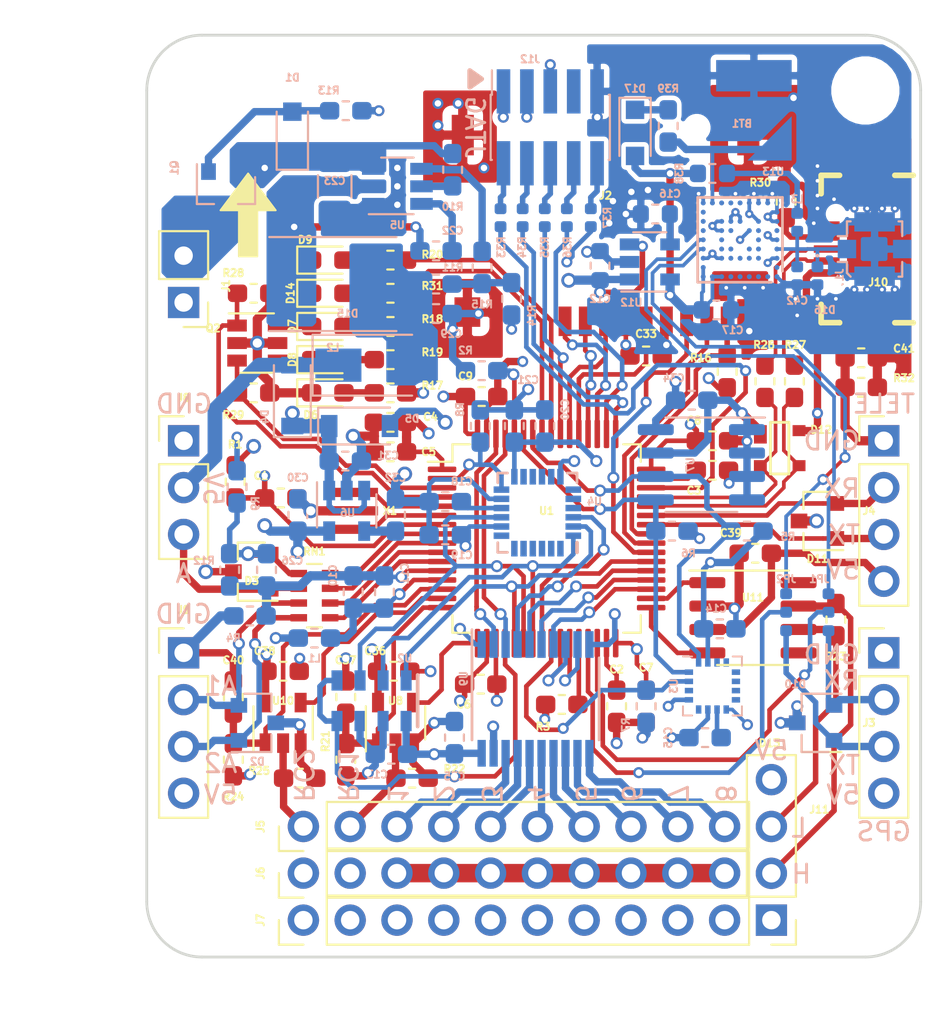
<source format=kicad_pcb>
(kicad_pcb (version 20171130) (host pcbnew "(5.1.2)-1")
  (layers (0 F.Cu signal) (1 In1.Cu mixed) (2 In2.Cu power) (31 B.Cu signal) (34 B.Paste user) (35 F.Paste user) (36 B.SilkS user) (37 F.SilkS user) (38 B.Mask user) (39 F.Mask user) (44 Edge.Cuts user))
  (net 0 "")
  (net 1 GND)
  (net 2 nRST)
  (net 3 "Net-(C2-Pad1)")
  (net 4 "Net-(C3-Pad1)")
  (net 5 +3V3)
  (net 6 +3.3VA)
  (net 7 GNDA)
  (net 8 "Net-(C18-Pad1)")
  (net 9 "Net-(C22-Pad1)")
  (net 10 +BATT)
  (net 11 "Net-(C26-Pad1)")
  (net 12 +5V)
  (net 13 "Net-(C32-Pad1)")
  (net 14 U2TX)
  (net 15 U4TX)
  (net 16 Earth)
  (net 17 "Net-(D1-Pad2)")
  (net 18 ADC1_IN13)
  (net 19 ADC1_IN12)
  (net 20 ADC1_IN10)
  (net 21 ADC1_IN11)
  (net 22 VBUS)
  (net 23 "Net-(D6-Pad2)")
  (net 24 "Net-(D7-Pad2)")
  (net 25 "Net-(D8-Pad2)")
  (net 26 "Net-(D9-Pad2)")
  (net 27 U3RX)
  (net 28 U3TX)
  (net 29 U1RX)
  (net 30 U1TX)
  (net 31 USBD+)
  (net 32 USBD-)
  (net 33 CANH)
  (net 34 CANL)
  (net 35 SDIO_D2)
  (net 36 SDIO_D3)
  (net 37 SDIO_CMD)
  (net 38 SDIO_CK)
  (net 39 SDIO_D0)
  (net 40 SDIO_D1)
  (net 41 SD_DECT)
  (net 42 RC_IN2)
  (net 43 RC_IN1)
  (net 44 M1)
  (net 45 M2)
  (net 46 M3)
  (net 47 M4)
  (net 48 M5)
  (net 49 M6)
  (net 50 M7)
  (net 51 M8)
  (net 52 "Net-(J6-Pad10)")
  (net 53 ADC_CURR)
  (net 54 ADC_IN2)
  (net 55 ADC_IN3)
  (net 56 /Connectors/D-)
  (net 57 /Connectors/D+)
  (net 58 "Net-(J10-Pad4)")
  (net 59 "Net-(J12-Pad2)")
  (net 60 "Net-(J12-Pad4)")
  (net 61 "Net-(J12-Pad6)")
  (net 62 "Net-(J12-Pad8)")
  (net 63 "Net-(J12-Pad10)")
  (net 64 "Net-(R2-Pad1)")
  (net 65 "Net-(R3-Pad1)")
  (net 66 I2C1_SCL)
  (net 67 I2C1_SDA)
  (net 68 MAG_INT)
  (net 69 MPU_INT)
  (net 70 "Net-(R10-Pad1)")
  (net 71 "Net-(R11-Pad2)")
  (net 72 "Net-(U1-Pad5)")
  (net 73 "Net-(U1-Pad6)")
  (net 74 U4RX)
  (net 75 U2RX)
  (net 76 SPI1_SCK)
  (net 77 SPI1_MISO)
  (net 78 SPI1_MOSI)
  (net 79 MPU_CS)
  (net 80 BARO_CS)
  (net 81 T3C3)
  (net 82 T3C4)
  (net 83 CAN2_RX)
  (net 84 CAN2_TX)
  (net 85 T12C1)
  (net 86 T12C2)
  (net 87 T3C1)
  (net 88 T3C2)
  (net 89 T4C3)
  (net 90 T4C4)
  (net 91 JTDI)
  (net 92 "Net-(D7-Pad1)")
  (net 93 "Net-(D8-Pad1)")
  (net 94 "Net-(D14-Pad2)")
  (net 95 LED1)
  (net 96 LED2)
  (net 97 LED3)
  (net 98 LED4)
  (net 99 JTMS)
  (net 100 JTCK)
  (net 101 JTDO)
  (net 102 /Power/DCDC_5V)
  (net 103 /Power/BATT_IN)
  (net 104 "Net-(C15-Pad1)")
  (net 105 "Net-(C12-Pad1)")
  (net 106 "Net-(C16-Pad1)")
  (net 107 +3V3_RF)
  (net 108 "Net-(C42-Pad1)")
  (net 109 "Net-(L3-Pad1)")
  (net 110 /Power/V_SW)
  (net 111 "Net-(R15-Pad2)")
  (net 112 "Net-(D10-Pad2)")
  (net 113 "Net-(D10-Pad1)")
  (net 114 INT_GPS_RX)
  (net 115 INT_GPS_TX)
  (net 116 "Net-(BT1-Pad1)")
  (net 117 "Net-(D17-Pad1)")
  (module Package_TO_SOT_SMD:SOT-23-5 (layer B.Cu) (at 153.3 85.3)
    (fp_text reference U12 (at -1 2.2) (layer B.SilkS) (effects (font (size 0.4 0.4) (thickness 0.1)) (justify mirror)))
    (fp_text value TPS79333-EP)
    (pad 1 smd rect (at -1.1 0.95) (size 1.06 0.65) (layers B.Cu B.Paste B.Mask) (net 105 "Net-(C12-Pad1)"))
    (pad 2 smd rect (at -1.1 0) (size 1.06 0.65) (layers B.Cu B.Paste B.Mask) (net 1 GND))
    (pad 3 smd rect (at -1.1 -0.95) (size 1.06 0.65) (layers B.Cu B.Paste B.Mask) (net 105 "Net-(C12-Pad1)"))
    (pad 4 smd rect (at 1.1 -0.95) (size 1.06 0.65) (layers B.Cu B.Paste B.Mask) (net 106 "Net-(C16-Pad1)"))
    (pad 5 smd rect (at 1.1 0.95) (size 1.06 0.65) (layers B.Cu B.Paste B.Mask) (net 107 +3V3_RF))
  )
  (module ConnectorsSD:TFCARD (layer F.Cu) (at 150.9 80.9 180)
    (fp_text reference J2 (at 0 -0.8) (layer F.SilkS) (effects (font (size 0.4 0.4) (thickness 0.1))))
    (fp_text value Micro_SD_Card_Det)
    (pad 1 smd rect (at 2.2 -7.62 180) (size 0.7 1.6) (layers F.Cu F.Paste F.Mask) (net 35 SDIO_D2))
    (pad 2 smd rect (at 1.1 -7.62 180) (size 0.7 1.6) (layers F.Cu F.Paste F.Mask) (net 36 SDIO_D3))
    (pad 3 smd rect (at 0 -7.62 180) (size 0.7 1.6) (layers F.Cu F.Paste F.Mask) (net 37 SDIO_CMD))
    (pad 4 smd rect (at -1.1 -7.62 180) (size 0.7 1.6) (layers F.Cu F.Paste F.Mask) (net 5 +3V3))
    (pad 5 smd rect (at -2.2 -7.62 180) (size 0.7 1.6) (layers F.Cu F.Paste F.Mask) (net 38 SDIO_CK))
    (pad 6 smd rect (at -3.3 -7.62 180) (size 0.7 1.6) (layers F.Cu F.Paste F.Mask) (net 1 GND))
    (pad 7 smd rect (at -4.4 -7.62 180) (size 0.7 1.6) (layers F.Cu F.Paste F.Mask) (net 39 SDIO_D0))
    (pad 8 smd rect (at -5.5 -7.62 180) (size 0.7 1.6) (layers F.Cu F.Paste F.Mask) (net 40 SDIO_D1))
    (pad 10 smd rect (at -7.75 -7.12 180) (size 1.2 1.4) (layers F.Cu F.Paste F.Mask) (net 1 GND))
    (pad 10 smd rect (at -7.75 2.48 180) (size 1.2 2.2) (layers F.Cu F.Paste F.Mask) (net 1 GND))
    (pad 10 smd rect (at 7.5 -7.12 180) (size 1.4 1.6) (layers F.Cu F.Paste F.Mask) (net 1 GND))
    (pad 10 smd rect (at 7.75 2.48 180) (size 1.2 2.2) (layers F.Cu F.Paste F.Mask) (net 1 GND))
    (pad 9 smd rect (at -6.6 -7.62 180) (size 0.7 1.6) (layers F.Cu F.Paste F.Mask) (net 41 SD_DECT))
    (pad "" np_thru_hole circle (at -4.95 2.88 180) (size 1 1) (drill 1) (layers *.Cu *.Mask))
    (pad "" np_thru_hole circle (at 3.05 2.88 180) (size 1 1) (drill 1) (layers *.Cu *.Mask))
  )
  (module Package_QFP:LQFP-64_10x10mm_P0.5mm (layer F.Cu) (at 147.7 100.3)
    (fp_text reference U1 (at 0 -1.5) (layer F.SilkS) (effects (font (size 0.4 0.4) (thickness 0.1))))
    (fp_text value STM32F405RGT6)
    (pad 1 smd roundrect (at -5.675 -3.75) (size 1.55 0.3) (layers F.Cu F.Paste F.Mask) (net 5 +3V3))
    (pad 2 smd roundrect (at -5.675 -3.25) (size 1.55 0.3) (layers F.Cu F.Paste F.Mask) (net 69 MPU_INT))
    (pad 3 smd roundrect (at -5.675 -2.75) (size 1.55 0.3) (layers F.Cu F.Paste F.Mask) (net 96 LED2))
    (pad 4 smd roundrect (at -5.675 -2.25) (size 1.55 0.3) (layers F.Cu F.Paste F.Mask) (net 95 LED1))
    (pad 5 smd roundrect (at -5.675 -1.75) (size 1.55 0.3) (layers F.Cu F.Paste F.Mask) (net 72 "Net-(U1-Pad5)"))
    (pad 6 smd roundrect (at -5.675 -1.25) (size 1.55 0.3) (layers F.Cu F.Paste F.Mask) (net 73 "Net-(U1-Pad6)"))
    (pad 7 smd roundrect (at -5.675 -0.75) (size 1.55 0.3) (layers F.Cu F.Paste F.Mask) (net 2 nRST))
    (pad 8 smd roundrect (at -5.675 -0.25) (size 1.55 0.3) (layers F.Cu F.Paste F.Mask) (net 20 ADC1_IN10))
    (pad 9 smd roundrect (at -5.675 0.25) (size 1.55 0.3) (layers F.Cu F.Paste F.Mask) (net 21 ADC1_IN11))
    (pad 10 smd roundrect (at -5.675 0.75) (size 1.55 0.3) (layers F.Cu F.Paste F.Mask) (net 19 ADC1_IN12))
    (pad 11 smd roundrect (at -5.675 1.25) (size 1.55 0.3) (layers F.Cu F.Paste F.Mask) (net 18 ADC1_IN13))
    (pad 12 smd roundrect (at -5.675 1.75) (size 1.55 0.3) (layers F.Cu F.Paste F.Mask) (net 7 GNDA))
    (pad 13 smd roundrect (at -5.675 2.25) (size 1.55 0.3) (layers F.Cu F.Paste F.Mask) (net 6 +3.3VA))
    (pad 14 smd roundrect (at -5.675 2.75) (size 1.55 0.3) (layers F.Cu F.Paste F.Mask) (net 15 U4TX))
    (pad 15 smd roundrect (at -5.675 3.25) (size 1.55 0.3) (layers F.Cu F.Paste F.Mask) (net 74 U4RX))
    (pad 16 smd roundrect (at -5.675 3.75) (size 1.55 0.3) (layers F.Cu F.Paste F.Mask) (net 14 U2TX))
    (pad 17 smd roundrect (at -3.75 5.675) (size 0.3 1.55) (layers F.Cu F.Paste F.Mask) (net 75 U2RX))
    (pad 18 smd roundrect (at -3.25 5.675) (size 0.3 1.55) (layers F.Cu F.Paste F.Mask) (net 1 GND))
    (pad 19 smd roundrect (at -2.75 5.675) (size 0.3 1.55) (layers F.Cu F.Paste F.Mask) (net 5 +3V3))
    (pad 20 smd roundrect (at -2.25 5.675) (size 0.3 1.55) (layers F.Cu F.Paste F.Mask) (net 80 BARO_CS))
    (pad 21 smd roundrect (at -1.75 5.675) (size 0.3 1.55) (layers F.Cu F.Paste F.Mask) (net 76 SPI1_SCK))
    (pad 22 smd roundrect (at -1.25 5.675) (size 0.3 1.55) (layers F.Cu F.Paste F.Mask) (net 77 SPI1_MISO))
    (pad 23 smd roundrect (at -0.75 5.675) (size 0.3 1.55) (layers F.Cu F.Paste F.Mask) (net 78 SPI1_MOSI))
    (pad 24 smd roundrect (at -0.25 5.675) (size 0.3 1.55) (layers F.Cu F.Paste F.Mask) (net 79 MPU_CS))
    (pad 25 smd roundrect (at 0.25 5.675) (size 0.3 1.55) (layers F.Cu F.Paste F.Mask) (net 68 MAG_INT))
    (pad 26 smd roundrect (at 0.75 5.675) (size 0.3 1.55) (layers F.Cu F.Paste F.Mask) (net 81 T3C3))
    (pad 27 smd roundrect (at 1.25 5.675) (size 0.3 1.55) (layers F.Cu F.Paste F.Mask) (net 82 T3C4))
    (pad 28 smd roundrect (at 1.75 5.675) (size 0.3 1.55) (layers F.Cu F.Paste F.Mask) (net 65 "Net-(R3-Pad1)"))
    (pad 29 smd roundrect (at 2.25 5.675) (size 0.3 1.55) (layers F.Cu F.Paste F.Mask) (net 28 U3TX))
    (pad 30 smd roundrect (at 2.75 5.675) (size 0.3 1.55) (layers F.Cu F.Paste F.Mask) (net 27 U3RX))
    (pad 31 smd roundrect (at 3.25 5.675) (size 0.3 1.55) (layers F.Cu F.Paste F.Mask) (net 3 "Net-(C2-Pad1)"))
    (pad 32 smd roundrect (at 3.75 5.675) (size 0.3 1.55) (layers F.Cu F.Paste F.Mask) (net 5 +3V3))
    (pad 33 smd roundrect (at 5.675 3.75) (size 1.55 0.3) (layers F.Cu F.Paste F.Mask) (net 83 CAN2_RX))
    (pad 34 smd roundrect (at 5.675 3.25) (size 1.55 0.3) (layers F.Cu F.Paste F.Mask) (net 84 CAN2_TX))
    (pad 35 smd roundrect (at 5.675 2.75) (size 1.55 0.3) (layers F.Cu F.Paste F.Mask) (net 85 T12C1))
    (pad 36 smd roundrect (at 5.675 2.25) (size 1.55 0.3) (layers F.Cu F.Paste F.Mask) (net 86 T12C2))
    (pad 37 smd roundrect (at 5.675 1.75) (size 1.55 0.3) (layers F.Cu F.Paste F.Mask) (net 87 T3C1))
    (pad 38 smd roundrect (at 5.675 1.25) (size 1.55 0.3) (layers F.Cu F.Paste F.Mask) (net 88 T3C2))
    (pad 39 smd roundrect (at 5.675 0.75) (size 1.55 0.3) (layers F.Cu F.Paste F.Mask) (net 39 SDIO_D0))
    (pad 40 smd roundrect (at 5.675 0.25) (size 1.55 0.3) (layers F.Cu F.Paste F.Mask) (net 40 SDIO_D1))
    (pad 41 smd roundrect (at 5.675 -0.25) (size 1.55 0.3) (layers F.Cu F.Paste F.Mask) (net 41 SD_DECT))
    (pad 42 smd roundrect (at 5.675 -0.75) (size 1.55 0.3) (layers F.Cu F.Paste F.Mask) (net 30 U1TX))
    (pad 43 smd roundrect (at 5.675 -1.25) (size 1.55 0.3) (layers F.Cu F.Paste F.Mask) (net 29 U1RX))
    (pad 44 smd roundrect (at 5.675 -1.75) (size 1.55 0.3) (layers F.Cu F.Paste F.Mask) (net 32 USBD-))
    (pad 45 smd roundrect (at 5.675 -2.25) (size 1.55 0.3) (layers F.Cu F.Paste F.Mask) (net 31 USBD+))
    (pad 46 smd roundrect (at 5.675 -2.75) (size 1.55 0.3) (layers F.Cu F.Paste F.Mask) (net 99 JTMS))
    (pad 47 smd roundrect (at 5.675 -3.25) (size 1.55 0.3) (layers F.Cu F.Paste F.Mask) (net 4 "Net-(C3-Pad1)"))
    (pad 48 smd roundrect (at 5.675 -3.75) (size 1.55 0.3) (layers F.Cu F.Paste F.Mask) (net 5 +3V3))
    (pad 49 smd roundrect (at 3.75 -5.675) (size 0.3 1.55) (layers F.Cu F.Paste F.Mask) (net 100 JTCK))
    (pad 50 smd roundrect (at 3.25 -5.675) (size 0.3 1.55) (layers F.Cu F.Paste F.Mask) (net 91 JTDI))
    (pad 51 smd roundrect (at 2.75 -5.675) (size 0.3 1.55) (layers F.Cu F.Paste F.Mask) (net 35 SDIO_D2))
    (pad 52 smd roundrect (at 2.25 -5.675) (size 0.3 1.55) (layers F.Cu F.Paste F.Mask) (net 36 SDIO_D3))
    (pad 53 smd roundrect (at 1.75 -5.675) (size 0.3 1.55) (layers F.Cu F.Paste F.Mask) (net 38 SDIO_CK))
    (pad 54 smd roundrect (at 1.25 -5.675) (size 0.3 1.55) (layers F.Cu F.Paste F.Mask) (net 37 SDIO_CMD))
    (pad 55 smd roundrect (at 0.75 -5.675) (size 0.3 1.55) (layers F.Cu F.Paste F.Mask) (net 101 JTDO))
    (pad 56 smd roundrect (at 0.25 -5.675) (size 0.3 1.55) (layers F.Cu F.Paste F.Mask) (net 97 LED3))
    (pad 57 smd roundrect (at -0.25 -5.675) (size 0.3 1.55) (layers F.Cu F.Paste F.Mask) (net 98 LED4))
    (pad 58 smd roundrect (at -0.75 -5.675) (size 0.3 1.55) (layers F.Cu F.Paste F.Mask) (net 66 I2C1_SCL))
    (pad 59 smd roundrect (at -1.25 -5.675) (size 0.3 1.55) (layers F.Cu F.Paste F.Mask) (net 67 I2C1_SDA))
    (pad 60 smd roundrect (at -1.75 -5.675) (size 0.3 1.55) (layers F.Cu F.Paste F.Mask) (net 64 "Net-(R2-Pad1)"))
    (pad 61 smd roundrect (at -2.25 -5.675) (size 0.3 1.55) (layers F.Cu F.Paste F.Mask) (net 89 T4C3))
    (pad 62 smd roundrect (at -2.75 -5.675) (size 0.3 1.55) (layers F.Cu F.Paste F.Mask) (net 90 T4C4))
    (pad 63 smd roundrect (at -3.25 -5.675) (size 0.3 1.55) (layers F.Cu F.Paste F.Mask) (net 1 GND))
    (pad 64 smd roundrect (at -3.75 -5.675) (size 0.3 1.55) (layers F.Cu F.Paste F.Mask) (net 5 +3V3))
  )
  (module Capacitor_SMD:C_0603_1608Metric_Pad1.05x0.95mm_HandSolder (layer F.Cu) (at 133.275 98.1)
    (fp_text reference C1 (at -1.075 -1.2) (layer F.SilkS) (effects (font (size 0.4 0.4) (thickness 0.1))))
    (fp_text value 100nF)
    (pad 2 smd roundrect (at 0.875 0) (size 1.05 0.95) (layers F.Cu F.Paste F.Mask) (net 1 GND))
    (pad 1 smd roundrect (at -0.875 0) (size 1.05 0.95) (layers F.Cu F.Paste F.Mask) (net 2 nRST))
  )
  (module Capacitor_SMD:C_0603_1608Metric_Pad1.05x0.95mm_HandSolder (layer F.Cu) (at 151.5 109.4 270)
    (fp_text reference C2 (at -2 0) (layer F.SilkS) (effects (font (size 0.4 0.4) (thickness 0.1))))
    (fp_text value 2.2uf)
    (pad 1 smd roundrect (at -0.875 0 270) (size 1.05 0.95) (layers F.Cu F.Paste F.Mask) (net 3 "Net-(C2-Pad1)"))
    (pad 2 smd roundrect (at 0.875 0 270) (size 1.05 0.95) (layers F.Cu F.Paste F.Mask) (net 1 GND))
  )
  (module Capacitor_SMD:C_0603_1608Metric_Pad1.05x0.95mm_HandSolder (layer F.Cu) (at 156.7 96.6)
    (fp_text reference C3 (at -1 1.1) (layer F.SilkS) (effects (font (size 0.4 0.4) (thickness 0.1))))
    (fp_text value 2.2uF)
    (pad 2 smd roundrect (at 0.875 0) (size 1.05 0.95) (layers F.Cu F.Paste F.Mask) (net 1 GND))
    (pad 1 smd roundrect (at -0.875 0) (size 1.05 0.95) (layers F.Cu F.Paste F.Mask) (net 4 "Net-(C3-Pad1)"))
  )
  (module Capacitor_SMD:C_0603_1608Metric_Pad1.05x0.95mm_HandSolder (layer F.Cu) (at 139.225 94 180)
    (fp_text reference C4 (at -2.175 0.3 180) (layer F.SilkS) (effects (font (size 0.4 0.4) (thickness 0.1))))
    (fp_text value 10uF)
    (pad 1 smd roundrect (at -0.875 0 180) (size 1.05 0.95) (layers F.Cu F.Paste F.Mask) (net 5 +3V3))
    (pad 2 smd roundrect (at 0.875 0 180) (size 1.05 0.95) (layers F.Cu F.Paste F.Mask) (net 1 GND))
  )
  (module Capacitor_SMD:C_0603_1608Metric_Pad1.05x0.95mm_HandSolder (layer F.Cu) (at 139.225 95.6 180)
    (fp_text reference C5 (at -2.075 0 180) (layer F.SilkS) (effects (font (size 0.4 0.4) (thickness 0.1))))
    (fp_text value 100nF)
    (pad 2 smd roundrect (at 0.875 0 180) (size 1.05 0.95) (layers F.Cu F.Paste F.Mask) (net 1 GND))
    (pad 1 smd roundrect (at -0.875 0 180) (size 1.05 0.95) (layers F.Cu F.Paste F.Mask) (net 5 +3V3))
  )
  (module Capacitor_SMD:C_0603_1608Metric_Pad1.05x0.95mm_HandSolder (layer F.Cu) (at 144.125 108.2 180)
    (fp_text reference C6 (at 0.925 -1.1 180) (layer F.SilkS) (effects (font (size 0.4 0.4) (thickness 0.1))))
    (fp_text value 100nF)
    (pad 2 smd roundrect (at 0.875 0 180) (size 1.05 0.95) (layers F.Cu F.Paste F.Mask) (net 1 GND))
    (pad 1 smd roundrect (at -0.875 0 180) (size 1.05 0.95) (layers F.Cu F.Paste F.Mask) (net 5 +3V3))
  )
  (module Capacitor_SMD:C_0603_1608Metric_Pad1.05x0.95mm_HandSolder (layer F.Cu) (at 153.1 109.4 270)
    (fp_text reference C7 (at -2.1 0) (layer F.SilkS) (effects (font (size 0.4 0.4) (thickness 0.1))))
    (fp_text value 100nF)
    (pad 1 smd roundrect (at -0.875 0 270) (size 1.05 0.95) (layers F.Cu F.Paste F.Mask) (net 5 +3V3))
    (pad 2 smd roundrect (at 0.875 0 270) (size 1.05 0.95) (layers F.Cu F.Paste F.Mask) (net 1 GND))
  )
  (module Capacitor_SMD:C_0603_1608Metric_Pad1.05x0.95mm_HandSolder (layer F.Cu) (at 156.7 95)
    (fp_text reference C8 (at -1 -1.1) (layer F.SilkS) (effects (font (size 0.4 0.4) (thickness 0.1))))
    (fp_text value 100nF)
    (pad 2 smd roundrect (at 0.875 0) (size 1.05 0.95) (layers F.Cu F.Paste F.Mask) (net 1 GND))
    (pad 1 smd roundrect (at -0.875 0) (size 1.05 0.95) (layers F.Cu F.Paste F.Mask) (net 5 +3V3))
  )
  (module Capacitor_SMD:C_0603_1608Metric_Pad1.05x0.95mm_HandSolder (layer F.Cu) (at 144.175 92.6)
    (fp_text reference C9 (at -0.875 -1.1) (layer F.SilkS) (effects (font (size 0.4 0.4) (thickness 0.1))))
    (fp_text value 100nF)
    (pad 2 smd roundrect (at 0.875 0) (size 1.05 0.95) (layers F.Cu F.Paste F.Mask) (net 1 GND))
    (pad 1 smd roundrect (at -0.875 0) (size 1.05 0.95) (layers F.Cu F.Paste F.Mask) (net 5 +3V3))
  )
  (module Capacitor_SMD:C_0603_1608Metric_Pad1.05x0.95mm_HandSolder (layer B.Cu) (at 137.2 103.2 90)
    (fp_text reference C10 (at 0.9 -1.1 90) (layer B.SilkS) (effects (font (size 0.4 0.4) (thickness 0.1)) (justify mirror)))
    (fp_text value 1uF)
    (pad 1 smd roundrect (at -0.875 0 90) (size 1.05 0.95) (layers B.Cu B.Paste B.Mask) (net 6 +3.3VA))
    (pad 2 smd roundrect (at 0.875 0 90) (size 1.05 0.95) (layers B.Cu B.Paste B.Mask) (net 7 GNDA))
  )
  (module Capacitor_SMD:C_0603_1608Metric_Pad1.05x0.95mm_HandSolder (layer B.Cu) (at 138.9 103.2 90)
    (fp_text reference C11 (at 1 1.1 90) (layer B.SilkS) (effects (font (size 0.4 0.4) (thickness 0.1)) (justify mirror)))
    (fp_text value 100nF)
    (pad 2 smd roundrect (at 0.875 0 90) (size 1.05 0.95) (layers B.Cu B.Paste B.Mask) (net 7 GNDA))
    (pad 1 smd roundrect (at -0.875 0 90) (size 1.05 0.95) (layers B.Cu B.Paste B.Mask) (net 6 +3.3VA))
  )
  (module Capacitor_SMD:C_0603_1608Metric_Pad1.05x0.95mm_HandSolder (layer B.Cu) (at 139.275 112 180)
    (fp_text reference C13 (at 0.775 -1.1 180) (layer B.SilkS) (effects (font (size 0.4 0.4) (thickness 0.1)) (justify mirror)))
    (fp_text value 100nF)
    (pad 1 smd roundrect (at -0.875 0 180) (size 1.05 0.95) (layers B.Cu B.Paste B.Mask) (net 5 +3V3))
    (pad 2 smd roundrect (at 0.875 0 180) (size 1.05 0.95) (layers B.Cu B.Paste B.Mask) (net 1 GND))
  )
  (module Capacitor_SMD:C_0603_1608Metric_Pad1.05x0.95mm_HandSolder (layer B.Cu) (at 157.1 105.2)
    (fp_text reference C14 (at -0.2 -1.1 -180) (layer B.SilkS) (effects (font (size 0.4 0.4) (thickness 0.1)) (justify mirror)))
    (fp_text value 1uF)
    (pad 2 smd roundrect (at 0.875 0) (size 1.05 0.95) (layers B.Cu B.Paste B.Mask) (net 1 GND))
    (pad 1 smd roundrect (at -0.875 0) (size 1.05 0.95) (layers B.Cu B.Paste B.Mask) (net 5 +3V3))
  )
  (module Capacitor_SMD:C_0603_1608Metric_Pad1.05x0.95mm_HandSolder (layer B.Cu) (at 156.3 111.1 180)
    (fp_text reference C15 (at 2 0 90) (layer B.SilkS) (effects (font (size 0.4 0.4) (thickness 0.1)) (justify mirror)))
    (fp_text value 10uF)
    (pad 2 smd roundrect (at 0.875 0 180) (size 1.05 0.95) (layers B.Cu B.Paste B.Mask) (net 1 GND))
    (pad 1 smd roundrect (at -0.875 0 180) (size 1.05 0.95) (layers B.Cu B.Paste B.Mask) (net 104 "Net-(C15-Pad1)"))
  )
  (module Capacitor_SMD:C_0603_1608Metric_Pad1.05x0.95mm_HandSolder (layer B.Cu) (at 142.2 98.3 180)
    (fp_text reference C18 (at -0.9 1.1 180) (layer B.SilkS) (effects (font (size 0.4 0.4) (thickness 0.1)) (justify mirror)))
    (fp_text value 470nF)
    (pad 2 smd roundrect (at 0.875 0 180) (size 1.05 0.95) (layers B.Cu B.Paste B.Mask) (net 1 GND))
    (pad 1 smd roundrect (at -0.875 0 180) (size 1.05 0.95) (layers B.Cu B.Paste B.Mask) (net 8 "Net-(C18-Pad1)"))
  )
  (module Capacitor_SMD:C_0603_1608Metric_Pad1.05x0.95mm_HandSolder (layer B.Cu) (at 142.2 100.1 180)
    (fp_text reference C19 (at -0.9 -1.1 180) (layer B.SilkS) (effects (font (size 0.4 0.4) (thickness 0.1)) (justify mirror)))
    (fp_text value 10nF)
    (pad 1 smd roundrect (at -0.875 0 180) (size 1.05 0.95) (layers B.Cu B.Paste B.Mask) (net 5 +3V3))
    (pad 2 smd roundrect (at 0.875 0 180) (size 1.05 0.95) (layers B.Cu B.Paste B.Mask) (net 1 GND))
  )
  (module Capacitor_SMD:C_0603_1608Metric_Pad1.05x0.95mm_HandSolder (layer B.Cu) (at 147.6 94.2 90)
    (fp_text reference C20 (at 0.9 1.1 90) (layer B.SilkS) (effects (font (size 0.4 0.4) (thickness 0.1)) (justify mirror)))
    (fp_text value 2.2uF)
    (pad 1 smd roundrect (at -0.875 0 90) (size 1.05 0.95) (layers B.Cu B.Paste B.Mask) (net 5 +3V3))
    (pad 2 smd roundrect (at 0.875 0 90) (size 1.05 0.95) (layers B.Cu B.Paste B.Mask) (net 1 GND))
  )
  (module Capacitor_SMD:C_0603_1608Metric_Pad1.05x0.95mm_HandSolder (layer B.Cu) (at 145.95 94.2 90)
    (fp_text reference C21 (at 2.5 0.75 180) (layer B.SilkS) (effects (font (size 0.4 0.4) (thickness 0.1)) (justify mirror)))
    (fp_text value 100nF)
    (pad 1 smd roundrect (at -0.875 0 90) (size 1.05 0.95) (layers B.Cu B.Paste B.Mask) (net 5 +3V3))
    (pad 2 smd roundrect (at 0.875 0 90) (size 1.05 0.95) (layers B.Cu B.Paste B.Mask) (net 1 GND))
  )
  (module Capacitor_SMD:C_0603_1608Metric_Pad1.05x0.95mm_HandSolder (layer B.Cu) (at 141.7 84.7 180)
    (fp_text reference C22 (at -0.9 1.1) (layer B.SilkS) (effects (font (size 0.4 0.4) (thickness 0.1)) (justify mirror)))
    (fp_text value 1uF)
    (pad 2 smd roundrect (at 0.875 0 180) (size 1.05 0.95) (layers B.Cu B.Paste B.Mask) (net 110 /Power/V_SW))
    (pad 1 smd roundrect (at -0.875 0 180) (size 1.05 0.95) (layers B.Cu B.Paste B.Mask) (net 9 "Net-(C22-Pad1)"))
  )
  (module Capacitor_SMD:C_1206_3216Metric_Pad1.42x1.75mm_HandSolder (layer B.Cu) (at 136.2 81.2 270)
    (fp_text reference C23 (at -0.3 0) (layer B.SilkS) (effects (font (size 0.4 0.4) (thickness 0.1)) (justify mirror)))
    (fp_text value 10uF)
    (pad 1 smd roundrect (at -1.4875 0 270) (size 1.425 1.75) (layers B.Cu B.Paste B.Mask) (roundrect_rratio 0.175439) (net 10 +BATT))
    (pad 2 smd roundrect (at 1.4875 0 270) (size 1.425 1.75) (layers B.Cu B.Paste B.Mask) (roundrect_rratio 0.175439) (net 1 GND))
  )
  (module Capacitor_SMD:C_0603_1608Metric_Pad1.05x0.95mm_HandSolder (layer B.Cu) (at 132.5 102 270)
    (fp_text reference C26 (at -0.5 -1.4 180) (layer B.SilkS) (effects (font (size 0.4 0.4) (thickness 0.1)) (justify mirror)))
    (fp_text value 100nF)
    (pad 2 smd roundrect (at 0.875 0 270) (size 1.05 0.95) (layers B.Cu B.Paste B.Mask) (net 7 GNDA))
    (pad 1 smd roundrect (at -0.875 0 270) (size 1.05 0.95) (layers B.Cu B.Paste B.Mask) (net 11 "Net-(C26-Pad1)"))
  )
  (module Capacitor_SMD:C_0603_1608Metric_Pad1.05x0.95mm_HandSolder (layer B.Cu) (at 141.7 88.1)
    (fp_text reference C29 (at 0.825 1.1 180) (layer B.SilkS) (effects (font (size 0.4 0.4) (thickness 0.1)) (justify mirror)))
    (fp_text value 22uF)
    (pad 1 smd roundrect (at -0.875 0) (size 1.05 0.95) (layers B.Cu B.Paste B.Mask) (net 102 /Power/DCDC_5V))
    (pad 2 smd roundrect (at 0.875 0) (size 1.05 0.95) (layers B.Cu B.Paste B.Mask) (net 1 GND))
  )
  (module Capacitor_SMD:C_0603_1608Metric_Pad1.05x0.95mm_HandSolder (layer B.Cu) (at 134.2 99.025 90)
    (fp_text reference C30 (at 2.025 0 180) (layer B.SilkS) (effects (font (size 0.4 0.4) (thickness 0.1)) (justify mirror)))
    (fp_text value 2.2uF)
    (pad 1 smd roundrect (at -0.875 0 90) (size 1.05 0.95) (layers B.Cu B.Paste B.Mask) (net 5 +3V3))
    (pad 2 smd roundrect (at 0.875 0 90) (size 1.05 0.95) (layers B.Cu B.Paste B.Mask) (net 1 GND))
  )
  (module Capacitor_SMD:C_0603_1608Metric_Pad1.05x0.95mm_HandSolder (layer B.Cu) (at 136.775 96.1)
    (fp_text reference C31 (at 2.325 -0.3 180) (layer B.SilkS) (effects (font (size 0.4 0.4) (thickness 0.1)) (justify mirror)))
    (fp_text value 4.7uF)
    (pad 1 smd roundrect (at -0.875 0) (size 1.05 0.95) (layers B.Cu B.Paste B.Mask) (net 105 "Net-(C12-Pad1)"))
    (pad 2 smd roundrect (at 0.875 0) (size 1.05 0.95) (layers B.Cu B.Paste B.Mask) (net 1 GND))
  )
  (module Capacitor_SMD:C_0603_1608Metric_Pad1.05x0.95mm_HandSolder (layer B.Cu) (at 139.5 99.025 90)
    (fp_text reference C32 (at 2.025 0 180) (layer B.SilkS) (effects (font (size 0.4 0.4) (thickness 0.1)) (justify mirror)))
    (fp_text value 10nF)
    (pad 1 smd roundrect (at -0.875 0 90) (size 1.05 0.95) (layers B.Cu B.Paste B.Mask) (net 13 "Net-(C32-Pad1)"))
    (pad 2 smd roundrect (at 0.875 0 90) (size 1.05 0.95) (layers B.Cu B.Paste B.Mask) (net 1 GND))
  )
  (module Capacitor_SMD:C_0603_1608Metric_Pad1.05x0.95mm_HandSolder (layer F.Cu) (at 153.1 90.4)
    (fp_text reference C33 (at 0 -1.2) (layer F.SilkS) (effects (font (size 0.4 0.4) (thickness 0.1))))
    (fp_text value 100nF)
    (pad 2 smd roundrect (at 0.875 0) (size 1.05 0.95) (layers F.Cu F.Paste F.Mask) (net 1 GND))
    (pad 1 smd roundrect (at -0.875 0) (size 1.05 0.95) (layers F.Cu F.Paste F.Mask) (net 5 +3V3))
  )
  (module Capacitor_SMD:C_0603_1608Metric_Pad1.05x0.95mm_HandSolder (layer B.Cu) (at 155.575 92.8)
    (fp_text reference C34 (at -0.975 -1.2) (layer B.SilkS) (effects (font (size 0.4 0.4) (thickness 0.1)) (justify mirror)))
    (fp_text value 100nF)
    (pad 2 smd roundrect (at 0.875 0) (size 1.05 0.95) (layers B.Cu B.Paste B.Mask) (net 1 GND))
    (pad 1 smd roundrect (at -0.875 0) (size 1.05 0.95) (layers B.Cu B.Paste B.Mask) (net 5 +3V3))
  )
  (module Capacitor_SMD:C_0603_1608Metric_Pad1.05x0.95mm_HandSolder (layer B.Cu) (at 142.7 111.1 90)
    (fp_text reference C35 (at -2.1 0 180) (layer B.SilkS) (effects (font (size 0.4 0.4) (thickness 0.1)) (justify mirror)))
    (fp_text value 100nF)
    (pad 1 smd roundrect (at -0.875 0 90) (size 1.05 0.95) (layers B.Cu B.Paste B.Mask) (net 5 +3V3))
    (pad 2 smd roundrect (at 0.875 0 90) (size 1.05 0.95) (layers B.Cu B.Paste B.Mask) (net 1 GND))
  )
  (module Capacitor_SMD:C_0603_1608Metric_Pad1.05x0.95mm_HandSolder (layer F.Cu) (at 139.4 107.5)
    (fp_text reference C36 (at -1 -1.1) (layer F.SilkS) (effects (font (size 0.4 0.4) (thickness 0.1))))
    (fp_text value 100nF)
    (pad 1 smd roundrect (at -0.875 0) (size 1.05 0.95) (layers F.Cu F.Paste F.Mask) (net 5 +3V3))
    (pad 2 smd roundrect (at 0.875 0) (size 1.05 0.95) (layers F.Cu F.Paste F.Mask) (net 1 GND))
  )
  (module Capacitor_SMD:C_0603_1608Metric_Pad1.05x0.95mm_HandSolder (layer F.Cu) (at 136.8 108.9 90)
    (fp_text reference C37 (at 2 0 180) (layer F.SilkS) (effects (font (size 0.4 0.4) (thickness 0.1))))
    (fp_text value 10nF)
    (pad 2 smd roundrect (at 0.875 0 90) (size 1.05 0.95) (layers F.Cu F.Paste F.Mask) (net 1 GND))
    (pad 1 smd roundrect (at -0.875 0 90) (size 1.05 0.95) (layers F.Cu F.Paste F.Mask) (net 14 U2TX))
  )
  (module Capacitor_SMD:C_0603_1608Metric_Pad1.05x0.95mm_HandSolder (layer F.Cu) (at 133.4 107.5)
    (fp_text reference C38 (at -1 -1.1) (layer F.SilkS) (effects (font (size 0.4 0.4) (thickness 0.1))))
    (fp_text value 100nF)
    (pad 2 smd roundrect (at 0.875 0) (size 1.05 0.95) (layers F.Cu F.Paste F.Mask) (net 1 GND))
    (pad 1 smd roundrect (at -0.875 0) (size 1.05 0.95) (layers F.Cu F.Paste F.Mask) (net 5 +3V3))
  )
  (module Capacitor_SMD:C_0603_1608Metric_Pad1.05x0.95mm_HandSolder (layer F.Cu) (at 159.025 101.1 180)
    (fp_text reference C39 (at 1.325 1.1 180) (layer F.SilkS) (effects (font (size 0.4 0.4) (thickness 0.1))))
    (fp_text value 100nF)
    (pad 1 smd roundrect (at -0.875 0 180) (size 1.05 0.95) (layers F.Cu F.Paste F.Mask) (net 12 +5V))
    (pad 2 smd roundrect (at 0.875 0 180) (size 1.05 0.95) (layers F.Cu F.Paste F.Mask) (net 1 GND))
  )
  (module Capacitor_SMD:C_0603_1608Metric_Pad1.05x0.95mm_HandSolder (layer F.Cu) (at 130.7 108.9 90)
    (fp_text reference C40 (at 2 0 180) (layer F.SilkS) (effects (font (size 0.4 0.4) (thickness 0.1))))
    (fp_text value 10nF)
    (pad 1 smd roundrect (at -0.875 0 90) (size 1.05 0.95) (layers F.Cu F.Paste F.Mask) (net 15 U4TX))
    (pad 2 smd roundrect (at 0.875 0 90) (size 1.05 0.95) (layers F.Cu F.Paste F.Mask) (net 1 GND))
  )
  (module Capacitor_SMD:C_0603_1608Metric_Pad1.05x0.95mm_HandSolder (layer F.Cu) (at 164.775 90.5 180)
    (fp_text reference C41 (at -2.325 0.5 180) (layer F.SilkS) (effects (font (size 0.4 0.4) (thickness 0.1))))
    (fp_text value 100nF)
    (pad 2 smd roundrect (at 0.875 0 180) (size 1.05 0.95) (layers F.Cu F.Paste F.Mask) (net 1 GND))
    (pad 1 smd roundrect (at -0.875 0 180) (size 1.05 0.95) (layers F.Cu F.Paste F.Mask) (net 16 Earth))
  )
  (module Diode_SMD:D_SOD-323_HandSoldering (layer B.Cu) (at 133.9 78.4 90)
    (fp_text reference D1 (at 3.1 0 180) (layer B.SilkS) (effects (font (size 0.4 0.4) (thickness 0.1)) (justify mirror)))
    (fp_text value BAT20J)
    (pad 1 smd rect (at -1.25 0 90) (size 1 1) (layers B.Cu B.Paste B.Mask) (net 10 +BATT))
    (pad 2 smd rect (at 1.25 0 90) (size 1 1) (layers B.Cu B.Paste B.Mask) (net 17 "Net-(D1-Pad2)"))
  )
  (module Package_TO_SOT_SMD:SOT-23 (layer B.Cu) (at 132 110.3)
    (fp_text reference D2 (at 0 2.1) (layer B.SilkS) (effects (font (size 0.4 0.4) (thickness 0.1)) (justify mirror)))
    (fp_text value PESD3V3)
    (pad 1 smd rect (at -1 0.95) (size 0.9 0.8) (layers B.Cu B.Paste B.Mask) (net 55 ADC_IN3))
    (pad 2 smd rect (at -1 -0.95) (size 0.9 0.8) (layers B.Cu B.Paste B.Mask) (net 54 ADC_IN2))
    (pad 3 smd rect (at 1 0) (size 0.9 0.8) (layers B.Cu B.Paste B.Mask) (net 1 GND))
  )
  (module Package_TO_SOT_SMD:SOT-23 (layer F.Cu) (at 131.7 102.1 180)
    (fp_text reference D3 (at 0 -0.5 180) (layer F.SilkS) (effects (font (size 0.4 0.4) (thickness 0.1))))
    (fp_text value PESD3V3)
    (pad 3 smd rect (at 1 0 180) (size 0.9 0.8) (layers F.Cu F.Paste F.Mask) (net 1 GND))
    (pad 2 smd rect (at -1 0.95 180) (size 0.9 0.8) (layers F.Cu F.Paste F.Mask) (net 11 "Net-(C26-Pad1)"))
    (pad 1 smd rect (at -1 -0.95 180) (size 0.9 0.8) (layers F.Cu F.Paste F.Mask) (net 53 ADC_CURR))
  )
  (module Diode_SMD:D_SOD-123 (layer B.Cu) (at 133.9 92.55 90)
    (fp_text reference D4 (at -1.15 -1.5 90) (layer B.SilkS) (effects (font (size 0.4 0.4) (thickness 0.1)) (justify mirror)))
    (fp_text value 1A)
    (pad 2 smd rect (at 1.65 0 90) (size 0.9 1.2) (layers B.Cu B.Paste B.Mask) (net 12 +5V))
    (pad 1 smd rect (at -1.65 0 90) (size 0.9 1.2) (layers B.Cu B.Paste B.Mask) (net 105 "Net-(C12-Pad1)"))
  )
  (module Diode_SMD:D_SOD-123 (layer B.Cu) (at 137.55 94.2)
    (fp_text reference D5 (at 2.85 -0.4) (layer B.SilkS) (effects (font (size 0.4 0.4) (thickness 0.1)) (justify mirror)))
    (fp_text value 1A)
    (pad 1 smd rect (at -1.65 0) (size 0.9 1.2) (layers B.Cu B.Paste B.Mask) (net 105 "Net-(C12-Pad1)"))
    (pad 2 smd rect (at 1.65 0) (size 0.9 1.2) (layers B.Cu B.Paste B.Mask) (net 22 VBUS))
  )
  (module LED_SMD:LED_0603_1608Metric_Pad1.05x0.95mm_HandSolder (layer F.Cu) (at 135.825 92.4)
    (fp_text reference D6 (at -0.925 1.2) (layer F.SilkS) (effects (font (size 0.4 0.4) (thickness 0.1))))
    (fp_text value RED)
    (pad 2 smd roundrect (at 0.875 0) (size 1.05 0.95) (layers F.Cu F.Paste F.Mask) (net 23 "Net-(D6-Pad2)"))
    (pad 1 smd roundrect (at -0.875 0) (size 1.05 0.95) (layers F.Cu F.Paste F.Mask) (net 1 GND))
  )
  (module LED_SMD:LED_0603_1608Metric_Pad1.05x0.95mm_HandSolder (layer F.Cu) (at 135.825 88.8)
    (fp_text reference D7 (at -1.925 0 90) (layer F.SilkS) (effects (font (size 0.4 0.4) (thickness 0.1))))
    (fp_text value BLUE)
    (pad 1 smd roundrect (at -0.875 0) (size 1.05 0.95) (layers F.Cu F.Paste F.Mask) (net 92 "Net-(D7-Pad1)"))
    (pad 2 smd roundrect (at 0.875 0) (size 1.05 0.95) (layers F.Cu F.Paste F.Mask) (net 24 "Net-(D7-Pad2)"))
  )
  (module LED_SMD:LED_0603_1608Metric_Pad1.05x0.95mm_HandSolder (layer F.Cu) (at 135.825 90.6)
    (fp_text reference D8 (at -1.925 0 90) (layer F.SilkS) (effects (font (size 0.4 0.4) (thickness 0.1))))
    (fp_text value GREEN)
    (pad 1 smd roundrect (at -0.875 0) (size 1.05 0.95) (layers F.Cu F.Paste F.Mask) (net 93 "Net-(D8-Pad1)"))
    (pad 2 smd roundrect (at 0.875 0) (size 1.05 0.95) (layers F.Cu F.Paste F.Mask) (net 25 "Net-(D8-Pad2)"))
  )
  (module LED_SMD:LED_0603_1608Metric_Pad1.05x0.95mm_HandSolder (layer F.Cu) (at 135.825 85.2)
    (fp_text reference D9 (at -1.225 -1.1) (layer F.SilkS) (effects (font (size 0.4 0.4) (thickness 0.1))))
    (fp_text value YELLOW)
    (pad 2 smd roundrect (at 0.875 0) (size 1.05 0.95) (layers F.Cu F.Paste F.Mask) (net 26 "Net-(D9-Pad2)"))
    (pad 1 smd roundrect (at -0.875 0) (size 1.05 0.95) (layers F.Cu F.Paste F.Mask) (net 1 GND))
  )
  (module Package_TO_SOT_SMD:SOT-23 (layer B.Cu) (at 162.3 110.3 180)
    (fp_text reference D10 (at 1.1 2.1 180) (layer B.SilkS) (effects (font (size 0.4 0.4) (thickness 0.1)) (justify mirror)))
    (fp_text value PESD3v3)
    (pad 3 smd rect (at 1 0 180) (size 0.9 0.8) (layers B.Cu B.Paste B.Mask) (net 1 GND))
    (pad 2 smd rect (at -1 -0.95 180) (size 0.9 0.8) (layers B.Cu B.Paste B.Mask) (net 112 "Net-(D10-Pad2)"))
    (pad 1 smd rect (at -1 0.95 180) (size 0.9 0.8) (layers B.Cu B.Paste B.Mask) (net 113 "Net-(D10-Pad1)"))
  )
  (module Package_TO_SOT_SMD:SOT-23 (layer F.Cu) (at 162.4 99.35 180)
    (fp_text reference D11 (at 0 -2.05 180) (layer F.SilkS) (effects (font (size 0.4 0.4) (thickness 0.1))))
    (fp_text value PESD3v3)
    (pad 3 smd rect (at 1 0 180) (size 0.9 0.8) (layers F.Cu F.Paste F.Mask) (net 1 GND))
    (pad 2 smd rect (at -1 0.95 180) (size 0.9 0.8) (layers F.Cu F.Paste F.Mask) (net 29 U1RX))
    (pad 1 smd rect (at -1 -0.95 180) (size 0.9 0.8) (layers F.Cu F.Paste F.Mask) (net 30 U1TX))
  )
  (module ESD:SOT143B (layer F.Cu) (at 160.35 95.4 270)
    (fp_text reference D12 (at -1 -2.25) (layer F.SilkS) (effects (font (size 0.4 0.4) (thickness 0.1))))
    (fp_text value PRTR5V0U2X)
    (pad 1 smd rect (at -0.75 1.05 270) (size 1 0.7) (layers F.Cu F.Paste F.Mask) (net 1 GND))
    (pad 2 smd rect (at 0.95 1.05 270) (size 0.6 0.7) (layers F.Cu F.Paste F.Mask) (net 31 USBD+))
    (pad 3 smd rect (at 0.95 -1.05 270) (size 0.6 0.7) (layers F.Cu F.Paste F.Mask) (net 32 USBD-))
    (pad 4 smd rect (at -0.95 -1.05 270) (size 0.6 0.7) (layers F.Cu F.Paste F.Mask) (net 22 VBUS))
  )
  (module Package_TO_SOT_SMD:SOT-23 (layer F.Cu) (at 162.3 110.3 180)
    (fp_text reference D13 (at 2.5 -1.1) (layer F.SilkS) (effects (font (size 0.4 0.4) (thickness 0.1))))
    (fp_text value PESDCAN)
    (pad 1 smd rect (at -1 -0.95 180) (size 0.9 0.8) (layers F.Cu F.Paste F.Mask) (net 33 CANH))
    (pad 2 smd rect (at -1 0.95 180) (size 0.9 0.8) (layers F.Cu F.Paste F.Mask) (net 34 CANL))
    (pad 3 smd rect (at 1 0 180) (size 0.9 0.8) (layers F.Cu F.Paste F.Mask) (net 1 GND))
  )
  (module Connector_PinHeader_2.54mm:PinHeader_1x02_P2.54mm_Vertical (layer F.Cu) (at 128 87.5 180)
    (fp_text reference J1 (at -2.3 0.9 270) (layer F.SilkS) (effects (font (size 0.4 0.4) (thickness 0.1))))
    (fp_text value M02 hide)
    (pad 1 thru_hole rect (at 0 0 180) (size 1.7 1.7) (drill 1) (layers *.Cu *.Mask) (net 1 GND))
    (pad 2 thru_hole oval (at 0 2.54 180) (size 1.7 1.7) (drill 1) (layers *.Cu *.Mask) (net 103 /Power/BATT_IN))
  )
  (module Connector_PinHeader_2.54mm:PinHeader_1x04_P2.54mm_Vertical (layer F.Cu) (at 166 106.5)
    (fp_text reference J3 (at -0.8 3.8) (layer F.SilkS) (effects (font (size 0.4 0.4) (thickness 0.1))))
    (fp_text value M04 hide)
    (pad 4 thru_hole oval (at 0 7.62) (size 1.7 1.7) (drill 1) (layers *.Cu *.Mask) (net 12 +5V))
    (pad 3 thru_hole oval (at 0 5.08) (size 1.7 1.7) (drill 1) (layers *.Cu *.Mask) (net 112 "Net-(D10-Pad2)"))
    (pad 2 thru_hole oval (at 0 2.54) (size 1.7 1.7) (drill 1) (layers *.Cu *.Mask) (net 113 "Net-(D10-Pad1)"))
    (pad 1 thru_hole rect (at 0 0) (size 1.7 1.7) (drill 1) (layers *.Cu *.Mask) (net 1 GND))
  )
  (module Connector_PinHeader_2.54mm:PinHeader_1x04_P2.54mm_Vertical (layer F.Cu) (at 166 95)
    (fp_text reference J4 (at -0.8 3.8) (layer F.SilkS) (effects (font (size 0.4 0.4) (thickness 0.1))))
    (fp_text value M04 hide)
    (pad 1 thru_hole rect (at 0 0) (size 1.7 1.7) (drill 1) (layers *.Cu *.Mask) (net 1 GND))
    (pad 2 thru_hole oval (at 0 2.54) (size 1.7 1.7) (drill 1) (layers *.Cu *.Mask) (net 29 U1RX))
    (pad 3 thru_hole oval (at 0 5.08) (size 1.7 1.7) (drill 1) (layers *.Cu *.Mask) (net 30 U1TX))
    (pad 4 thru_hole oval (at 0 7.62) (size 1.7 1.7) (drill 1) (layers *.Cu *.Mask) (net 12 +5V))
  )
  (module Connector_PinHeader_2.54mm:PinHeader_1x10_P2.54mm_Vertical (layer F.Cu) (at 134.5 115.92 90)
    (fp_text reference J5 (at 0 -2.33 90) (layer F.SilkS) (effects (font (size 0.4 0.4) (thickness 0.1))))
    (fp_text value M10 hide)
    (pad 1 thru_hole circle (at 0 0 90) (size 1.7 1.7) (drill 1) (layers *.Cu *.Mask) (net 42 RC_IN2))
    (pad 2 thru_hole oval (at 0 2.54 90) (size 1.7 1.7) (drill 1) (layers *.Cu *.Mask) (net 43 RC_IN1))
    (pad 3 thru_hole oval (at 0 5.08 90) (size 1.7 1.7) (drill 1) (layers *.Cu *.Mask) (net 44 M1))
    (pad 4 thru_hole oval (at 0 7.62 90) (size 1.7 1.7) (drill 1) (layers *.Cu *.Mask) (net 45 M2))
    (pad 5 thru_hole oval (at 0 10.16 90) (size 1.7 1.7) (drill 1) (layers *.Cu *.Mask) (net 46 M3))
    (pad 6 thru_hole oval (at 0 12.7 90) (size 1.7 1.7) (drill 1) (layers *.Cu *.Mask) (net 47 M4))
    (pad 7 thru_hole oval (at 0 15.24 90) (size 1.7 1.7) (drill 1) (layers *.Cu *.Mask) (net 48 M5))
    (pad 8 thru_hole oval (at 0 17.78 90) (size 1.7 1.7) (drill 1) (layers *.Cu *.Mask) (net 49 M6))
    (pad 9 thru_hole oval (at 0 20.32 90) (size 1.7 1.7) (drill 1) (layers *.Cu *.Mask) (net 50 M7))
    (pad 10 thru_hole oval (at 0 22.86 90) (size 1.7 1.7) (drill 1) (layers *.Cu *.Mask) (net 51 M8))
  )
  (module Connector_PinHeader_2.54mm:PinHeader_1x10_P2.54mm_Vertical (layer F.Cu) (at 134.5 118.45 90)
    (fp_text reference J6 (at 0 -2.33 90) (layer F.SilkS) (effects (font (size 0.4 0.4) (thickness 0.1))))
    (fp_text value M10 hide)
    (pad 10 thru_hole oval (at 0 22.86 90) (size 1.7 1.7) (drill 1) (layers *.Cu *.Mask) (net 52 "Net-(J6-Pad10)"))
    (pad 9 thru_hole oval (at 0 20.32 90) (size 1.7 1.7) (drill 1) (layers *.Cu *.Mask) (net 52 "Net-(J6-Pad10)"))
    (pad 8 thru_hole oval (at 0 17.78 90) (size 1.7 1.7) (drill 1) (layers *.Cu *.Mask) (net 52 "Net-(J6-Pad10)"))
    (pad 7 thru_hole oval (at 0 15.24 90) (size 1.7 1.7) (drill 1) (layers *.Cu *.Mask) (net 52 "Net-(J6-Pad10)"))
    (pad 6 thru_hole oval (at 0 12.7 90) (size 1.7 1.7) (drill 1) (layers *.Cu *.Mask) (net 52 "Net-(J6-Pad10)"))
    (pad 5 thru_hole oval (at 0 10.16 90) (size 1.7 1.7) (drill 1) (layers *.Cu *.Mask) (net 52 "Net-(J6-Pad10)"))
    (pad 4 thru_hole oval (at 0 7.62 90) (size 1.7 1.7) (drill 1) (layers *.Cu *.Mask) (net 52 "Net-(J6-Pad10)"))
    (pad 3 thru_hole oval (at 0 5.08 90) (size 1.7 1.7) (drill 1) (layers *.Cu *.Mask) (net 52 "Net-(J6-Pad10)"))
    (pad 2 thru_hole oval (at 0 2.54 90) (size 1.7 1.7) (drill 1) (layers *.Cu *.Mask) (net 12 +5V))
    (pad 1 thru_hole circle (at 0 0 90) (size 1.7 1.7) (drill 1) (layers *.Cu *.Mask) (net 12 +5V))
  )
  (module Connector_PinHeader_2.54mm:PinHeader_1x10_P2.54mm_Vertical (layer F.Cu) (at 134.5 121 90)
    (fp_text reference J7 (at 0 -2.33 90) (layer F.SilkS) (effects (font (size 0.4 0.4) (thickness 0.1))))
    (fp_text value M10 hide)
    (pad 1 thru_hole circle (at 0 0 90) (size 1.7 1.7) (drill 1) (layers *.Cu *.Mask) (net 1 GND))
    (pad 2 thru_hole oval (at 0 2.54 90) (size 1.7 1.7) (drill 1) (layers *.Cu *.Mask) (net 1 GND))
    (pad 3 thru_hole oval (at 0 5.08 90) (size 1.7 1.7) (drill 1) (layers *.Cu *.Mask) (net 1 GND))
    (pad 4 thru_hole oval (at 0 7.62 90) (size 1.7 1.7) (drill 1) (layers *.Cu *.Mask) (net 1 GND))
    (pad 5 thru_hole oval (at 0 10.16 90) (size 1.7 1.7) (drill 1) (layers *.Cu *.Mask) (net 1 GND))
    (pad 6 thru_hole oval (at 0 12.7 90) (size 1.7 1.7) (drill 1) (layers *.Cu *.Mask) (net 1 GND))
    (pad 7 thru_hole oval (at 0 15.24 90) (size 1.7 1.7) (drill 1) (layers *.Cu *.Mask) (net 1 GND))
    (pad 8 thru_hole oval (at 0 17.78 90) (size 1.7 1.7) (drill 1) (layers *.Cu *.Mask) (net 1 GND))
    (pad 9 thru_hole oval (at 0 20.32 90) (size 1.7 1.7) (drill 1) (layers *.Cu *.Mask) (net 1 GND))
    (pad 10 thru_hole oval (at 0 22.86 90) (size 1.7 1.7) (drill 1) (layers *.Cu *.Mask) (net 1 GND))
  )
  (module Connector_PinHeader_2.54mm:PinHeader_1x03_P2.54mm_Vertical (layer F.Cu) (at 128 95)
    (fp_text reference J8 (at 0 -2.33) (layer F.SilkS) (effects (font (size 0.4 0.4) (thickness 0.1))))
    (fp_text value M03 hide)
    (pad 1 thru_hole rect (at 0 0) (size 1.7 1.7) (drill 1) (layers *.Cu *.Mask) (net 1 GND))
    (pad 2 thru_hole oval (at 0 2.54) (size 1.7 1.7) (drill 1) (layers *.Cu *.Mask) (net 12 +5V))
    (pad 3 thru_hole oval (at 0 5.08) (size 1.7 1.7) (drill 1) (layers *.Cu *.Mask) (net 53 ADC_CURR))
  )
  (module Connector_PinHeader_2.54mm:PinHeader_1x04_P2.54mm_Vertical (layer F.Cu) (at 128 106.5)
    (fp_text reference J9 (at 0 -2.33) (layer F.SilkS) (effects (font (size 0.4 0.4) (thickness 0.1))))
    (fp_text value M04 hide)
    (pad 4 thru_hole oval (at 0 7.62) (size 1.7 1.7) (drill 1) (layers *.Cu *.Mask) (net 12 +5V))
    (pad 3 thru_hole oval (at 0 5.08) (size 1.7 1.7) (drill 1) (layers *.Cu *.Mask) (net 55 ADC_IN3))
    (pad 2 thru_hole oval (at 0 2.54) (size 1.7 1.7) (drill 1) (layers *.Cu *.Mask) (net 54 ADC_IN2))
    (pad 1 thru_hole rect (at 0 0) (size 1.7 1.7) (drill 1) (layers *.Cu *.Mask) (net 1 GND))
  )
  (module USB-Connectors:USB-AB-MICRO (layer F.Cu) (at 165.6 84.6 180)
    (fp_text reference J10 (at -0.1 -1.8 180) (layer F.SilkS) (effects (font (size 0.4 0.4) (thickness 0.1))))
    (fp_text value USB_B_Micro)
    (pad 2 smd rect (at 2.7 -0.65 270) (size 0.4 1.4) (layers F.Cu F.Paste F.Mask) (net 56 /Connectors/D-))
    (pad 3 smd rect (at 2.7 0 270) (size 0.4 1.4) (layers F.Cu F.Paste F.Mask) (net 57 /Connectors/D+))
    (pad 5 smd rect (at 2.7 1.3 270) (size 0.4 1.4) (layers F.Cu F.Paste F.Mask) (net 1 GND))
    (pad 4 smd rect (at 2.7 0.65 270) (size 0.4 1.4) (layers F.Cu F.Paste F.Mask) (net 58 "Net-(J10-Pad4)"))
    (pad 6 smd rect (at 0 -3.81 180) (size 1.5 1.9) (layers F.Cu F.Paste F.Mask) (net 16 Earth))
    (pad 6 smd rect (at 0 3.81 180) (size 1.5 1.9) (layers F.Cu F.Paste F.Mask) (net 16 Earth))
    (pad 1 smd rect (at 2.7 -1.3 270) (size 0.4 1.4) (layers F.Cu F.Paste F.Mask) (net 22 VBUS))
    (pad "" np_thru_hole circle (at 2.2 -1.9 180) (size 0.6 0.6) (drill 0.6) (layers *.Cu *.Mask))
    (pad "" np_thru_hole circle (at 2.2 1.9 180) (size 0.6 0.6) (drill 0.6) (layers *.Cu *.Mask))
  )
  (module Connector_PinHeader_1.27mm:PinHeader_2x05_P1.27mm_Vertical_SMD (layer B.Cu) (at 147.9 78 270)
    (fp_text reference J12 (at -3.7 1.1) (layer B.SilkS) (effects (font (size 0.4 0.4) (thickness 0.1)) (justify mirror)))
    (fp_text value Conn_JTAG)
    (pad 1 smd rect (at -1.95 2.54 270) (size 2.4 0.74) (layers B.Cu B.Paste B.Mask) (net 5 +3V3))
    (pad 2 smd rect (at 1.95 2.54 270) (size 2.4 0.74) (layers B.Cu B.Paste B.Mask) (net 59 "Net-(J12-Pad2)"))
    (pad 3 smd rect (at -1.95 1.27 270) (size 2.4 0.74) (layers B.Cu B.Paste B.Mask) (net 1 GND))
    (pad 4 smd rect (at 1.95 1.27 270) (size 2.4 0.74) (layers B.Cu B.Paste B.Mask) (net 60 "Net-(J12-Pad4)"))
    (pad 5 smd rect (at -1.95 0 270) (size 2.4 0.74) (layers B.Cu B.Paste B.Mask) (net 1 GND))
    (pad 6 smd rect (at 1.95 0 270) (size 2.4 0.74) (layers B.Cu B.Paste B.Mask) (net 61 "Net-(J12-Pad6)"))
    (pad 7 smd rect (at -1.95 -1.27 270) (size 2.4 0.74) (layers B.Cu B.Paste B.Mask))
    (pad 8 smd rect (at 1.95 -1.27 270) (size 2.4 0.74) (layers B.Cu B.Paste B.Mask) (net 62 "Net-(J12-Pad8)"))
    (pad 9 smd rect (at -1.95 -2.54 270) (size 2.4 0.74) (layers B.Cu B.Paste B.Mask) (net 1 GND))
    (pad 10 smd rect (at 1.95 -2.54 270) (size 2.4 0.74) (layers B.Cu B.Paste B.Mask) (net 63 "Net-(J12-Pad10)"))
  )
  (module Inductor_SMD:L_0603_1608Metric_Pad1.05x0.95mm_HandSolder (layer B.Cu) (at 135.1 105.7)
    (fp_text reference L1 (at 0 1.1) (layer B.SilkS) (effects (font (size 0.4 0.4) (thickness 0.1)) (justify mirror)))
    (fp_text value 1K)
    (pad 1 smd roundrect (at -0.875 0) (size 1.05 0.95) (layers B.Cu B.Paste B.Mask) (net 5 +3V3))
    (pad 2 smd roundrect (at 0.875 0) (size 1.05 0.95) (layers B.Cu B.Paste B.Mask) (net 6 +3.3VA))
  )
  (module Package_TO_SOT_SMD:SOT-23 (layer B.Cu) (at 130.3 81.4 270)
    (fp_text reference Q1 (at -1.2 2.8 270) (layer B.SilkS) (effects (font (size 0.4 0.4) (thickness 0.1)) (justify mirror)))
    (fp_text value AO3407A)
    (pad 1 smd rect (at -1 0.95 270) (size 0.9 0.8) (layers B.Cu B.Paste B.Mask) (net 17 "Net-(D1-Pad2)"))
    (pad 2 smd rect (at -1 -0.95 270) (size 0.9 0.8) (layers B.Cu B.Paste B.Mask) (net 10 +BATT))
    (pad 3 smd rect (at 1 0 270) (size 0.9 0.8) (layers B.Cu B.Paste B.Mask) (net 103 /Power/BATT_IN))
  )
  (module Resistor_SMD:R_0603_1608Metric_Pad1.05x0.95mm_HandSolder (layer F.Cu) (at 130.8 97.225 90)
    (fp_text reference R1 (at 2.025 0 180) (layer F.SilkS) (effects (font (size 0.4 0.4) (thickness 0.1))))
    (fp_text value 10K)
    (pad 2 smd roundrect (at 0.875 0 90) (size 1.05 0.95) (layers F.Cu F.Paste F.Mask) (net 5 +3V3))
    (pad 1 smd roundrect (at -0.875 0 90) (size 1.05 0.95) (layers F.Cu F.Paste F.Mask) (net 2 nRST))
  )
  (module Resistor_SMD:R_0603_1608Metric_Pad1.05x0.95mm_HandSolder (layer B.Cu) (at 144.175 91.2 180)
    (fp_text reference R2 (at 0.875 1.1 180) (layer B.SilkS) (effects (font (size 0.4 0.4) (thickness 0.1)) (justify mirror)))
    (fp_text value 10K)
    (pad 2 smd roundrect (at 0.875 0 180) (size 1.05 0.95) (layers B.Cu B.Paste B.Mask) (net 1 GND))
    (pad 1 smd roundrect (at -0.875 0 180) (size 1.05 0.95) (layers B.Cu B.Paste B.Mask) (net 64 "Net-(R2-Pad1)"))
  )
  (module Resistor_SMD:R_0603_1608Metric_Pad1.05x0.95mm_HandSolder (layer F.Cu) (at 148.525 109.3 180)
    (fp_text reference R3 (at 1.025 -1.2 180) (layer F.SilkS) (effects (font (size 0.4 0.4) (thickness 0.1))))
    (fp_text value 10K)
    (pad 1 smd roundrect (at -0.875 0 180) (size 1.05 0.95) (layers F.Cu F.Paste F.Mask) (net 65 "Net-(R3-Pad1)"))
    (pad 2 smd roundrect (at 0.875 0 180) (size 1.05 0.95) (layers F.Cu F.Paste F.Mask) (net 1 GND))
  )
  (module Resistor_SMD:R_0603_1608Metric_Pad1.05x0.95mm_HandSolder (layer B.Cu) (at 131.6 104.5 180)
    (fp_text reference R4 (at 0.9 -1.2 180) (layer B.SilkS) (effects (font (size 0.4 0.4) (thickness 0.1)) (justify mirror)))
    (fp_text value 0)
    (pad 1 smd roundrect (at -0.875 0 180) (size 1.05 0.95) (layers B.Cu B.Paste B.Mask) (net 7 GNDA))
    (pad 2 smd roundrect (at 0.875 0 180) (size 1.05 0.95) (layers B.Cu B.Paste B.Mask) (net 1 GND))
  )
  (module Resistor_SMD:R_0603_1608Metric_Pad1.05x0.95mm_HandSolder (layer B.Cu) (at 158.575 99.9 180)
    (fp_text reference R5 (at -2.225 -0.3 180) (layer B.SilkS) (effects (font (size 0.4 0.4) (thickness 0.1)) (justify mirror)))
    (fp_text value 4.7K)
    (pad 2 smd roundrect (at 0.875 0 180) (size 1.05 0.95) (layers B.Cu B.Paste B.Mask) (net 66 I2C1_SCL))
    (pad 1 smd roundrect (at -0.875 0 180) (size 1.05 0.95) (layers B.Cu B.Paste B.Mask) (net 5 +3V3))
  )
  (module Resistor_SMD:R_0603_1608Metric_Pad1.05x0.95mm_HandSolder (layer B.Cu) (at 154.5 99.9 180)
    (fp_text reference R6 (at -0.9 -1.2 180) (layer B.SilkS) (effects (font (size 0.4 0.4) (thickness 0.1)) (justify mirror)))
    (fp_text value 4.7K)
    (pad 1 smd roundrect (at -0.875 0 180) (size 1.05 0.95) (layers B.Cu B.Paste B.Mask) (net 5 +3V3))
    (pad 2 smd roundrect (at 0.875 0 180) (size 1.05 0.95) (layers B.Cu B.Paste B.Mask) (net 67 I2C1_SDA))
  )
  (module Resistor_SMD:R_0603_1608Metric_Pad1.05x0.95mm_HandSolder (layer B.Cu) (at 153.1 109.4 270)
    (fp_text reference R7 (at 1 1.1 90) (layer B.SilkS) (effects (font (size 0.4 0.4) (thickness 0.1)) (justify mirror)))
    (fp_text value 10K)
    (pad 1 smd roundrect (at -0.875 0 270) (size 1.05 0.95) (layers B.Cu B.Paste B.Mask) (net 68 MAG_INT))
    (pad 2 smd roundrect (at 0.875 0 270) (size 1.05 0.95) (layers B.Cu B.Paste B.Mask) (net 1 GND))
  )
  (module Resistor_SMD:R_0603_1608Metric_Pad1.05x0.95mm_HandSolder (layer B.Cu) (at 144.1 94.2 90)
    (fp_text reference R8 (at 0.9 -1.1 90) (layer B.SilkS) (effects (font (size 0.4 0.4) (thickness 0.1)) (justify mirror)))
    (fp_text value 10K)
    (pad 2 smd roundrect (at 0.875 0 90) (size 1.05 0.95) (layers B.Cu B.Paste B.Mask) (net 1 GND))
    (pad 1 smd roundrect (at -0.875 0 90) (size 1.05 0.95) (layers B.Cu B.Paste B.Mask) (net 69 MPU_INT))
  )
  (module Resistor_SMD:R_0603_1608Metric_Pad1.05x0.95mm_HandSolder (layer B.Cu) (at 130.9 97.5 90)
    (fp_text reference R9 (at -0.9 1 90) (layer B.SilkS) (effects (font (size 0.4 0.4) (thickness 0.1)) (justify mirror)))
    (fp_text value 10K)
    (pad 1 smd roundrect (at -0.875 0 90) (size 1.05 0.95) (layers B.Cu B.Paste B.Mask) (net 11 "Net-(C26-Pad1)"))
    (pad 2 smd roundrect (at 0.875 0 90) (size 1.05 0.95) (layers B.Cu B.Paste B.Mask) (net 10 +BATT))
  )
  (module Resistor_SMD:R_0603_1608Metric_Pad1.05x0.95mm_HandSolder (layer B.Cu) (at 142.6 80.3 90)
    (fp_text reference R10 (at -2 0 180) (layer B.SilkS) (effects (font (size 0.4 0.4) (thickness 0.1)) (justify mirror)))
    (fp_text value 100K)
    (pad 1 smd roundrect (at -0.875 0 90) (size 1.05 0.95) (layers B.Cu B.Paste B.Mask) (net 70 "Net-(R10-Pad1)"))
    (pad 2 smd roundrect (at 0.875 0 90) (size 1.05 0.95) (layers B.Cu B.Paste B.Mask) (net 10 +BATT))
  )
  (module Resistor_SMD:R_0603_1608Metric_Pad1.05x0.95mm_HandSolder (layer B.Cu) (at 141.7 86.5)
    (fp_text reference R11 (at 0.9 -0.9) (layer B.SilkS) (effects (font (size 0.4 0.4) (thickness 0.1)) (justify mirror)))
    (fp_text value 40.2K)
    (pad 2 smd roundrect (at 0.875 0) (size 1.05 0.95) (layers B.Cu B.Paste B.Mask) (net 71 "Net-(R11-Pad2)"))
    (pad 1 smd roundrect (at -0.875 0) (size 1.05 0.95) (layers B.Cu B.Paste B.Mask) (net 102 /Power/DCDC_5V))
  )
  (module Resistor_SMD:R_0603_1608Metric_Pad1.05x0.95mm_HandSolder (layer B.Cu) (at 130.5 102 90)
    (fp_text reference R12 (at 0.5 -1.4) (layer B.SilkS) (effects (font (size 0.4 0.4) (thickness 0.1)) (justify mirror)))
    (fp_text value 1K)
    (pad 2 smd roundrect (at 0.875 0 90) (size 1.05 0.95) (layers B.Cu B.Paste B.Mask) (net 11 "Net-(C26-Pad1)"))
    (pad 1 smd roundrect (at -0.875 0 90) (size 1.05 0.95) (layers B.Cu B.Paste B.Mask) (net 7 GNDA))
  )
  (module Resistor_SMD:R_0603_1608Metric_Pad1.05x0.95mm_HandSolder (layer B.Cu) (at 136.8 77.1)
    (fp_text reference R13 (at -0.925 -1.1 180) (layer B.SilkS) (effects (font (size 0.4 0.4) (thickness 0.1)) (justify mirror)))
    (fp_text value 4.7K)
    (pad 2 smd roundrect (at 0.875 0) (size 1.05 0.95) (layers B.Cu B.Paste B.Mask) (net 1 GND))
    (pad 1 smd roundrect (at -0.875 0) (size 1.05 0.95) (layers B.Cu B.Paste B.Mask) (net 17 "Net-(D1-Pad2)"))
  )
  (module Resistor_SMD:R_0603_1608Metric_Pad1.05x0.95mm_HandSolder (layer B.Cu) (at 145.8 87.3 270)
    (fp_text reference R14 (at 0.9 -1.1 90) (layer B.SilkS) (effects (font (size 0.4 0.4) (thickness 0.1)) (justify mirror)))
    (fp_text value 7.68K)
    (pad 1 smd roundrect (at -0.875 0 270) (size 1.05 0.95) (layers B.Cu B.Paste B.Mask) (net 71 "Net-(R11-Pad2)"))
    (pad 2 smd roundrect (at 0.875 0 270) (size 1.05 0.95) (layers B.Cu B.Paste B.Mask) (net 1 GND))
  )
  (module Resistor_SMD:R_0603_1608Metric_Pad1.05x0.95mm_HandSolder (layer B.Cu) (at 144.2 85.6 90)
    (fp_text reference R15 (at -2 0) (layer B.SilkS) (effects (font (size 0.4 0.4) (thickness 0.1)) (justify mirror)))
    (fp_text value 75K)
    (pad 2 smd roundrect (at 0.875 0 90) (size 1.05 0.95) (layers B.Cu B.Paste B.Mask) (net 111 "Net-(R15-Pad2)"))
    (pad 1 smd roundrect (at -0.875 0 90) (size 1.05 0.95) (layers B.Cu B.Paste B.Mask) (net 71 "Net-(R11-Pad2)"))
  )
  (module Resistor_SMD:R_0603_1608Metric_Pad1.05x0.95mm_HandSolder (layer F.Cu) (at 157.5 91.25 90)
    (fp_text reference R16 (at 0.75 -1.43 180) (layer F.SilkS) (effects (font (size 0.4 0.4) (thickness 0.1))))
    (fp_text value 10K)
    (pad 1 smd roundrect (at -0.875 0 90) (size 1.05 0.95) (layers F.Cu F.Paste F.Mask) (net 5 +3V3))
    (pad 2 smd roundrect (at 0.875 0 90) (size 1.05 0.95) (layers F.Cu F.Paste F.Mask) (net 41 SD_DECT))
  )
  (module Resistor_SMD:R_0603_1608Metric_Pad1.05x0.95mm_HandSolder (layer F.Cu) (at 139.225 92.4)
    (fp_text reference R17 (at 2.275 -0.4) (layer F.SilkS) (effects (font (size 0.4 0.4) (thickness 0.1))))
    (fp_text value 680)
    (pad 1 smd roundrect (at -0.875 0) (size 1.05 0.95) (layers F.Cu F.Paste F.Mask) (net 23 "Net-(D6-Pad2)"))
    (pad 2 smd roundrect (at 0.875 0) (size 1.05 0.95) (layers F.Cu F.Paste F.Mask) (net 5 +3V3))
  )
  (module Resistor_SMD:R_0603_1608Metric_Pad1.05x0.95mm_HandSolder (layer F.Cu) (at 139.225 88.8)
    (fp_text reference R18 (at 2.275 -0.4) (layer F.SilkS) (effects (font (size 0.4 0.4) (thickness 0.1))))
    (fp_text value 680)
    (pad 1 smd roundrect (at -0.875 0) (size 1.05 0.95) (layers F.Cu F.Paste F.Mask) (net 24 "Net-(D7-Pad2)"))
    (pad 2 smd roundrect (at 0.875 0) (size 1.05 0.95) (layers F.Cu F.Paste F.Mask) (net 5 +3V3))
  )
  (module Resistor_SMD:R_0603_1608Metric_Pad1.05x0.95mm_HandSolder (layer F.Cu) (at 139.225 90.6)
    (fp_text reference R19 (at 2.275 -0.4) (layer F.SilkS) (effects (font (size 0.4 0.4) (thickness 0.1))))
    (fp_text value 680)
    (pad 1 smd roundrect (at -0.875 0) (size 1.05 0.95) (layers F.Cu F.Paste F.Mask) (net 25 "Net-(D8-Pad2)"))
    (pad 2 smd roundrect (at 0.875 0) (size 1.05 0.95) (layers F.Cu F.Paste F.Mask) (net 5 +3V3))
  )
  (module Resistor_SMD:R_0603_1608Metric_Pad1.05x0.95mm_HandSolder (layer F.Cu) (at 139.225 85.2)
    (fp_text reference R20 (at 2.275 -0.3) (layer F.SilkS) (effects (font (size 0.4 0.4) (thickness 0.1))))
    (fp_text value 680)
    (pad 2 smd roundrect (at 0.875 0) (size 1.05 0.95) (layers F.Cu F.Paste F.Mask) (net 97 LED3))
    (pad 1 smd roundrect (at -0.875 0) (size 1.05 0.95) (layers F.Cu F.Paste F.Mask) (net 26 "Net-(D9-Pad2)"))
  )
  (module Resistor_SMD:R_0603_1608Metric_Pad1.05x0.95mm_HandSolder (layer F.Cu) (at 136.8 112.3 270)
    (fp_text reference R21 (at -1 1.1 270) (layer F.SilkS) (effects (font (size 0.4 0.4) (thickness 0.1))))
    (fp_text value 1.5K)
    (pad 2 smd roundrect (at 0.875 0 270) (size 1.05 0.95) (layers F.Cu F.Paste F.Mask) (net 1 GND))
    (pad 1 smd roundrect (at -0.875 0 270) (size 1.05 0.95) (layers F.Cu F.Paste F.Mask) (net 14 U2TX))
  )
  (module Resistor_SMD:R_0603_1608Metric_Pad1.05x0.95mm_HandSolder (layer F.Cu) (at 140.4 113.3)
    (fp_text reference R22 (at 2.3 -0.5) (layer F.SilkS) (effects (font (size 0.4 0.4) (thickness 0.1))))
    (fp_text value 1.5K)
    (pad 1 smd roundrect (at -0.875 0) (size 1.05 0.95) (layers F.Cu F.Paste F.Mask) (net 43 RC_IN1))
    (pad 2 smd roundrect (at 0.875 0) (size 1.05 0.95) (layers F.Cu F.Paste F.Mask) (net 1 GND))
  )
  (module Resistor_SMD:R_0603_1608Metric_Pad1.05x0.95mm_HandSolder (layer F.Cu) (at 163.4 104.7 90)
    (fp_text reference R23 (at -2 0 180) (layer F.SilkS) (effects (font (size 0.4 0.4) (thickness 0.1))))
    (fp_text value 120)
    (pad 2 smd roundrect (at 0.875 0 90) (size 1.05 0.95) (layers F.Cu F.Paste F.Mask) (net 33 CANH))
    (pad 1 smd roundrect (at -0.875 0 90) (size 1.05 0.95) (layers F.Cu F.Paste F.Mask) (net 34 CANL))
  )
  (module Resistor_SMD:R_0603_1608Metric_Pad1.05x0.95mm_HandSolder (layer F.Cu) (at 130.7 112.3 270)
    (fp_text reference R24 (at 2 0) (layer F.SilkS) (effects (font (size 0.4 0.4) (thickness 0.1))))
    (fp_text value 1.5K)
    (pad 2 smd roundrect (at 0.875 0 270) (size 1.05 0.95) (layers F.Cu F.Paste F.Mask) (net 1 GND))
    (pad 1 smd roundrect (at -0.875 0 270) (size 1.05 0.95) (layers F.Cu F.Paste F.Mask) (net 15 U4TX))
  )
  (module Resistor_SMD:R_0603_1608Metric_Pad1.05x0.95mm_HandSolder (layer F.Cu) (at 134.3 113.3)
    (fp_text reference R25 (at -2.2 -0.4) (layer F.SilkS) (effects (font (size 0.4 0.4) (thickness 0.1))))
    (fp_text value 1.5K)
    (pad 1 smd roundrect (at -0.875 0) (size 1.05 0.95) (layers F.Cu F.Paste F.Mask) (net 42 RC_IN2))
    (pad 2 smd roundrect (at 0.875 0) (size 1.05 0.95) (layers F.Cu F.Paste F.Mask) (net 1 GND))
  )
  (module Resistor_SMD:R_0603_1608Metric_Pad1.05x0.95mm_HandSolder (layer F.Cu) (at 159.55 91.775 90)
    (fp_text reference R26 (at 1.975 -0.05 180) (layer F.SilkS) (effects (font (size 0.4 0.4) (thickness 0.1))))
    (fp_text value 22)
    (pad 1 smd roundrect (at -0.875 0 90) (size 1.05 0.95) (layers F.Cu F.Paste F.Mask) (net 31 USBD+))
    (pad 2 smd roundrect (at 0.875 0 90) (size 1.05 0.95) (layers F.Cu F.Paste F.Mask) (net 57 /Connectors/D+))
  )
  (module Resistor_SMD:R_0603_1608Metric_Pad1.05x0.95mm_HandSolder (layer F.Cu) (at 161.15 91.775 90)
    (fp_text reference R27 (at 1.975 0.05 180) (layer F.SilkS) (effects (font (size 0.4 0.4) (thickness 0.1))))
    (fp_text value 22)
    (pad 2 smd roundrect (at 0.875 0 90) (size 1.05 0.95) (layers F.Cu F.Paste F.Mask) (net 56 /Connectors/D-))
    (pad 1 smd roundrect (at -0.875 0 90) (size 1.05 0.95) (layers F.Cu F.Paste F.Mask) (net 32 USBD-))
  )
  (module Resistor_SMD:R_0402_1005Metric (layer B.Cu) (at 145.2 82.9 270)
    (fp_text reference R33 (at 1.6 -0.04 270) (layer B.SilkS) (effects (font (size 0.4 0.4) (thickness 0.1)) (justify mirror)))
    (fp_text value 0)
    (pad 2 smd roundrect (at 0.485 0 270) (size 0.59 0.64) (layers B.Cu B.Paste B.Mask) (net 99 JTMS))
    (pad 1 smd roundrect (at -0.485 0 270) (size 0.59 0.64) (layers B.Cu B.Paste B.Mask) (net 59 "Net-(J12-Pad2)"))
  )
  (module Resistor_SMD:R_0402_1005Metric (layer B.Cu) (at 146.4 82.9 270)
    (fp_text reference R34 (at 1.6 0.03 270) (layer B.SilkS) (effects (font (size 0.4 0.4) (thickness 0.1)) (justify mirror)))
    (fp_text value 0)
    (pad 1 smd roundrect (at -0.485 0 270) (size 0.59 0.64) (layers B.Cu B.Paste B.Mask) (net 60 "Net-(J12-Pad4)"))
    (pad 2 smd roundrect (at 0.485 0 270) (size 0.59 0.64) (layers B.Cu B.Paste B.Mask) (net 100 JTCK))
  )
  (module Resistor_SMD:R_0603_1608Metric_Pad1.05x0.95mm_HandSolder (layer F.Cu) (at 160.7 82.025 270)
    (fp_text reference R30 (at -1.025 1.4) (layer F.SilkS) (effects (font (size 0.4 0.4) (thickness 0.1))))
    (fp_text value 100K)
    (pad 2 smd roundrect (at 0.875 0 270) (size 1.05 0.95) (layers F.Cu F.Paste F.Mask) (net 58 "Net-(J10-Pad4)"))
    (pad 1 smd roundrect (at -0.875 0 270) (size 1.05 0.95) (layers F.Cu F.Paste F.Mask) (net 1 GND))
  )
  (module Resistor_SMD:R_0402_1005Metric (layer B.Cu) (at 150.1 82.9 270)
    (fp_text reference R37 (at 0 -0.9 270) (layer B.SilkS) (effects (font (size 0.4 0.4) (thickness 0.1)) (justify mirror)))
    (fp_text value 0)
    (pad 1 smd roundrect (at -0.485 0 270) (size 0.59 0.64) (layers B.Cu B.Paste B.Mask) (net 63 "Net-(J12-Pad10)"))
    (pad 2 smd roundrect (at 0.485 0 270) (size 0.59 0.64) (layers B.Cu B.Paste B.Mask) (net 2 nRST))
  )
  (module Resistor_SMD:R_0603_1608Metric_Pad1.05x0.95mm_HandSolder (layer F.Cu) (at 164.775 92.1)
    (fp_text reference R32 (at 2.325 -0.5) (layer F.SilkS) (effects (font (size 0.4 0.4) (thickness 0.1))))
    (fp_text value 1M)
    (pad 1 smd roundrect (at -0.875 0) (size 1.05 0.95) (layers F.Cu F.Paste F.Mask) (net 1 GND))
    (pad 2 smd roundrect (at 0.875 0) (size 1.05 0.95) (layers F.Cu F.Paste F.Mask) (net 16 Earth))
  )
  (module Resistor_SMD:R_Array_Concave_4x0603 (layer F.Cu) (at 135.1 103.4)
    (fp_text reference RN1 (at 0 -2.4) (layer F.SilkS) (effects (font (size 0.4 0.4) (thickness 0.1))))
    (fp_text value 100)
    (pad 2 smd rect (at -0.85 -0.4) (size 0.9 0.4) (layers F.Cu F.Paste F.Mask) (net 53 ADC_CURR))
    (pad 3 smd rect (at -0.85 0.4) (size 0.9 0.4) (layers F.Cu F.Paste F.Mask) (net 54 ADC_IN2))
    (pad 1 smd rect (at -0.85 -1.2) (size 0.9 0.4) (layers F.Cu F.Paste F.Mask) (net 11 "Net-(C26-Pad1)"))
    (pad 4 smd rect (at -0.85 1.2) (size 0.9 0.4) (layers F.Cu F.Paste F.Mask) (net 55 ADC_IN3))
    (pad 8 smd rect (at 0.85 -1.2) (size 0.9 0.4) (layers F.Cu F.Paste F.Mask) (net 20 ADC1_IN10))
    (pad 7 smd rect (at 0.85 -0.4) (size 0.9 0.4) (layers F.Cu F.Paste F.Mask) (net 21 ADC1_IN11))
    (pad 6 smd rect (at 0.85 0.4) (size 0.9 0.4) (layers F.Cu F.Paste F.Mask) (net 19 ADC1_IN12))
    (pad 5 smd rect (at 0.85 1.2) (size 0.9 0.4) (layers F.Cu F.Paste F.Mask) (net 18 ADC1_IN13))
  )
  (module MEMS:QFN8-5x3 (layer B.Cu) (at 138.2 109.1 90)
    (fp_text reference U2 (at 2.3 1.8) (layer B.SilkS) (effects (font (size 0.4 0.4) (thickness 0.1)) (justify mirror)))
    (fp_text value MS5611)
    (pad 1 smd rect (at -1.1 1.875 90) (size 1.1 0.6) (layers B.Cu B.Paste B.Mask) (net 5 +3V3))
    (pad 2 smd rect (at -1.1 0.625 90) (size 1.1 0.6) (layers B.Cu B.Paste B.Mask) (net 1 GND))
    (pad 3 smd rect (at -1.1 -0.625 90) (size 1.1 0.6) (layers B.Cu B.Paste B.Mask) (net 1 GND))
    (pad 4 smd rect (at -1.1 -1.875 90) (size 1.1 0.6) (layers B.Cu B.Paste B.Mask) (net 80 BARO_CS))
    (pad 5 smd rect (at 1.1 -1.875 90) (size 1.1 0.6) (layers B.Cu B.Paste B.Mask) (net 80 BARO_CS))
    (pad 6 smd rect (at 1.1 -0.625 90) (size 1.1 0.6) (layers B.Cu B.Paste B.Mask) (net 77 SPI1_MISO))
    (pad 7 smd rect (at 1.1 0.625 90) (size 1.1 0.6) (layers B.Cu B.Paste B.Mask) (net 78 SPI1_MOSI))
    (pad 8 smd rect (at 1.1 1.875 90) (size 1.1 0.6) (layers B.Cu B.Paste B.Mask) (net 76 SPI1_SCK))
  )
  (module MEMS:QFN-24_MPU (layer B.Cu) (at 147.2 98.9 90)
    (fp_text reference U4 (at 0.6 3.1 180) (layer B.SilkS) (effects (font (size 0.4 0.4) (thickness 0.1)) (justify mirror)))
    (fp_text value ICM-20689)
    (pad 1 smd rect (at -1.95 1.25 90) (size 0.85 0.35) (layers B.Cu B.Paste B.Mask))
    (pad 2 smd rect (at -1.95 0.75 90) (size 0.85 0.35) (layers B.Cu B.Paste B.Mask))
    (pad 3 smd rect (at -1.95 0.25 90) (size 0.85 0.35) (layers B.Cu B.Paste B.Mask))
    (pad 4 smd rect (at -1.95 -0.25 90) (size 0.85 0.35) (layers B.Cu B.Paste B.Mask))
    (pad 5 smd rect (at -1.95 -0.75 90) (size 0.85 0.35) (layers B.Cu B.Paste B.Mask))
    (pad 6 smd rect (at -1.95 -1.25 90) (size 0.85 0.35) (layers B.Cu B.Paste B.Mask))
    (pad 7 smd rect (at -1.25 -1.95) (size 0.85 0.35) (layers B.Cu B.Paste B.Mask))
    (pad 8 smd rect (at -0.75 -1.95) (size 0.85 0.35) (layers B.Cu B.Paste B.Mask) (net 5 +3V3))
    (pad 9 smd rect (at -0.25 -1.95) (size 0.85 0.35) (layers B.Cu B.Paste B.Mask) (net 77 SPI1_MISO))
    (pad 10 smd rect (at 0.25 -1.95) (size 0.85 0.35) (layers B.Cu B.Paste B.Mask) (net 8 "Net-(C18-Pad1)"))
    (pad 11 smd rect (at 0.75 -1.95) (size 0.85 0.35) (layers B.Cu B.Paste B.Mask) (net 1 GND))
    (pad 12 smd rect (at 1.25 -1.95) (size 0.85 0.35) (layers B.Cu B.Paste B.Mask) (net 69 MPU_INT))
    (pad 13 smd rect (at 1.95 -1.25 90) (size 0.85 0.35) (layers B.Cu B.Paste B.Mask) (net 5 +3V3))
    (pad 14 smd rect (at 1.95 -0.75 90) (size 0.85 0.35) (layers B.Cu B.Paste B.Mask))
    (pad 15 smd rect (at 1.95 -0.25 90) (size 0.85 0.35) (layers B.Cu B.Paste B.Mask))
    (pad 16 smd rect (at 1.95 0.25 90) (size 0.85 0.35) (layers B.Cu B.Paste B.Mask))
    (pad 17 smd rect (at 1.95 0.75 90) (size 0.85 0.35) (layers B.Cu B.Paste B.Mask))
    (pad 18 smd rect (at 1.95 1.25 90) (size 0.85 0.35) (layers B.Cu B.Paste B.Mask) (net 1 GND))
    (pad 19 smd rect (at 1.25 1.95) (size 0.85 0.35) (layers B.Cu B.Paste B.Mask))
    (pad 20 smd rect (at 0.75 1.95) (size 0.85 0.35) (layers B.Cu B.Paste B.Mask))
    (pad 21 smd rect (at 0.25 1.95) (size 0.85 0.35) (layers B.Cu B.Paste B.Mask))
    (pad 22 smd rect (at -0.25 1.95) (size 0.85 0.35) (layers B.Cu B.Paste B.Mask) (net 79 MPU_CS))
    (pad 23 smd rect (at -0.75 1.95) (size 0.85 0.35) (layers B.Cu B.Paste B.Mask) (net 76 SPI1_SCK))
    (pad 24 smd rect (at -1.25 1.95) (size 0.85 0.35) (layers B.Cu B.Paste B.Mask) (net 78 SPI1_MOSI))
  )
  (module Package_TO_SOT_SMD:SOT-23-5 (layer B.Cu) (at 136.85 98.8 270)
    (fp_text reference U6 (at 0.1 -0.05) (layer B.SilkS) (effects (font (size 0.4 0.4) (thickness 0.1)) (justify mirror)))
    (fp_text value SPX3819M5)
    (pad 1 smd rect (at -1.1 0.95 270) (size 1.06 0.65) (layers B.Cu B.Paste B.Mask) (net 105 "Net-(C12-Pad1)"))
    (pad 2 smd rect (at -1.1 0 270) (size 1.06 0.65) (layers B.Cu B.Paste B.Mask) (net 1 GND))
    (pad 3 smd rect (at -1.1 -0.95 270) (size 1.06 0.65) (layers B.Cu B.Paste B.Mask) (net 105 "Net-(C12-Pad1)"))
    (pad 4 smd rect (at 1.1 -0.95 270) (size 1.06 0.65) (layers B.Cu B.Paste B.Mask) (net 13 "Net-(C32-Pad1)"))
    (pad 5 smd rect (at 1.1 0.95 270) (size 1.06 0.65) (layers B.Cu B.Paste B.Mask) (net 5 +3V3))
  )
  (module Package_SO:SOIC-8_3.9x4.9mm_P1.27mm (layer B.Cu) (at 156.1 96.3 180)
    (fp_text reference U7 (at 0.6 0 270) (layer B.SilkS) (effects (font (size 0.4 0.4) (thickness 0.1)) (justify mirror)))
    (fp_text value AT24C512C)
    (pad 8 smd roundrect (at 2.475 1.905 180) (size 1.95 0.6) (layers B.Cu B.Paste B.Mask) (net 5 +3V3))
    (pad 7 smd roundrect (at 2.475 0.635 180) (size 1.95 0.6) (layers B.Cu B.Paste B.Mask) (net 1 GND))
    (pad 6 smd roundrect (at 2.475 -0.635 180) (size 1.95 0.6) (layers B.Cu B.Paste B.Mask) (net 66 I2C1_SCL))
    (pad 5 smd roundrect (at 2.475 -1.905 180) (size 1.95 0.6) (layers B.Cu B.Paste B.Mask) (net 67 I2C1_SDA))
    (pad 4 smd roundrect (at -2.475 -1.905 180) (size 1.95 0.6) (layers B.Cu B.Paste B.Mask) (net 1 GND))
    (pad 3 smd roundrect (at -2.475 -0.635 180) (size 1.95 0.6) (layers B.Cu B.Paste B.Mask) (net 1 GND))
    (pad 2 smd roundrect (at -2.475 0.635 180) (size 1.95 0.6) (layers B.Cu B.Paste B.Mask) (net 1 GND))
    (pad 1 smd roundrect (at -2.475 1.905 180) (size 1.95 0.6) (layers B.Cu B.Paste B.Mask) (net 1 GND))
  )
  (module Package_TO_SOT_SMD:SOT-23-5 (layer F.Cu) (at 139.5 110.3 90)
    (fp_text reference U8 (at 1.2 0 180) (layer F.SilkS) (effects (font (size 0.4 0.4) (thickness 0.1))))
    (fp_text value 74LVC1G86)
    (pad 5 smd rect (at 1.1 -0.95 90) (size 1.06 0.65) (layers F.Cu F.Paste F.Mask) (net 5 +3V3))
    (pad 4 smd rect (at 1.1 0.95 90) (size 1.06 0.65) (layers F.Cu F.Paste F.Mask) (net 75 U2RX))
    (pad 3 smd rect (at -1.1 0.95 90) (size 1.06 0.65) (layers F.Cu F.Paste F.Mask) (net 1 GND))
    (pad 2 smd rect (at -1.1 0 90) (size 1.06 0.65) (layers F.Cu F.Paste F.Mask) (net 43 RC_IN1))
    (pad 1 smd rect (at -1.1 -0.95 90) (size 1.06 0.65) (layers F.Cu F.Paste F.Mask) (net 14 U2TX))
  )
  (module Package_SO:TSSOP-20_4.4x6.5mm_P0.65mm (layer B.Cu) (at 147.1 109 270)
    (fp_text reference U9 (at -1.1 3.9 270) (layer B.SilkS) (effects (font (size 0.4 0.4) (thickness 0.1)) (justify mirror)))
    (fp_text value SN74LVC245)
    (pad 1 smd rect (at -2.95 2.925 270) (size 1.45 0.45) (layers B.Cu B.Paste B.Mask) (net 5 +3V3))
    (pad 2 smd rect (at -2.95 2.275 270) (size 1.45 0.45) (layers B.Cu B.Paste B.Mask) (net 90 T4C4))
    (pad 3 smd rect (at -2.95 1.625 270) (size 1.45 0.45) (layers B.Cu B.Paste B.Mask) (net 89 T4C3))
    (pad 4 smd rect (at -2.95 0.975 270) (size 1.45 0.45) (layers B.Cu B.Paste B.Mask) (net 88 T3C2))
    (pad 5 smd rect (at -2.95 0.325 270) (size 1.45 0.45) (layers B.Cu B.Paste B.Mask) (net 87 T3C1))
    (pad 6 smd rect (at -2.95 -0.325 270) (size 1.45 0.45) (layers B.Cu B.Paste B.Mask) (net 86 T12C2))
    (pad 7 smd rect (at -2.95 -0.975 270) (size 1.45 0.45) (layers B.Cu B.Paste B.Mask) (net 85 T12C1))
    (pad 8 smd rect (at -2.95 -1.625 270) (size 1.45 0.45) (layers B.Cu B.Paste B.Mask) (net 81 T3C3))
    (pad 9 smd rect (at -2.95 -2.275 270) (size 1.45 0.45) (layers B.Cu B.Paste B.Mask) (net 82 T3C4))
    (pad 10 smd rect (at -2.95 -2.925 270) (size 1.45 0.45) (layers B.Cu B.Paste B.Mask) (net 1 GND))
    (pad 11 smd rect (at 2.95 -2.925 270) (size 1.45 0.45) (layers B.Cu B.Paste B.Mask) (net 51 M8))
    (pad 12 smd rect (at 2.95 -2.275 270) (size 1.45 0.45) (layers B.Cu B.Paste B.Mask) (net 50 M7))
    (pad 13 smd rect (at 2.95 -1.625 270) (size 1.45 0.45) (layers B.Cu B.Paste B.Mask) (net 49 M6))
    (pad 14 smd rect (at 2.95 -0.975 270) (size 1.45 0.45) (layers B.Cu B.Paste B.Mask) (net 48 M5))
    (pad 15 smd rect (at 2.95 -0.325 270) (size 1.45 0.45) (layers B.Cu B.Paste B.Mask) (net 47 M4))
    (pad 16 smd rect (at 2.95 0.325 270) (size 1.45 0.45) (layers B.Cu B.Paste B.Mask) (net 46 M3))
    (pad 17 smd rect (at 2.95 0.975 270) (size 1.45 0.45) (layers B.Cu B.Paste B.Mask) (net 45 M2))
    (pad 18 smd rect (at 2.95 1.625 270) (size 1.45 0.45) (layers B.Cu B.Paste B.Mask) (net 44 M1))
    (pad 19 smd rect (at 2.95 2.275 270) (size 1.45 0.45) (layers B.Cu B.Paste B.Mask) (net 1 GND))
    (pad 20 smd rect (at 2.95 2.925 270) (size 1.45 0.45) (layers B.Cu B.Paste B.Mask) (net 5 +3V3))
  )
  (module Package_TO_SOT_SMD:SOT-23-5 (layer F.Cu) (at 133.4 110.3 90)
    (fp_text reference U10 (at 1.2 0 180) (layer F.SilkS) (effects (font (size 0.4 0.4) (thickness 0.1))))
    (fp_text value 74LVC1G86)
    (pad 1 smd rect (at -1.1 -0.95 90) (size 1.06 0.65) (layers F.Cu F.Paste F.Mask) (net 15 U4TX))
    (pad 2 smd rect (at -1.1 0 90) (size 1.06 0.65) (layers F.Cu F.Paste F.Mask) (net 42 RC_IN2))
    (pad 3 smd rect (at -1.1 0.95 90) (size 1.06 0.65) (layers F.Cu F.Paste F.Mask) (net 1 GND))
    (pad 4 smd rect (at 1.1 0.95 90) (size 1.06 0.65) (layers F.Cu F.Paste F.Mask) (net 74 U4RX))
    (pad 5 smd rect (at 1.1 -0.95 90) (size 1.06 0.65) (layers F.Cu F.Paste F.Mask) (net 5 +3V3))
  )
  (module Package_SO:SOIC-8_3.9x4.9mm_P1.27mm (layer F.Cu) (at 158.9 104.6)
    (fp_text reference U11 (at 0 -1.1) (layer F.SilkS) (effects (font (size 0.4 0.4) (thickness 0.1))))
    (fp_text value TJA1050)
    (pad 1 smd roundrect (at -2.475 -1.905) (size 1.95 0.6) (layers F.Cu F.Paste F.Mask) (net 84 CAN2_TX))
    (pad 2 smd roundrect (at -2.475 -0.635) (size 1.95 0.6) (layers F.Cu F.Paste F.Mask) (net 1 GND))
    (pad 3 smd roundrect (at -2.475 0.635) (size 1.95 0.6) (layers F.Cu F.Paste F.Mask) (net 12 +5V))
    (pad 4 smd roundrect (at -2.475 1.905) (size 1.95 0.6) (layers F.Cu F.Paste F.Mask) (net 83 CAN2_RX))
    (pad 5 smd roundrect (at 2.475 1.905) (size 1.95 0.6) (layers F.Cu F.Paste F.Mask))
    (pad 6 smd roundrect (at 2.475 0.635) (size 1.95 0.6) (layers F.Cu F.Paste F.Mask) (net 34 CANL))
    (pad 7 smd roundrect (at 2.475 -0.635) (size 1.95 0.6) (layers F.Cu F.Paste F.Mask) (net 33 CANH))
    (pad 8 smd roundrect (at 2.475 -1.905) (size 1.95 0.6) (layers F.Cu F.Paste F.Mask))
  )
  (module MurataResonators:CERALOCK-CSTCW (layer F.Cu) (at 137.2 98.8 90)
    (fp_text reference X1 (at 0 2 180) (layer F.SilkS) (effects (font (size 0.4 0.4) (thickness 0.1))))
    (fp_text value 25Mhz)
    (pad 1 smd rect (at 1 0 180) (size 2.7 0.5) (layers F.Cu F.Paste F.Mask) (net 72 "Net-(U1-Pad5)"))
    (pad 2 smd rect (at 0 0 180) (size 2.7 0.5) (layers F.Cu F.Paste F.Mask) (net 1 GND))
    (pad 3 smd rect (at -1 0 180) (size 2.7 0.5) (layers F.Cu F.Paste F.Mask) (net 73 "Net-(U1-Pad6)"))
  )
  (module MountingHole:MountingHole_3.2mm_M3 (layer F.Cu) (at 129 76)
    (fp_text reference J13 hide)
    (fp_text value MOUNTING_HOLE hide)
    (pad 1 np_thru_hole circle (at 0 0) (size 3.2 3.2) (drill 3.2) (layers *.Cu *.Mask))
  )
  (module MountingHole:MountingHole_3.2mm_M3 (layer F.Cu) (at 129 120)
    (fp_text reference J14 hide)
    (fp_text value MOUNTING_HOLE hide)
    (pad 1 np_thru_hole circle (at 0 0) (size 3.2 3.2) (drill 3.2) (layers *.Cu *.Mask))
  )
  (module MountingHole:MountingHole_3.2mm_M3 (layer F.Cu) (at 165 76)
    (fp_text reference J15 hide)
    (fp_text value MOUNTING_HOLE hide)
    (pad 1 np_thru_hole circle (at 0 0) (size 3.2 3.2) (drill 3.2) (layers *.Cu *.Mask))
  )
  (module MountingHole:MountingHole_3.2mm_M3 (layer F.Cu) (at 165 120)
    (fp_text reference J16 hide)
    (fp_text value MOUNTING_HOLE hide)
    (pad 1 np_thru_hole circle (at 0 0) (size 3.2 3.2) (drill 3.2) (layers *.Cu *.Mask))
  )
  (module LED_SMD:LED_0603_1608Metric_Pad1.05x0.95mm_HandSolder (layer F.Cu) (at 135.825 87)
    (fp_text reference D14 (at -2.025 0 90) (layer F.SilkS) (effects (font (size 0.4 0.4) (thickness 0.1))))
    (fp_text value ORANGE)
    (pad 1 smd roundrect (at -0.875 0) (size 1.05 0.95) (layers F.Cu F.Paste F.Mask) (net 1 GND))
    (pad 2 smd roundrect (at 0.875 0) (size 1.05 0.95) (layers F.Cu F.Paste F.Mask) (net 94 "Net-(D14-Pad2)"))
  )
  (module Package_TO_SOT_SMD:SOT-23-6 (layer F.Cu) (at 132 89.7)
    (fp_text reference Q2 (at -2.4 -0.8) (layer F.SilkS) (effects (font (size 0.4 0.4) (thickness 0.1))))
    (fp_text value AO6802)
    (pad 1 smd rect (at -1.1 -0.95) (size 1.06 0.65) (layers F.Cu F.Paste F.Mask) (net 95 LED1))
    (pad 2 smd rect (at -1.1 0) (size 1.06 0.65) (layers F.Cu F.Paste F.Mask) (net 1 GND))
    (pad 3 smd rect (at -1.1 0.95) (size 1.06 0.65) (layers F.Cu F.Paste F.Mask) (net 96 LED2))
    (pad 4 smd rect (at 1.1 0.95) (size 1.06 0.65) (layers F.Cu F.Paste F.Mask) (net 93 "Net-(D8-Pad1)"))
    (pad 6 smd rect (at 1.1 -0.95) (size 1.06 0.65) (layers F.Cu F.Paste F.Mask) (net 92 "Net-(D7-Pad1)"))
    (pad 5 smd rect (at 1.1 0) (size 1.06 0.65) (layers F.Cu F.Paste F.Mask) (net 1 GND))
  )
  (module Resistor_SMD:R_0603_1608Metric_Pad1.05x0.95mm_HandSolder (layer F.Cu) (at 131.8 87 180)
    (fp_text reference R28 (at 1.1 1.1 180) (layer F.SilkS) (effects (font (size 0.4 0.4) (thickness 0.1))))
    (fp_text value 2.2K)
    (pad 2 smd roundrect (at 0.875 0 180) (size 1.05 0.95) (layers F.Cu F.Paste F.Mask) (net 95 LED1))
    (pad 1 smd roundrect (at -0.875 0 180) (size 1.05 0.95) (layers F.Cu F.Paste F.Mask) (net 1 GND))
  )
  (module Resistor_SMD:R_0603_1608Metric_Pad1.05x0.95mm_HandSolder (layer F.Cu) (at 131.8 92.4 180)
    (fp_text reference R29 (at 1.1 -1.2 180) (layer F.SilkS) (effects (font (size 0.4 0.4) (thickness 0.1))))
    (fp_text value 2.2K)
    (pad 1 smd roundrect (at -0.875 0 180) (size 1.05 0.95) (layers F.Cu F.Paste F.Mask) (net 1 GND))
    (pad 2 smd roundrect (at 0.875 0 180) (size 1.05 0.95) (layers F.Cu F.Paste F.Mask) (net 96 LED2))
  )
  (module Resistor_SMD:R_0603_1608Metric_Pad1.05x0.95mm_HandSolder (layer F.Cu) (at 139.225 87)
    (fp_text reference R31 (at 2.275 -0.4) (layer F.SilkS) (effects (font (size 0.4 0.4) (thickness 0.1))))
    (fp_text value 680)
    (pad 1 smd roundrect (at -0.875 0) (size 1.05 0.95) (layers F.Cu F.Paste F.Mask) (net 94 "Net-(D14-Pad2)"))
    (pad 2 smd roundrect (at 0.875 0) (size 1.05 0.95) (layers F.Cu F.Paste F.Mask) (net 98 LED4))
  )
  (module Resistor_SMD:R_0402_1005Metric (layer B.Cu) (at 147.6 82.9 270)
    (fp_text reference R35 (at 1.6 0 270) (layer B.SilkS) (effects (font (size 0.4 0.4) (thickness 0.1)) (justify mirror)))
    (fp_text value 0)
    (pad 2 smd roundrect (at 0.485 0 270) (size 0.59 0.64) (layers B.Cu B.Paste B.Mask) (net 101 JTDO))
    (pad 1 smd roundrect (at -0.485 0 270) (size 0.59 0.64) (layers B.Cu B.Paste B.Mask) (net 61 "Net-(J12-Pad6)"))
  )
  (module Resistor_SMD:R_0402_1005Metric (layer B.Cu) (at 148.8 82.9 270)
    (fp_text reference R36 (at 1.6 -0.03 270) (layer B.SilkS) (effects (font (size 0.4 0.4) (thickness 0.1)) (justify mirror)))
    (fp_text value 0)
    (pad 1 smd roundrect (at -0.485 0 270) (size 0.59 0.64) (layers B.Cu B.Paste B.Mask) (net 62 "Net-(J12-Pad8)"))
    (pad 2 smd roundrect (at 0.485 0 270) (size 0.59 0.64) (layers B.Cu B.Paste B.Mask) (net 91 JTDI))
  )
  (module Connector_PinHeader_2.54mm:PinHeader_1x04_P2.54mm_Vertical (layer F.Cu) (at 159.9 121 180)
    (fp_text reference J11 (at -2.6 6 180) (layer F.SilkS) (effects (font (size 0.4 0.4) (thickness 0.1))))
    (fp_text value M04 hide)
    (pad 1 thru_hole rect (at 0 0 180) (size 1.7 1.7) (drill 1) (layers *.Cu *.Mask) (net 1 GND))
    (pad 2 thru_hole oval (at 0 2.54 180) (size 1.7 1.7) (drill 1) (layers *.Cu *.Mask) (net 33 CANH))
    (pad 3 thru_hole oval (at 0 5.08 180) (size 1.7 1.7) (drill 1) (layers *.Cu *.Mask) (net 34 CANL))
    (pad 4 thru_hole oval (at 0 7.62 180) (size 1.7 1.7) (drill 1) (layers *.Cu *.Mask) (net 12 +5V))
  )
  (module Diode_SMD:D_SMA (layer B.Cu) (at 138.4 90.9)
    (fp_text reference D15 (at -1.5 -2.8) (layer B.SilkS) (effects (font (size 0.4 0.4) (thickness 0.1)) (justify mirror)))
    (fp_text value B340A)
    (pad 1 smd rect (at -2 0) (size 2.5 1.8) (layers B.Cu B.Paste B.Mask) (net 12 +5V))
    (pad 2 smd rect (at 2 0) (size 2.5 1.8) (layers B.Cu B.Paste B.Mask) (net 102 /Power/DCDC_5V))
  )
  (module Package_LGA:LGA-16_3x3mm_P0.5mm (layer B.Cu) (at 156.7 108.3 270)
    (fp_text reference U3 (at 0 2.1 90) (layer B.SilkS) (effects (font (size 0.4 0.4) (thickness 0.1)) (justify mirror)))
    (fp_text value MMC5883MA)
    (pad 13 smd rect (at 0.75 1.275 270) (size 0.3 0.45) (layers B.Cu B.Paste B.Mask) (net 5 +3V3))
    (pad 16 smd rect (at -0.75 1.275 270) (size 0.3 0.45) (layers B.Cu B.Paste B.Mask) (net 67 I2C1_SDA))
    (pad 15 smd rect (at -0.25 1.275 270) (size 0.3 0.45) (layers B.Cu B.Paste B.Mask) (net 68 MAG_INT))
    (pad 14 smd rect (at 0.25 1.275 270) (size 0.3 0.45) (layers B.Cu B.Paste B.Mask))
    (pad 1 smd rect (at -1.275 0.75 180) (size 0.3 0.45) (layers B.Cu B.Paste B.Mask) (net 66 I2C1_SCL))
    (pad 2 smd rect (at -1.275 0.25 180) (size 0.3 0.45) (layers B.Cu B.Paste B.Mask) (net 5 +3V3))
    (pad 3 smd rect (at -1.275 -0.25 180) (size 0.3 0.45) (layers B.Cu B.Paste B.Mask))
    (pad 4 smd rect (at -1.275 -0.75 180) (size 0.3 0.45) (layers B.Cu B.Paste B.Mask))
    (pad 8 smd rect (at 0.75 -1.275 270) (size 0.3 0.45) (layers B.Cu B.Paste B.Mask))
    (pad 6 smd rect (at -0.25 -1.275 270) (size 0.3 0.45) (layers B.Cu B.Paste B.Mask))
    (pad 7 smd rect (at 0.25 -1.275 270) (size 0.3 0.45) (layers B.Cu B.Paste B.Mask))
    (pad 5 smd rect (at -0.75 -1.275 270) (size 0.3 0.45) (layers B.Cu B.Paste B.Mask))
    (pad 9 smd rect (at 1.275 -0.75 180) (size 0.3 0.45) (layers B.Cu B.Paste B.Mask) (net 1 GND))
    (pad 12 smd rect (at 1.275 0.75 180) (size 0.3 0.45) (layers B.Cu B.Paste B.Mask))
    (pad 11 smd rect (at 1.275 0.25 180) (size 0.3 0.45) (layers B.Cu B.Paste B.Mask) (net 1 GND))
    (pad 10 smd rect (at 1.275 -0.25 180) (size 0.3 0.45) (layers B.Cu B.Paste B.Mask) (net 104 "Net-(C15-Pad1)"))
  )
  (module Capacitor_SMD:C_0603_1608Metric (layer B.Cu) (at 150.6 85.5 90)
    (fp_text reference C12 (at -1.8 0 180) (layer B.SilkS) (effects (font (size 0.4 0.4) (thickness 0.1)) (justify mirror)))
    (fp_text value 0.1uF)
    (pad 1 smd roundrect (at -0.7875 0 90) (size 0.875 0.95) (layers B.Cu B.Paste B.Mask) (net 105 "Net-(C12-Pad1)"))
    (pad 2 smd roundrect (at 0.7875 0 90) (size 0.875 0.95) (layers B.Cu B.Paste B.Mask) (net 1 GND))
  )
  (module Capacitor_SMD:C_0603_1608Metric (layer B.Cu) (at 153.6 82.7 180)
    (fp_text reference C16 (at -0.8 1.1) (layer B.SilkS) (effects (font (size 0.4 0.4) (thickness 0.1)) (justify mirror)))
    (fp_text value 10nF)
    (pad 2 smd roundrect (at 0.7875 0 180) (size 0.875 0.95) (layers B.Cu B.Paste B.Mask) (net 1 GND))
    (pad 1 smd roundrect (at -0.7875 0 180) (size 0.875 0.95) (layers B.Cu B.Paste B.Mask) (net 106 "Net-(C16-Pad1)"))
  )
  (module Capacitor_SMD:C_0603_1608Metric (layer B.Cu) (at 156.9125 87.9)
    (fp_text reference C17 (at 0.8875 1.1) (layer B.SilkS) (effects (font (size 0.4 0.4) (thickness 0.1)) (justify mirror)))
    (fp_text value 2.2uF)
    (pad 1 smd roundrect (at -0.7875 0) (size 0.875 0.95) (layers B.Cu B.Paste B.Mask) (net 107 +3V3_RF))
    (pad 2 smd roundrect (at 0.7875 0) (size 0.875 0.95) (layers B.Cu B.Paste B.Mask) (net 1 GND))
  )
  (module Capacitor_SMD:C_0402_1005Metric (layer B.Cu) (at 161.3 86.05 270)
    (fp_text reference C42 (at 1.35 0 180) (layer B.SilkS) (effects (font (size 0.4 0.4) (thickness 0.1)) (justify mirror)))
    (fp_text value 47pF)
    (pad 1 smd roundrect (at -0.485 0 270) (size 0.59 0.64) (layers B.Cu B.Paste B.Mask) (net 108 "Net-(C42-Pad1)"))
    (pad 2 smd roundrect (at 0.485 0 270) (size 0.59 0.64) (layers B.Cu B.Paste B.Mask) (net 1 GND))
  )
  (module Diode_SMD:D_0402_1005Metric (layer B.Cu) (at 162.4 86.05 270)
    (fp_text reference D16 (at 1.85 -0.4 180) (layer B.SilkS) (effects (font (size 0.4 0.4) (thickness 0.1)) (justify mirror)))
    (fp_text value LXES15AAA1-153)
    (pad 1 smd roundrect (at -0.485 0 270) (size 0.59 0.64) (layers B.Cu B.Paste B.Mask) (net 108 "Net-(C42-Pad1)"))
    (pad 2 smd roundrect (at 0.485 0 270) (size 0.59 0.64) (layers B.Cu B.Paste B.Mask) (net 1 GND))
  )
  (module Connector_Coaxial:U.FL_Molex_MCRF_73412-0110_Vertical (layer B.Cu) (at 165.5 84.6 90)
    (fp_text reference J17 (at -1.6 -1.9 90) (layer B.SilkS) (effects (font (size 0.4 0.4) (thickness 0.1)) (justify mirror)))
    (fp_text value U.FL)
    (pad 2 smd rect (at -1.475 0 90) (size 1.05 2.2) (layers B.Cu B.Paste B.Mask) (net 1 GND))
    (pad 2 smd rect (at 1.475 0 90) (size 1.05 2.2) (layers B.Cu B.Paste B.Mask) (net 1 GND))
    (pad 2 smd rect (at 0 1.5 90) (size 1 1) (layers B.Cu B.Paste B.Mask) (net 1 GND))
    (pad 1 smd rect (at 0 -1.5 90) (size 1 1) (layers B.Cu B.Paste B.Mask) (net 108 "Net-(C42-Pad1)"))
  )
  (module Inductor_SMD:L_0402_1005Metric (layer B.Cu) (at 161.3 83.15 270)
    (fp_text reference L3 (at -1.25 0 180) (layer B.SilkS) (effects (font (size 0.4 0.4) (thickness 0.1)) (justify mirror)))
    (fp_text value 120)
    (pad 1 smd roundrect (at -0.485 0 270) (size 0.59 0.64) (layers B.Cu B.Paste B.Mask) (net 109 "Net-(L3-Pad1)"))
    (pad 2 smd roundrect (at 0.485 0 270) (size 0.59 0.64) (layers B.Cu B.Paste B.Mask) (net 108 "Net-(C42-Pad1)"))
  )
  (module Resistor_SMD:R_0603_1608Metric (layer B.Cu) (at 156.7 80.5)
    (fp_text reference R38 (at -1.8 0 90) (layer B.SilkS) (effects (font (size 0.4 0.4) (thickness 0.1)) (justify mirror)))
    (fp_text value 10)
    (pad 1 smd roundrect (at -0.7875 0) (size 0.875 0.95) (layers B.Cu B.Paste B.Mask) (net 107 +3V3_RF))
    (pad 2 smd roundrect (at 0.7875 0) (size 0.875 0.95) (layers B.Cu B.Paste B.Mask) (net 109 "Net-(L3-Pad1)"))
  )
  (module RF_Devices:ZOE-S-LGA51 (layer B.Cu) (at 158.2 84.1 90)
    (fp_text reference U13 (at 3.7 1.8 180) (layer B.SilkS) (effects (font (size 0.4 0.4) (thickness 0.1)) (justify mirror)))
    (fp_text value ZOE-M8Q)
    (pad A1 smd circle (at -2 2 90) (size 0.27 0.27) (layers B.Cu B.Paste B.Mask) (net 1 GND))
    (pad A2 smd circle (at -1.5 2 90) (size 0.27 0.27) (layers B.Cu B.Paste B.Mask))
    (pad A3 smd circle (at -1 2 90) (size 0.27 0.27) (layers B.Cu B.Paste B.Mask) (net 1 GND))
    (pad A4 smd circle (at -0.5 2 90) (size 0.27 0.27) (layers B.Cu B.Paste B.Mask) (net 108 "Net-(C42-Pad1)"))
    (pad A5 smd circle (at 0 2 90) (size 0.27 0.27) (layers B.Cu B.Paste B.Mask) (net 1 GND))
    (pad A6 smd circle (at 0.5 2 90) (size 0.27 0.27) (layers B.Cu B.Paste B.Mask))
    (pad A7 smd circle (at 1 2 90) (size 0.27 0.27) (layers B.Cu B.Paste B.Mask) (net 1 GND))
    (pad A8 smd circle (at 1.5 2 90) (size 0.27 0.27) (layers B.Cu B.Paste B.Mask) (net 1 GND))
    (pad A9 smd circle (at 2 2 90) (size 0.27 0.27) (layers B.Cu B.Paste B.Mask) (net 1 GND))
    (pad B1 smd circle (at -2 1.5 90) (size 0.27 0.27) (layers B.Cu B.Paste B.Mask))
    (pad B9 smd circle (at 2 1.5 90) (size 0.27 0.27) (layers B.Cu B.Paste B.Mask) (net 1 GND))
    (pad C1 smd circle (at -2 1) (size 0.27 0.27) (layers B.Cu B.Paste B.Mask))
    (pad C3 smd circle (at -1 1 90) (size 0.27 0.27) (layers B.Cu B.Paste B.Mask))
    (pad C4 smd circle (at -0.5 1 90) (size 0.27 0.27) (layers B.Cu B.Paste B.Mask))
    (pad C5 smd circle (at 0 1 90) (size 0.27 0.27) (layers B.Cu B.Paste B.Mask))
    (pad C6 smd circle (at 0.5 1 90) (size 0.27 0.27) (layers B.Cu B.Paste B.Mask))
    (pad C7 smd circle (at 1 1 90) (size 0.27 0.27) (layers B.Cu B.Paste B.Mask) (net 1 GND))
    (pad C9 smd circle (at 2 1 90) (size 0.27 0.27) (layers B.Cu B.Paste B.Mask) (net 1 GND))
    (pad D1 smd circle (at -2 0.5 90) (size 0.27 0.27) (layers B.Cu B.Paste B.Mask))
    (pad D3 smd circle (at -1 0.5 90) (size 0.27 0.27) (layers B.Cu B.Paste B.Mask))
    (pad D4 smd circle (at -0.5 0.5 90) (size 0.27 0.27) (layers B.Cu B.Paste B.Mask))
    (pad D6 smd circle (at 0.5 0.5 90) (size 0.27 0.27) (layers B.Cu B.Paste B.Mask) (net 1 GND))
    (pad D9 smd circle (at 2 0.5 90) (size 0.27 0.27) (layers B.Cu B.Paste B.Mask) (net 1 GND))
    (pad E1 smd circle (at -2 0 90) (size 0.27 0.27) (layers B.Cu B.Paste B.Mask))
    (pad E3 smd circle (at -1 0 90) (size 0.27 0.27) (layers B.Cu B.Paste B.Mask))
    (pad E7 smd circle (at 1 0 90) (size 0.27 0.27) (layers B.Cu B.Paste B.Mask) (net 1 GND))
    (pad E9 smd circle (at 2 0 90) (size 0.27 0.27) (layers B.Cu B.Paste B.Mask))
    (pad F1 smd circle (at -2 -0.5 90) (size 0.27 0.27) (layers B.Cu B.Paste B.Mask))
    (pad F3 smd circle (at -1 -0.5 90) (size 0.27 0.27) (layers B.Cu B.Paste B.Mask))
    (pad F4 smd circle (at -0.5 -0.5 90) (size 0.27 0.27) (layers B.Cu B.Paste B.Mask))
    (pad F6 smd circle (at 0.5 -0.5 90) (size 0.27 0.27) (layers B.Cu B.Paste B.Mask))
    (pad F7 smd circle (at 1 -0.5 90) (size 0.27 0.27) (layers B.Cu B.Paste B.Mask) (net 1 GND))
    (pad F9 smd circle (at 2 -0.5 90) (size 0.27 0.27) (layers B.Cu B.Paste B.Mask))
    (pad G1 smd circle (at -2 -1 90) (size 0.27 0.27) (layers B.Cu B.Paste B.Mask) (net 107 +3V3_RF))
    (pad G3 smd circle (at -1 -1 90) (size 0.27 0.27) (layers B.Cu B.Paste B.Mask) (net 1 GND))
    (pad G4 smd circle (at -0.5 -1 90) (size 0.27 0.27) (layers B.Cu B.Paste B.Mask))
    (pad G5 smd circle (at 0 -1 90) (size 0.27 0.27) (layers B.Cu B.Paste B.Mask))
    (pad G6 smd circle (at 0.5 -1 90) (size 0.27 0.27) (layers B.Cu B.Paste B.Mask) (net 1 GND))
    (pad G7 smd circle (at 1 -1 90) (size 0.27 0.27) (layers B.Cu B.Paste B.Mask) (net 1 GND))
    (pad G9 smd circle (at 2 -1 90) (size 0.27 0.27) (layers B.Cu B.Paste B.Mask))
    (pad H1 smd circle (at -2 -1.5 90) (size 0.27 0.27) (layers B.Cu B.Paste B.Mask) (net 107 +3V3_RF))
    (pad H9 smd circle (at 2 -1.5 90) (size 0.27 0.27) (layers B.Cu B.Paste B.Mask) (net 116 "Net-(BT1-Pad1)"))
    (pad J1 smd circle (at -2 -2 90) (size 0.27 0.27) (layers B.Cu B.Paste B.Mask) (net 107 +3V3_RF))
    (pad J2 smd circle (at -1.5 -2 90) (size 0.27 0.27) (layers B.Cu B.Paste B.Mask) (net 107 +3V3_RF))
    (pad J3 smd circle (at -1 -2 90) (size 0.27 0.27) (layers B.Cu B.Paste B.Mask) (net 1 GND))
    (pad J4 smd circle (at -0.5 -2 90) (size 0.27 0.27) (layers B.Cu B.Paste B.Mask) (net 115 INT_GPS_TX))
    (pad J5 smd circle (at 0 -2 90) (size 0.27 0.27) (layers B.Cu B.Paste B.Mask) (net 114 INT_GPS_RX))
    (pad J6 smd circle (at 0.5 -2 90) (size 0.27 0.27) (layers B.Cu B.Paste B.Mask))
    (pad J7 smd circle (at 1 -2 90) (size 0.27 0.27) (layers B.Cu B.Paste B.Mask))
    (pad J8 smd circle (at 1.5 -2 90) (size 0.27 0.27) (layers B.Cu B.Paste B.Mask))
    (pad J9 smd circle (at 2 -2 90) (size 0.27 0.27) (layers B.Cu B.Paste B.Mask) (net 1 GND))
  )
  (module Package_TO_SOT_SMD:TSOT-23-6 (layer B.Cu) (at 139.6 81.2)
    (fp_text reference U5 (at 0 2.1) (layer B.SilkS) (effects (font (size 0.4 0.4) (thickness 0.1)) (justify mirror)))
    (fp_text value MP1470)
    (pad 1 smd rect (at -1.31 0.95) (size 1.22 0.65) (layers B.Cu B.Paste B.Mask) (net 1 GND))
    (pad 2 smd rect (at -1.31 0) (size 1.22 0.65) (layers B.Cu B.Paste B.Mask) (net 110 /Power/V_SW))
    (pad 3 smd rect (at -1.31 -0.95) (size 1.22 0.65) (layers B.Cu B.Paste B.Mask) (net 10 +BATT))
    (pad 4 smd rect (at 1.31 -0.95) (size 1.22 0.65) (layers B.Cu B.Paste B.Mask) (net 111 "Net-(R15-Pad2)"))
    (pad 5 smd rect (at 1.31 0) (size 1.22 0.65) (layers B.Cu B.Paste B.Mask) (net 70 "Net-(R10-Pad1)"))
    (pad 6 smd rect (at 1.31 0.95) (size 1.22 0.65) (layers B.Cu B.Paste B.Mask) (net 9 "Net-(C22-Pad1)"))
  )
  (module Inductor_SMD:L_Taiyo-Yuden_NR-50xx_HandSoldering (layer B.Cu) (at 136.1 86.5)
    (fp_text reference L2 (at 0 3.45) (layer B.SilkS) (effects (font (size 0.4 0.4) (thickness 0.1)) (justify mirror)))
    (fp_text value 6.8uH)
    (pad 1 smd rect (at -2.25 0) (size 2.4 4.2) (layers B.Cu B.Paste B.Mask) (net 110 /Power/V_SW))
    (pad 2 smd rect (at 2.25 0) (size 2.4 4.2) (layers B.Cu B.Paste B.Mask) (net 102 /Power/DCDC_5V))
  )
  (module PCB_Misc:JUMPER_0402 (layer B.Cu) (at 163 104.3 270)
    (fp_text reference JP1 (at -1.8 0.5 180) (layer B.SilkS) (effects (font (size 0.4 0.4) (thickness 0.1)) (justify mirror)))
    (fp_text value GPS_CFG)
    (pad 1 smd roundrect (at -1 0 270) (size 0.59 0.64) (layers B.Cu B.Paste B.Mask) (net 114 INT_GPS_RX))
    (pad 2 smd roundrect (at 0 0 270) (size 0.59 0.64) (layers B.Cu B.Paste B.Mask) (net 27 U3RX))
    (pad 3 smd roundrect (at 1 0 270) (size 0.59 0.64) (layers B.Cu B.Mask) (net 113 "Net-(D10-Pad1)"))
  )
  (module PCB_Misc:JUMPER_0402 (layer B.Cu) (at 160.7 104.3 270)
    (fp_text reference JP2 (at -1.8 0 180) (layer B.SilkS) (effects (font (size 0.4 0.4) (thickness 0.1)) (justify mirror)))
    (fp_text value GPS_CFG)
    (pad 3 smd roundrect (at 1 0 270) (size 0.59 0.64) (layers B.Cu B.Mask) (net 112 "Net-(D10-Pad2)"))
    (pad 2 smd roundrect (at 0 0 270) (size 0.59 0.64) (layers B.Cu B.Paste B.Mask) (net 28 U3TX))
    (pad 1 smd roundrect (at -1 0 270) (size 0.59 0.64) (layers B.Cu B.Paste B.Mask) (net 115 INT_GPS_TX))
  )
  (module BatteryExt:XH414HG-IV01E (layer B.Cu) (at 158.3 77.1)
    (fp_text reference BT1 (at 0 0.7) (layer B.SilkS) (effects (font (size 0.4 0.4) (thickness 0.1)) (justify mirror)))
    (fp_text value XH414HG-IV01E)
    (pad 1 smd trapezoid (at 2.1 2.1 315) (size 1.7 1.7) (rect_delta 1.699 0) (layers B.Cu B.Paste B.Mask) (net 116 "Net-(BT1-Pad1)"))
    (pad 2 smd rect (at 0.65 -1.9) (size 4.1 1.7) (layers B.Cu B.Paste B.Mask) (net 1 GND))
  )
  (module Diode_SMD:D_SOD-323_HandSoldering (layer B.Cu) (at 152.5 78.3 270)
    (fp_text reference D17 (at -2.4 0 180) (layer B.SilkS) (effects (font (size 0.4 0.4) (thickness 0.1)) (justify mirror)))
    (fp_text value BAT20J)
    (pad 1 smd rect (at -1.25 0 270) (size 1 1) (layers B.Cu B.Paste B.Mask) (net 117 "Net-(D17-Pad1)"))
    (pad 2 smd rect (at 1.25 0 270) (size 1 1) (layers B.Cu B.Paste B.Mask) (net 107 +3V3_RF))
  )
  (module Resistor_SMD:R_0603_1608Metric_Pad1.05x0.95mm_HandSolder (layer B.Cu) (at 154.3 77.925 90)
    (fp_text reference R39 (at 2.025 0 180) (layer B.SilkS) (effects (font (size 0.4 0.4) (thickness 0.1)) (justify mirror)))
    (fp_text value 2.7K)
    (pad 1 smd roundrect (at -0.875 0 90) (size 1.05 0.95) (layers B.Cu B.Paste B.Mask) (net 116 "Net-(BT1-Pad1)"))
    (pad 2 smd roundrect (at 0.875 0 90) (size 1.05 0.95) (layers B.Cu B.Paste B.Mask) (net 117 "Net-(D17-Pad1)"))
  )
  (gr_text H (at 160.9 118.5) (layer B.SilkS) (effects (font (size 1 1)) (justify right mirror)))
  (gr_text L (at 160.9 116) (layer B.SilkS) (effects (font (size 1 1)) (justify right mirror)))
  (gr_text 5V (at 159.9 111.8) (layer B.SilkS) (effects (font (size 1 1)) (justify mirror)))
  (gr_text GPS (at 166 116.2) (layer B.SilkS) (effects (font (size 1 1)) (justify mirror)))
  (gr_text TELE (at 166 93) (layer B.SilkS) (effects (font (size 1 1)) (justify mirror)))
  (gr_text 5V (at 164.8 114.2) (layer B.SilkS) (effects (font (size 1 1)) (justify left mirror)))
  (gr_text TX (at 164.8 112.6) (layer B.SilkS) (effects (font (size 1 1)) (justify left mirror)))
  (gr_text RX (at 164.8 108) (layer B.SilkS) (effects (font (size 1 1)) (justify left mirror)))
  (gr_text 5V (at 164.8 102) (layer B.SilkS) (effects (font (size 1 1)) (justify left mirror)))
  (gr_text TX (at 164.8 100.1) (layer B.SilkS) (effects (font (size 1 1)) (justify left mirror)))
  (gr_text RX (at 164.8 97.6) (layer B.SilkS) (effects (font (size 1 1)) (justify left mirror)))
  (gr_text GND (at 164.8 95) (layer B.SilkS) (effects (font (size 1 1)) (justify left mirror)))
  (gr_text GND (at 164.8 106.6) (layer B.SilkS) (effects (font (size 1 1)) (justify left mirror)))
  (gr_text 8 (at 157.4 114.7 270) (layer B.SilkS) (effects (font (size 1 1)) (justify left mirror)))
  (gr_text 7 (at 154.8 114.7 270) (layer B.SilkS) (effects (font (size 1 1)) (justify left mirror)))
  (gr_text 6 (at 152.3 114.7 270) (layer B.SilkS) (effects (font (size 1 1)) (justify left mirror)))
  (gr_text 5 (at 149.8 114.7 270) (layer B.SilkS) (effects (font (size 1 1)) (justify left mirror)))
  (gr_text 4 (at 147.2 114.7 270) (layer B.SilkS) (effects (font (size 1 1)) (justify left mirror)))
  (gr_text 3 (at 144.7 114.7 270) (layer B.SilkS) (effects (font (size 1 1)) (justify left mirror)))
  (gr_text 2 (at 142.1 114.7 270) (layer B.SilkS) (effects (font (size 1 1)) (justify left mirror)))
  (gr_text 1 (at 139.6 114.7 270) (layer B.SilkS) (effects (font (size 1 1)) (justify left mirror)))
  (gr_text RC1 (at 136.9 114.7 270) (layer B.SilkS) (effects (font (size 1 1)) (justify left mirror)))
  (gr_text RC2 (at 134.5 114.7 270) (layer B.SilkS) (effects (font (size 1 1)) (justify left mirror)))
  (gr_text 5V (at 129 114.2) (layer B.SilkS) (effects (font (size 1 1)) (justify right mirror)))
  (gr_text A2 (at 129 112.5) (layer B.SilkS) (effects (font (size 1 1)) (justify right mirror)))
  (gr_text A1 (at 129 108.3) (layer B.SilkS) (effects (font (size 1 1)) (justify right mirror)))
  (gr_text GND (at 128 104.4) (layer B.SilkS) (effects (font (size 1 1)) (justify mirror)))
  (gr_text A (at 128 102.2) (layer B.SilkS) (effects (font (size 1 1)) (justify mirror)))
  (gr_text 5V (at 129.6 96.6 270) (layer B.SilkS) (effects (font (size 1 1)) (justify right mirror)))
  (gr_text GND (at 126.4 93) (layer B.SilkS) (effects (font (size 1 1)) (justify right mirror)))
  (gr_text JTAG (at 143.8 78 270) (layer B.SilkS) (effects (font (size 1 1)) (justify mirror)))
  (gr_poly (pts (xy 131.5 80.5) (xy 130 82.5) (xy 131 82.5) (xy 131 85) (xy 132 85) (xy 132 82.5) (xy 133 82.5)) (layer F.SilkS) (width 0.1))
  (gr_arc (start 129 120) (end 126 120) (angle -90) (layer Edge.Cuts) (width 0.15))
  (gr_arc (start 129 76) (end 129 73) (angle -90) (layer Edge.Cuts) (width 0.15))
  (gr_arc (start 165 76) (end 168 76) (angle -90) (layer Edge.Cuts) (width 0.15))
  (gr_arc (start 165 120) (end 165 123) (angle -90) (layer Edge.Cuts) (width 0.15))
  (gr_line (start 126 76) (end 126 120) (layer Edge.Cuts) (width 0.15))
  (gr_line (start 165 73) (end 129 73) (layer Edge.Cuts) (width 0.15))
  (gr_line (start 168 120) (end 168 76) (layer Edge.Cuts) (width 0.15))
  (gr_line (start 129 123) (end 165 123) (layer Edge.Cuts) (width 0.15))
  (segment (start 132.675 91.825) (end 132 91.15) (width 0.5) (layer F.Cu) (net 1))
  (segment (start 132.675 92.4) (end 132.675 91.825) (width 0.5) (layer F.Cu) (net 1))
  (segment (start 132 91.15) (end 132 89.7) (width 0.5) (layer F.Cu) (net 1))
  (segment (start 130.9 89.7) (end 132 89.7) (width 0.5) (layer F.Cu) (net 1))
  (segment (start 132 89.7) (end 133.1 89.7) (width 0.5) (layer F.Cu) (net 1))
  (segment (start 132 89.7) (end 132 88.4) (width 0.5) (layer F.Cu) (net 1))
  (segment (start 132 88.4) (end 132.7 87.7) (width 0.5) (layer F.Cu) (net 1))
  (segment (start 132.675 87.675) (end 132.675 87) (width 0.5) (layer F.Cu) (net 1))
  (segment (start 132.7 87.7) (end 132.675 87.675) (width 0.5) (layer F.Cu) (net 1))
  (segment (start 134.95 87) (end 132.675 87) (width 0.5) (layer F.Cu) (net 1))
  (segment (start 134.95 85.2) (end 134.95 87) (width 0.5) (layer F.Cu) (net 1))
  (segment (start 134.95 92.4) (end 132.675 92.4) (width 0.5) (layer F.Cu) (net 1))
  (via (at 144.8 110.5) (size 0.65) (drill 0.4) (layers F.Cu B.Cu) (net 1))
  (segment (start 144.825 111.95) (end 144.825 110.525) (width 0.4) (layer B.Cu) (net 1))
  (segment (start 144.825 110.525) (end 144.8 110.5) (width 0.4) (layer B.Cu) (net 1))
  (via (at 141.6 110.3) (size 0.65) (drill 0.4) (layers F.Cu B.Cu) (net 1))
  (segment (start 142.7 110.225) (end 141.675 110.225) (width 0.4) (layer B.Cu) (net 1))
  (segment (start 141.675 110.225) (end 141.6 110.3) (width 0.4) (layer B.Cu) (net 1))
  (via (at 141.4 107.5) (size 0.65) (drill 0.4) (layers F.Cu B.Cu) (net 1))
  (segment (start 140.275 107.5) (end 141.4 107.5) (width 0.25) (layer F.Cu) (net 1))
  (via (at 158.7 89.05) (size 0.6) (drill 0.35) (layers F.Cu B.Cu) (net 1))
  (segment (start 132 89.7) (end 132 89.7) (width 0.5) (layer F.Cu) (net 1))
  (via (at 132 89.7) (size 0.8) (drill 0.5) (layers F.Cu B.Cu) (net 1))
  (segment (start 144.45 93.2) (end 145.05 92.6) (width 0.25) (layer F.Cu) (net 1))
  (segment (start 144.45 94.625) (end 144.45 93.2) (width 0.25) (layer F.Cu) (net 1))
  (segment (start 144.1 93.325) (end 145.95 93.325) (width 0.3) (layer B.Cu) (net 1))
  (segment (start 145.95 93.325) (end 147.6 93.325) (width 0.3) (layer B.Cu) (net 1))
  (via (at 146.7 92.2) (size 0.65) (drill 0.4) (layers F.Cu B.Cu) (net 1))
  (segment (start 145.95 93.325) (end 145.95 92.95) (width 0.3) (layer B.Cu) (net 1))
  (segment (start 145.95 92.95) (end 146.7 92.2) (width 0.3) (layer B.Cu) (net 1))
  (segment (start 141.325 100.1) (end 141.325 98.3) (width 0.3) (layer B.Cu) (net 1))
  (via (at 140 96.8) (size 0.8) (drill 0.5) (layers F.Cu B.Cu) (net 1))
  (segment (start 148.45 96.95) (end 148.45 96.25) (width 0.25) (layer B.Cu) (net 1))
  (segment (start 148.45 96.25) (end 148.6 96.1) (width 0.25) (layer B.Cu) (net 1))
  (via (at 149.2 96.1) (size 0.65) (drill 0.4) (layers F.Cu B.Cu) (net 1))
  (segment (start 148.6 96.1) (end 149.2 96.1) (width 0.25) (layer B.Cu) (net 1))
  (segment (start 144.45 107) (end 143.25 108.2) (width 0.25) (layer F.Cu) (net 1))
  (segment (start 144.45 105.975) (end 144.45 107) (width 0.25) (layer F.Cu) (net 1))
  (via (at 143 109.1) (size 0.65) (drill 0.4) (layers F.Cu B.Cu) (net 1))
  (segment (start 138.825 111.575) (end 138.4 112) (width 0.4) (layer B.Cu) (net 1))
  (segment (start 138.825 110.2) (end 138.825 111.575) (width 0.4) (layer B.Cu) (net 1))
  (segment (start 137.575 111.175) (end 138.4 112) (width 0.4) (layer B.Cu) (net 1))
  (segment (start 137.575 110.2) (end 137.575 111.175) (width 0.4) (layer B.Cu) (net 1))
  (via (at 131.6 113.1) (size 0.65) (drill 0.4) (layers F.Cu B.Cu) (net 1))
  (via (at 134.3 110.4) (size 0.65) (drill 0.4) (layers F.Cu B.Cu) (net 1))
  (segment (start 134.35 110.45) (end 134.3 110.4) (width 0.4) (layer F.Cu) (net 1))
  (segment (start 134.35 111.4) (end 134.35 110.45) (width 0.4) (layer F.Cu) (net 1))
  (segment (start 134.35 112.475) (end 135.175 113.3) (width 0.4) (layer F.Cu) (net 1))
  (segment (start 134.35 111.4) (end 134.35 112.475) (width 0.4) (layer F.Cu) (net 1))
  (segment (start 140.45 112.475) (end 141.275 113.3) (width 0.4) (layer F.Cu) (net 1))
  (segment (start 140.45 111.4) (end 140.45 112.475) (width 0.4) (layer F.Cu) (net 1))
  (segment (start 128 106.5) (end 130.3 106.5) (width 0.4) (layer F.Cu) (net 1))
  (segment (start 130.7 106.9) (end 130.7 108.025) (width 0.4) (layer F.Cu) (net 1))
  (segment (start 130.3 106.5) (end 130.7 106.9) (width 0.4) (layer F.Cu) (net 1))
  (via (at 138 113) (size 0.65) (drill 0.4) (layers F.Cu B.Cu) (net 1))
  (segment (start 136.8 113.175) (end 137.825 113.175) (width 0.4) (layer F.Cu) (net 1))
  (segment (start 137.825 113.175) (end 138 113) (width 0.4) (layer F.Cu) (net 1))
  (segment (start 138.4 112.6) (end 138 113) (width 0.4) (layer B.Cu) (net 1))
  (segment (start 138.4 112) (end 138.4 112.6) (width 0.4) (layer B.Cu) (net 1))
  (segment (start 140.5 111.4) (end 141.6 110.3) (width 0.4) (layer F.Cu) (net 1))
  (segment (start 140.45 111.4) (end 140.5 111.4) (width 0.4) (layer F.Cu) (net 1))
  (segment (start 151.5 110.275) (end 153.1 110.275) (width 0.4) (layer F.Cu) (net 1))
  (via (at 151.5 111.4) (size 0.65) (drill 0.4) (layers F.Cu B.Cu) (net 1))
  (segment (start 151.5 110.275) (end 151.5 111.4) (width 0.4) (layer F.Cu) (net 1))
  (via (at 152.9 111.1) (size 0.65) (drill 0.4) (layers F.Cu B.Cu) (net 1))
  (segment (start 156.425 103.965) (end 157.765 103.965) (width 0.4) (layer F.Cu) (net 1))
  (via (at 157.9 104.1) (size 0.65) (drill 0.4) (layers F.Cu B.Cu) (net 1))
  (segment (start 157.765 103.965) (end 157.9 104.1) (width 0.4) (layer F.Cu) (net 1))
  (segment (start 158.575 96.935) (end 158.575 98.205) (width 0.4) (layer B.Cu) (net 1))
  (segment (start 158.575 96.935) (end 158.575 95.665) (width 0.4) (layer B.Cu) (net 1))
  (segment (start 158.575 94.395) (end 158.575 95.025) (width 0.4) (layer B.Cu) (net 1))
  (via (at 162.35 99.35) (size 0.8) (drill 0.5) (layers F.Cu B.Cu) (net 1))
  (segment (start 161.4 99.35) (end 162.35 99.35) (width 0.5) (layer F.Cu) (net 1))
  (segment (start 153.625 95.665) (end 155.735 95.665) (width 0.4) (layer B.Cu) (net 1))
  (segment (start 155.735 95.665) (end 156.45 94.95) (width 0.4) (layer B.Cu) (net 1))
  (via (at 158.3 93.5) (size 0.65) (drill 0.4) (layers F.Cu B.Cu) (net 1))
  (segment (start 158.575 93.775) (end 158.3 93.5) (width 0.4) (layer B.Cu) (net 1))
  (segment (start 158.575 94.395) (end 158.575 93.775) (width 0.4) (layer B.Cu) (net 1))
  (segment (start 161.55 81.15) (end 160.7 81.15) (width 0.4) (layer F.Cu) (net 1))
  (segment (start 161.8 81.4) (end 161.55 81.15) (width 0.4) (layer F.Cu) (net 1))
  (segment (start 161.8 82.8) (end 161.8 81.4) (width 0.4) (layer F.Cu) (net 1))
  (segment (start 162.9 83.3) (end 162.3 83.3) (width 0.4) (layer F.Cu) (net 1))
  (segment (start 162.3 83.3) (end 161.8 82.8) (width 0.4) (layer F.Cu) (net 1))
  (segment (start 163.9 90.5) (end 163.9 92.1) (width 0.5) (layer F.Cu) (net 1))
  (segment (start 164.65 95) (end 166 95) (width 0.5) (layer F.Cu) (net 1))
  (segment (start 163.9 94.25) (end 164.65 95) (width 0.5) (layer F.Cu) (net 1))
  (segment (start 163.9 92.1) (end 163.9 94.25) (width 0.5) (layer F.Cu) (net 1))
  (segment (start 159.3 94.5) (end 158.3 93.5) (width 0.5) (layer F.Cu) (net 1))
  (segment (start 159.3 94.65) (end 159.3 94.5) (width 0.5) (layer F.Cu) (net 1))
  (via (at 147.6 110.1) (size 0.6) (drill 0.35) (layers F.Cu B.Cu) (net 1))
  (segment (start 147.65 109.3) (end 147.65 110.05) (width 0.4) (layer F.Cu) (net 1))
  (segment (start 147.65 110.05) (end 147.6 110.1) (width 0.4) (layer F.Cu) (net 1))
  (segment (start 158.575 95.025) (end 158.575 95.665) (width 0.4) (layer B.Cu) (net 1))
  (via (at 158.575 95.025) (size 0.6) (drill 0.35) (layers F.Cu B.Cu) (net 1))
  (via (at 157.6 97.3) (size 0.6) (drill 0.35) (layers F.Cu B.Cu) (net 1))
  (segment (start 157.575 97.275) (end 157.6 97.3) (width 0.5) (layer F.Cu) (net 1))
  (segment (start 157.575 96.6) (end 157.575 97.275) (width 0.5) (layer F.Cu) (net 1))
  (segment (start 158.55 95) (end 158.575 95.025) (width 0.5) (layer F.Cu) (net 1))
  (segment (start 157.575 95) (end 158.55 95) (width 0.5) (layer F.Cu) (net 1))
  (segment (start 158.15 103.85) (end 157.9 104.1) (width 0.5) (layer F.Cu) (net 1))
  (segment (start 158.15 101.1) (end 158.15 103.85) (width 0.5) (layer F.Cu) (net 1))
  (segment (start 136.8 108.025) (end 136.8 106.8) (width 0.4) (layer F.Cu) (net 1))
  (via (at 136.8 106.8) (size 0.65) (drill 0.4) (layers F.Cu B.Cu) (net 1))
  (via (at 134.3 106.8) (size 0.6) (drill 0.35) (layers F.Cu B.Cu) (net 1))
  (segment (start 134.275 107.5) (end 134.275 106.825) (width 0.4) (layer F.Cu) (net 1))
  (segment (start 134.275 106.825) (end 134.3 106.8) (width 0.4) (layer F.Cu) (net 1))
  (segment (start 136.85 96.9) (end 137.65 96.1) (width 0.5) (layer B.Cu) (net 1))
  (segment (start 136.85 97.7) (end 136.85 96.9) (width 0.5) (layer B.Cu) (net 1))
  (via (at 134.9 98.8) (size 0.8) (drill 0.5) (layers F.Cu B.Cu) (net 1))
  (segment (start 134.2 98.15) (end 134.25 98.15) (width 0.5) (layer B.Cu) (net 1))
  (segment (start 134.25 98.15) (end 134.9 98.8) (width 0.5) (layer B.Cu) (net 1))
  (segment (start 137.2 98.8) (end 134.9 98.8) (width 0.5) (layer F.Cu) (net 1))
  (segment (start 134.2 98.1) (end 134.9 98.8) (width 0.5) (layer F.Cu) (net 1))
  (segment (start 134.15 98.1) (end 134.2 98.1) (width 0.5) (layer F.Cu) (net 1))
  (via (at 137.2 94.75) (size 0.8) (drill 0.5) (layers F.Cu B.Cu) (net 1))
  (via (at 129.2 102.1) (size 0.8) (drill 0.5) (layers F.Cu B.Cu) (net 1))
  (segment (start 130.7 102.1) (end 129.2 102.1) (width 0.4) (layer F.Cu) (net 1))
  (segment (start 130 104.5) (end 128 106.5) (width 0.5) (layer B.Cu) (net 1))
  (segment (start 130.725 104.5) (end 130 104.5) (width 0.5) (layer B.Cu) (net 1))
  (segment (start 138.35 95.6) (end 138.35 94.75) (width 0.5) (layer F.Cu) (net 1))
  (segment (start 138.35 94.75) (end 138.35 94) (width 0.5) (layer F.Cu) (net 1))
  (segment (start 138.35 94.75) (end 137.2 94.75) (width 0.5) (layer F.Cu) (net 1))
  (segment (start 137.65 95.2) (end 137.2 94.75) (width 0.5) (layer B.Cu) (net 1))
  (segment (start 137.65 96.1) (end 137.65 95.2) (width 0.5) (layer B.Cu) (net 1))
  (segment (start 139.65 98.3) (end 139.5 98.15) (width 0.5) (layer B.Cu) (net 1))
  (segment (start 141.325 98.3) (end 139.65 98.3) (width 0.5) (layer B.Cu) (net 1))
  (segment (start 139.5 97.3) (end 140 96.8) (width 0.5) (layer B.Cu) (net 1))
  (segment (start 139.5 98.15) (end 139.5 97.3) (width 0.5) (layer B.Cu) (net 1))
  (segment (start 141.325 97.375) (end 141.325 98.3) (width 0.25) (layer B.Cu) (net 1))
  (segment (start 141.6 97.1) (end 141.325 97.375) (width 0.25) (layer B.Cu) (net 1))
  (segment (start 143.525 97.1) (end 141.6 97.1) (width 0.25) (layer B.Cu) (net 1))
  (segment (start 145.25 98.15) (end 144.575 98.15) (width 0.25) (layer B.Cu) (net 1))
  (segment (start 144.575 98.15) (end 143.525 97.1) (width 0.25) (layer B.Cu) (net 1))
  (via (at 151.4 104.4) (size 0.65) (drill 0.4) (layers F.Cu B.Cu) (net 1))
  (segment (start 151.4 105.7) (end 151.4 104.4) (width 0.3) (layer B.Cu) (net 1))
  (segment (start 151.05 106.05) (end 150.025 106.05) (width 0.3) (layer B.Cu) (net 1))
  (segment (start 151.4 105.7) (end 151.05 106.05) (width 0.3) (layer B.Cu) (net 1))
  (segment (start 131.525 113.175) (end 131.6 113.1) (width 0.4) (layer F.Cu) (net 1))
  (segment (start 130.7 113.175) (end 131.525 113.175) (width 0.4) (layer F.Cu) (net 1))
  (segment (start 143.25 108.85) (end 143 109.1) (width 0.3) (layer F.Cu) (net 1))
  (segment (start 143.25 108.2) (end 143.25 108.85) (width 0.3) (layer F.Cu) (net 1))
  (segment (start 153.1 110.9) (end 152.9 111.1) (width 0.4) (layer F.Cu) (net 1))
  (segment (start 153.1 110.275) (end 153.1 110.9) (width 0.4) (layer F.Cu) (net 1))
  (segment (start 157.6 92.8) (end 156.45 92.8) (width 0.4) (layer B.Cu) (net 1))
  (segment (start 158.3 93.5) (end 157.6 92.8) (width 0.4) (layer B.Cu) (net 1))
  (segment (start 156.45 94.95) (end 156.45 92.8) (width 0.4) (layer B.Cu) (net 1))
  (segment (start 134.2 110.3) (end 134.3 110.4) (width 0.5) (layer B.Cu) (net 1))
  (segment (start 133 110.3) (end 134.2 110.3) (width 0.5) (layer B.Cu) (net 1))
  (segment (start 153.1 110.9) (end 152.9 111.1) (width 0.5) (layer B.Cu) (net 1))
  (segment (start 153.1 110.275) (end 153.1 110.9) (width 0.5) (layer B.Cu) (net 1))
  (segment (start 157.975 104.175) (end 157.9 104.1) (width 0.3) (layer B.Cu) (net 1))
  (segment (start 157.975 105.2) (end 157.975 104.175) (width 0.3) (layer B.Cu) (net 1))
  (segment (start 156.45 110.075) (end 155.425 111.1) (width 0.25) (layer B.Cu) (net 1))
  (segment (start 156.45 109.575) (end 156.45 110.075) (width 0.25) (layer B.Cu) (net 1))
  (via (at 158.6 110.4) (size 0.6) (drill 0.35) (layers F.Cu B.Cu) (net 1))
  (via (at 154.5 111.1) (size 0.6) (drill 0.35) (layers F.Cu B.Cu) (net 1))
  (segment (start 155.425 111.1) (end 154.5 111.1) (width 0.4) (layer B.Cu) (net 1))
  (via (at 161.3 109.4) (size 0.65) (drill 0.4) (layers F.Cu B.Cu) (net 1))
  (segment (start 161.3 110.3) (end 161.3 109.4) (width 0.5) (layer F.Cu) (net 1))
  (segment (start 161.3 110.3) (end 161.3 109.4) (width 0.5) (layer B.Cu) (net 1))
  (via (at 160.4 110.3) (size 0.65) (drill 0.4) (layers F.Cu B.Cu) (net 1))
  (segment (start 161.3 110.3) (end 160.4 110.3) (width 0.5) (layer B.Cu) (net 1))
  (segment (start 161.3 110.3) (end 160.4 110.3) (width 0.5) (layer F.Cu) (net 1))
  (segment (start 154.2 90.175) (end 153.975 90.4) (width 0.25) (layer F.Cu) (net 1))
  (via (at 139.6 80.2) (size 0.6) (drill 0.35) (layers F.Cu B.Cu) (net 1))
  (via (at 139.6 81.2) (size 0.6) (drill 0.35) (layers F.Cu B.Cu) (net 1))
  (via (at 139.6 82.2) (size 0.6) (drill 0.35) (layers F.Cu B.Cu) (net 1))
  (via (at 138.6 77.1) (size 0.6) (drill 0.35) (layers F.Cu B.Cu) (net 1))
  (segment (start 137.675 77.1) (end 138.6 77.1) (width 0.4) (layer B.Cu) (net 1))
  (via (at 159.45 86.7) (size 0.45) (drill 0.2) (layers F.Cu B.Cu) (net 1))
  (via (at 161.2 87.3) (size 0.45) (drill 0.2) (layers F.Cu B.Cu) (net 1))
  (via (at 162.4 87.3) (size 0.45) (drill 0.2) (layers F.Cu B.Cu) (net 1))
  (segment (start 154.2 88.52) (end 154.2 89.8) (width 0.25) (layer F.Cu) (net 1))
  (via (at 152 82.7) (size 0.6) (drill 0.35) (layers F.Cu B.Cu) (net 1))
  (segment (start 152.8125 82.7) (end 152 82.7) (width 0.4) (layer B.Cu) (net 1))
  (segment (start 151.1875 85.3) (end 150.6 84.7125) (width 0.4) (layer B.Cu) (net 1))
  (segment (start 152.2 85.3) (end 151.1875 85.3) (width 0.4) (layer B.Cu) (net 1))
  (via (at 149.9 84.75) (size 0.65) (drill 0.4) (layers F.Cu B.Cu) (net 1))
  (segment (start 150.6 84.7125) (end 149.9375 84.7125) (width 0.4) (layer B.Cu) (net 1))
  (segment (start 149.9375 84.7125) (end 149.9 84.75) (width 0.4) (layer B.Cu) (net 1))
  (via (at 145.8 88.95) (size 0.6) (drill 0.35) (layers F.Cu B.Cu) (net 1))
  (segment (start 145.8 88.175) (end 145.8 88.95) (width 0.4) (layer B.Cu) (net 1))
  (via (at 144 88.1) (size 0.6) (drill 0.35) (layers F.Cu B.Cu) (net 1))
  (segment (start 142.575 88.1) (end 144 88.1) (width 0.4) (layer B.Cu) (net 1))
  (via (at 142.6 88.95) (size 0.6) (drill 0.35) (layers F.Cu B.Cu) (net 1))
  (segment (start 142.6 88.125) (end 142.575 88.1) (width 0.4) (layer B.Cu) (net 1))
  (segment (start 142.6 88.95) (end 142.6 88.125) (width 0.4) (layer B.Cu) (net 1))
  (via (at 146.625 77.45) (size 0.6) (drill 0.35) (layers F.Cu B.Cu) (net 1))
  (segment (start 146.63 76.05) (end 146.63 77.445) (width 0.4) (layer B.Cu) (net 1))
  (segment (start 146.63 77.445) (end 146.625 77.45) (width 0.4) (layer B.Cu) (net 1))
  (via (at 147.9 74.6) (size 0.6) (drill 0.35) (layers F.Cu B.Cu) (net 1))
  (segment (start 147.9 76.05) (end 147.9 74.6) (width 0.4) (layer B.Cu) (net 1))
  (via (at 150.45 77.45) (size 0.6) (drill 0.35) (layers F.Cu B.Cu) (net 1))
  (segment (start 150.44 76.05) (end 150.44 77.44) (width 0.4) (layer B.Cu) (net 1))
  (segment (start 150.44 77.44) (end 150.45 77.45) (width 0.4) (layer B.Cu) (net 1))
  (via (at 141.8 76.7) (size 0.6) (drill 0.35) (layers F.Cu B.Cu) (net 1))
  (via (at 142.9 76.7) (size 0.6) (drill 0.35) (layers F.Cu B.Cu) (net 1))
  (via (at 141.8 77.9) (size 0.6) (drill 0.35) (layers F.Cu B.Cu) (net 1))
  (segment (start 154.2 89.8) (end 154.2 90.175) (width 0.25) (layer F.Cu) (net 1))
  (via (at 154.2 89.8) (size 0.6) (drill 0.35) (layers F.Cu B.Cu) (net 1))
  (via (at 162.2 83.2) (size 0.45) (drill 0.2) (layers F.Cu B.Cu) (net 1))
  (via (at 162.4 82.4) (size 0.45) (drill 0.2) (layers F.Cu B.Cu) (net 1))
  (via (at 164.4 82.4) (size 0.45) (drill 0.2) (layers F.Cu B.Cu) (net 1))
  (via (at 165.1 82.4) (size 0.45) (drill 0.2) (layers F.Cu B.Cu) (net 1))
  (via (at 165.9 82.4) (size 0.45) (drill 0.2) (layers F.Cu B.Cu) (net 1))
  (via (at 166.6 82.4) (size 0.45) (drill 0.2) (layers F.Cu B.Cu) (net 1))
  (via (at 166.6 86.8) (size 0.45) (drill 0.2) (layers F.Cu B.Cu) (net 1))
  (via (at 165.9 86.8) (size 0.45) (drill 0.2) (layers F.Cu B.Cu) (net 1))
  (via (at 165.1 86.8) (size 0.45) (drill 0.2) (layers F.Cu B.Cu) (net 1))
  (via (at 164.4 86.8) (size 0.45) (drill 0.2) (layers F.Cu B.Cu) (net 1))
  (via (at 163.4 87.3) (size 0.45) (drill 0.2) (layers F.Cu B.Cu) (net 1))
  (via (at 163.3 81.9) (size 0.45) (drill 0.2) (layers F.Cu B.Cu) (net 1))
  (via (at 162.4 80.9) (size 0.45) (drill 0.2) (layers F.Cu B.Cu) (net 1))
  (via (at 162.4 81.7) (size 0.45) (drill 0.2) (layers F.Cu B.Cu) (net 1))
  (via (at 162.4 80.1) (size 0.45) (drill 0.2) (layers F.Cu B.Cu) (net 1))
  (via (at 153.2 81.4) (size 0.6) (drill 0.35) (layers F.Cu B.Cu) (net 1))
  (via (at 152.3 81.5) (size 0.6) (drill 0.35) (layers F.Cu B.Cu) (net 1))
  (via (at 151.1 83.2) (size 0.6) (drill 0.35) (layers F.Cu B.Cu) (net 1))
  (via (at 151.3 82) (size 0.6) (drill 0.35) (layers F.Cu B.Cu) (net 1))
  (via (at 158.45 86.7) (size 0.45) (drill 0.2) (layers F.Cu B.Cu) (net 1))
  (via (at 156.7 83.35) (size 0.45) (drill 0.2) (layers F.Cu B.Cu) (net 1))
  (via (at 156.7 84.85) (size 0.45) (drill 0.2) (layers F.Cu B.Cu) (net 1))
  (segment (start 156.95 83.1) (end 156.7 83.35) (width 0.2) (layer B.Cu) (net 1))
  (segment (start 157.2 83.1) (end 156.95 83.1) (width 0.2) (layer B.Cu) (net 1))
  (segment (start 156.95 83.6) (end 156.7 83.35) (width 0.2) (layer B.Cu) (net 1))
  (segment (start 157.2 83.6) (end 156.95 83.6) (width 0.2) (layer B.Cu) (net 1))
  (via (at 157.95 82.6) (size 0.45) (drill 0.2) (layers F.Cu B.Cu) (net 1))
  (via (at 159.95 81.6) (size 0.45) (drill 0.2) (layers F.Cu B.Cu) (net 1))
  (via (at 159.7 82.85) (size 0.45) (drill 0.2) (layers F.Cu B.Cu) (net 1))
  (via (at 159.7 83.85) (size 0.45) (drill 0.2) (layers F.Cu B.Cu) (net 1))
  (via (at 159.7 85.35) (size 0.45) (drill 0.2) (layers F.Cu B.Cu) (net 1))
  (segment (start 160.2 82.1) (end 160.2 82.6) (width 0.2) (layer B.Cu) (net 1))
  (segment (start 159.95 82.6) (end 159.7 82.85) (width 0.2) (layer B.Cu) (net 1))
  (segment (start 160.2 82.6) (end 159.95 82.6) (width 0.2) (layer B.Cu) (net 1))
  (segment (start 159.95 83.1) (end 159.7 82.85) (width 0.2) (layer B.Cu) (net 1))
  (segment (start 160.2 83.1) (end 159.95 83.1) (width 0.2) (layer B.Cu) (net 1))
  (segment (start 159.95 84.1) (end 159.7 83.85) (width 0.2) (layer B.Cu) (net 1))
  (segment (start 160.2 84.1) (end 159.95 84.1) (width 0.2) (layer B.Cu) (net 1))
  (segment (start 159.95 85.1) (end 159.7 85.35) (width 0.2) (layer B.Cu) (net 1))
  (segment (start 160.2 85.1) (end 159.95 85.1) (width 0.2) (layer B.Cu) (net 1))
  (segment (start 158.2 82.85) (end 157.95 82.6) (width 0.2) (layer B.Cu) (net 1))
  (segment (start 158.2 83.1) (end 158.2 82.85) (width 0.2) (layer B.Cu) (net 1))
  (segment (start 157.7 82.85) (end 157.95 82.6) (width 0.2) (layer B.Cu) (net 1))
  (segment (start 157.7 83.1) (end 157.7 82.85) (width 0.2) (layer B.Cu) (net 1))
  (via (at 158.7 82.7) (size 0.45) (drill 0.2) (layers F.Cu B.Cu) (net 1))
  (segment (start 158.7 82.1) (end 158.7 82.7) (width 0.2) (layer B.Cu) (net 1))
  (segment (start 158.8 82.7) (end 159.2 83.1) (width 0.2) (layer B.Cu) (net 1))
  (segment (start 158.7 82.7) (end 158.8 82.7) (width 0.2) (layer B.Cu) (net 1))
  (via (at 158.2 84.1) (size 0.45) (drill 0.2) (layers F.Cu B.Cu) (net 1))
  (segment (start 158.7 83.6) (end 158.2 84.1) (width 0.2) (layer B.Cu) (net 1))
  (segment (start 156.45 85.1) (end 156.2 85.1) (width 0.2) (layer B.Cu) (net 1))
  (segment (start 156.7 84.85) (end 156.45 85.1) (width 0.2) (layer B.Cu) (net 1))
  (segment (start 156.95 85.1) (end 156.7 84.85) (width 0.2) (layer B.Cu) (net 1))
  (segment (start 157.2 85.1) (end 156.95 85.1) (width 0.2) (layer B.Cu) (net 1))
  (via (at 144.3 80.2) (size 0.6) (drill 0.35) (layers F.Cu B.Cu) (net 1))
  (via (at 158.95 81.6) (size 0.45) (drill 0.2) (layers F.Cu B.Cu) (net 1))
  (via (at 157.95 81.6) (size 0.45) (drill 0.2) (layers F.Cu B.Cu) (net 1))
  (segment (start 159.7 81.85) (end 159.95 81.6) (width 0.2) (layer B.Cu) (net 1))
  (segment (start 159.7 82.1) (end 159.7 81.85) (width 0.2) (layer B.Cu) (net 1))
  (segment (start 160.2 81.85) (end 159.95 81.6) (width 0.2) (layer B.Cu) (net 1))
  (segment (start 160.2 82.1) (end 160.2 81.85) (width 0.2) (layer B.Cu) (net 1))
  (segment (start 159.2 81.85) (end 158.95 81.6) (width 0.2) (layer B.Cu) (net 1))
  (segment (start 159.2 82.1) (end 159.2 81.85) (width 0.2) (layer B.Cu) (net 1))
  (segment (start 158.7 81.85) (end 158.95 81.6) (width 0.2) (layer B.Cu) (net 1))
  (segment (start 158.7 82.1) (end 158.7 81.85) (width 0.2) (layer B.Cu) (net 1))
  (segment (start 158.95 81.6) (end 159.95 81.6) (width 0.2) (layer B.Cu) (net 1))
  (via (at 155.95 81.6) (size 0.45) (drill 0.2) (layers F.Cu B.Cu) (net 1))
  (segment (start 156.2 81.85) (end 155.95 81.6) (width 0.2) (layer B.Cu) (net 1))
  (segment (start 156.2 82.1) (end 156.2 81.85) (width 0.2) (layer B.Cu) (net 1))
  (via (at 157.45 86.7) (size 0.45) (drill 0.2) (layers F.Cu B.Cu) (net 1))
  (segment (start 160.635 86.535) (end 161.3 86.535) (width 0.2) (layer B.Cu) (net 1))
  (segment (start 160.2 86.1) (end 160.635 86.535) (width 0.2) (layer B.Cu) (net 1))
  (segment (start 157.775 109.575) (end 158.6 110.4) (width 0.2) (layer B.Cu) (net 1))
  (segment (start 157.45 109.575) (end 157.775 109.575) (width 0.2) (layer B.Cu) (net 1))
  (via (at 161.1 76.4) (size 0.6) (drill 0.35) (layers F.Cu B.Cu) (net 1))
  (segment (start 142.6 90.5) (end 143.3 91.2) (width 0.4) (layer B.Cu) (net 1))
  (segment (start 142.6 88.95) (end 142.6 90.5) (width 0.4) (layer B.Cu) (net 1))
  (via (at 146.4 90.7) (size 0.6) (drill 0.35) (layers F.Cu B.Cu) (net 1))
  (segment (start 145.600998 90.7) (end 146.4 90.7) (width 0.4) (layer F.Cu) (net 1))
  (segment (start 145.05 92.6) (end 145.05 91.250998) (width 0.4) (layer F.Cu) (net 1))
  (segment (start 145.05 91.250998) (end 145.600998 90.7) (width 0.4) (layer F.Cu) (net 1))
  (via (at 161.3 88.2) (size 0.45) (drill 0.2) (layers F.Cu B.Cu) (net 1))
  (segment (start 139.490147 99.55) (end 138.340147 100.7) (width 0.25) (layer F.Cu) (net 2))
  (segment (start 142.025 99.55) (end 139.490147 99.55) (width 0.25) (layer F.Cu) (net 2))
  (segment (start 135 100.7) (end 132.4 98.1) (width 0.25) (layer F.Cu) (net 2))
  (segment (start 138.340147 100.7) (end 135 100.7) (width 0.25) (layer F.Cu) (net 2))
  (segment (start 132.4 98.1) (end 130.8 98.1) (width 0.3) (layer F.Cu) (net 2))
  (via (at 132.4 96.9) (size 0.6) (drill 0.35) (layers F.Cu B.Cu) (net 2))
  (segment (start 132.4 98.1) (end 132.4 96.9) (width 0.3) (layer F.Cu) (net 2))
  (via (at 148.8 85.3) (size 0.6) (drill 0.35) (layers F.Cu B.Cu) (net 2))
  (segment (start 149.099999 85.000001) (end 148.8 85.3) (width 0.25) (layer B.Cu) (net 2))
  (segment (start 149.099999 84.661999) (end 149.099999 85.000001) (width 0.25) (layer B.Cu) (net 2))
  (segment (start 150.1 83.661998) (end 149.099999 84.661999) (width 0.25) (layer B.Cu) (net 2))
  (segment (start 150.1 83.385) (end 150.1 83.661998) (width 0.25) (layer B.Cu) (net 2))
  (segment (start 150.95 105.975) (end 150.95 107.15) (width 0.25) (layer F.Cu) (net 3))
  (segment (start 151.5 107.7) (end 151.5 108.525) (width 0.25) (layer F.Cu) (net 3))
  (segment (start 150.95 107.15) (end 151.5 107.7) (width 0.25) (layer F.Cu) (net 3))
  (segment (start 155.375 97.05) (end 155.825 96.6) (width 0.25) (layer F.Cu) (net 4))
  (segment (start 153.375 97.05) (end 155.375 97.05) (width 0.25) (layer F.Cu) (net 4))
  (segment (start 140.1 88.8) (end 140.1 90.6) (width 0.5) (layer F.Cu) (net 5))
  (segment (start 140.1 90.6) (end 140.1 92.4) (width 0.5) (layer F.Cu) (net 5))
  (segment (start 142.725 111.95) (end 142.7 111.975) (width 0.4) (layer B.Cu) (net 5))
  (segment (start 144.175 111.95) (end 142.725 111.95) (width 0.4) (layer B.Cu) (net 5))
  (via (at 141.6 112) (size 0.65) (drill 0.4) (layers F.Cu B.Cu) (net 5))
  (segment (start 142.7 111.975) (end 141.625 111.975) (width 0.4) (layer B.Cu) (net 5))
  (segment (start 141.625 111.975) (end 141.6 112) (width 0.4) (layer B.Cu) (net 5))
  (segment (start 142.025 96.55) (end 142.025 96.025) (width 0.25) (layer F.Cu) (net 5))
  (segment (start 141.6 95.6) (end 140.1 95.6) (width 0.25) (layer F.Cu) (net 5))
  (segment (start 142.025 96.025) (end 141.6 95.6) (width 0.25) (layer F.Cu) (net 5))
  (segment (start 143.95 94.625) (end 143.425 94.625) (width 0.25) (layer F.Cu) (net 5))
  (segment (start 143.3 94.5) (end 143.3 92.6) (width 0.25) (layer F.Cu) (net 5))
  (segment (start 143.425 94.625) (end 143.3 94.5) (width 0.25) (layer F.Cu) (net 5))
  (via (at 142.1 92.6) (size 0.65) (drill 0.4) (layers F.Cu B.Cu) (net 5))
  (segment (start 143.3 92.6) (end 142.1 92.6) (width 0.4) (layer F.Cu) (net 5))
  (segment (start 143.525 99.65) (end 143.075 100.1) (width 0.25) (layer B.Cu) (net 5))
  (segment (start 145.25 99.65) (end 143.525 99.65) (width 0.25) (layer B.Cu) (net 5))
  (via (at 143.29999 100.7) (size 0.65) (drill 0.4) (layers F.Cu B.Cu) (net 5))
  (segment (start 143.075 100.1) (end 143.075 100.47501) (width 0.25) (layer B.Cu) (net 5))
  (segment (start 143.075 100.47501) (end 143.29999 100.7) (width 0.25) (layer B.Cu) (net 5))
  (segment (start 145.95 96.95) (end 145.95 95.075) (width 0.25) (layer B.Cu) (net 5))
  (segment (start 145.95 95.075) (end 147.6 95.075) (width 0.3) (layer B.Cu) (net 5))
  (via (at 150.4 96.1) (size 0.65) (drill 0.4) (layers F.Cu B.Cu) (net 5))
  (segment (start 147.6 95.075) (end 149.375 95.075) (width 0.3) (layer B.Cu) (net 5))
  (segment (start 149.375 95.075) (end 150.4 96.1) (width 0.3) (layer B.Cu) (net 5))
  (segment (start 144.95 108.15) (end 145 108.2) (width 0.25) (layer F.Cu) (net 5))
  (segment (start 144.95 105.975) (end 144.95 108.15) (width 0.25) (layer F.Cu) (net 5))
  (via (at 145 109.1) (size 0.65) (drill 0.4) (layers F.Cu B.Cu) (net 5))
  (segment (start 145 108.2) (end 145 109.1) (width 0.25) (layer F.Cu) (net 5))
  (via (at 143 105.2) (size 0.65) (drill 0.4) (layers F.Cu B.Cu) (net 5))
  (segment (start 144.175 106.05) (end 143.85 106.05) (width 0.25) (layer B.Cu) (net 5))
  (segment (start 143.85 106.05) (end 143 105.2) (width 0.25) (layer B.Cu) (net 5))
  (segment (start 140.075 111.925) (end 140.15 112) (width 0.4) (layer B.Cu) (net 5))
  (segment (start 140.075 110.2) (end 140.075 111.925) (width 0.4) (layer B.Cu) (net 5))
  (segment (start 140.15 112) (end 141.6 112) (width 0.4) (layer B.Cu) (net 5))
  (segment (start 138.55 107.525) (end 138.525 107.5) (width 0.4) (layer F.Cu) (net 5))
  (segment (start 138.55 109.2) (end 138.55 107.525) (width 0.4) (layer F.Cu) (net 5))
  (segment (start 132.45 107.575) (end 132.525 107.5) (width 0.4) (layer F.Cu) (net 5))
  (segment (start 132.45 109.2) (end 132.45 107.575) (width 0.4) (layer F.Cu) (net 5))
  (via (at 132.5 106.6) (size 0.65) (drill 0.4) (layers F.Cu B.Cu) (net 5))
  (segment (start 132.525 107.5) (end 132.525 106.625) (width 0.4) (layer F.Cu) (net 5))
  (segment (start 132.525 106.625) (end 132.5 106.6) (width 0.4) (layer F.Cu) (net 5))
  (via (at 138.225 106.303539) (size 0.65) (drill 0.4) (layers F.Cu B.Cu) (net 5))
  (segment (start 138.525 107.5) (end 138.525 106.603539) (width 0.4) (layer F.Cu) (net 5))
  (segment (start 138.525 106.603539) (end 138.225 106.303539) (width 0.4) (layer F.Cu) (net 5))
  (via (at 133 105.7) (size 0.65) (drill 0.4) (layers F.Cu B.Cu) (net 5))
  (via (at 152.6 106.3) (size 0.65) (drill 0.4) (layers F.Cu B.Cu) (net 5))
  (segment (start 151.45 105.975) (end 152.275 105.975) (width 0.25) (layer F.Cu) (net 5))
  (segment (start 152.275 105.975) (end 152.6 106.3) (width 0.25) (layer F.Cu) (net 5))
  (segment (start 153.1 108.525) (end 153.1 107.6) (width 0.25) (layer F.Cu) (net 5))
  (segment (start 152.6 107.1) (end 152.6 106.3) (width 0.25) (layer F.Cu) (net 5))
  (segment (start 153.1 107.6) (end 152.6 107.1) (width 0.25) (layer F.Cu) (net 5))
  (via (at 154.7 91.8) (size 0.65) (drill 0.4) (layers F.Cu B.Cu) (net 5))
  (via (at 156.5 91.6) (size 0.65) (drill 0.4) (layers F.Cu B.Cu) (net 5))
  (segment (start 157.5 92.125) (end 157.025 92.125) (width 0.3) (layer F.Cu) (net 5))
  (segment (start 157.025 92.125) (end 156.5 91.6) (width 0.3) (layer F.Cu) (net 5))
  (segment (start 153.375 95.825) (end 153.375 96.55) (width 0.25) (layer F.Cu) (net 5))
  (segment (start 155.825 95) (end 154.2 95) (width 0.25) (layer F.Cu) (net 5))
  (segment (start 154.2 95) (end 153.375 95.825) (width 0.25) (layer F.Cu) (net 5))
  (via (at 155.5 94.1) (size 0.6) (drill 0.35) (layers F.Cu B.Cu) (net 5))
  (segment (start 155.825 95) (end 155.825 94.425) (width 0.3) (layer F.Cu) (net 5))
  (segment (start 155.825 94.425) (end 155.5 94.1) (width 0.3) (layer F.Cu) (net 5))
  (via (at 141 92.4) (size 0.65) (drill 0.4) (layers F.Cu B.Cu) (net 5))
  (segment (start 140.1 92.4) (end 141 92.4) (width 0.5) (layer F.Cu) (net 5))
  (via (at 156 100.3) (size 0.6) (drill 0.35) (layers F.Cu B.Cu) (net 5))
  (segment (start 155.375 99.9) (end 155.6 99.9) (width 0.4) (layer B.Cu) (net 5))
  (segment (start 155.6 99.9) (end 156 100.3) (width 0.4) (layer B.Cu) (net 5))
  (segment (start 134.225 105.7) (end 133 105.7) (width 0.4) (layer B.Cu) (net 5))
  (via (at 134.2 101) (size 0.8) (drill 0.5) (layers F.Cu B.Cu) (net 5))
  (segment (start 134.2 99.9) (end 134.2 101) (width 0.5) (layer B.Cu) (net 5))
  (segment (start 134.2 99.9) (end 135.9 99.9) (width 0.5) (layer B.Cu) (net 5))
  (via (at 132.4 99.6) (size 0.8) (drill 0.5) (layers F.Cu B.Cu) (net 5))
  (segment (start 134.2 99.9) (end 132.7 99.9) (width 0.5) (layer B.Cu) (net 5))
  (segment (start 132.7 99.9) (end 132.4 99.6) (width 0.5) (layer B.Cu) (net 5))
  (via (at 131.8 95.3) (size 0.8) (drill 0.5) (layers F.Cu B.Cu) (net 5))
  (segment (start 130.8 96.35) (end 130.8 96.3) (width 0.3) (layer F.Cu) (net 5))
  (segment (start 130.8 96.3) (end 131.8 95.3) (width 0.3) (layer F.Cu) (net 5))
  (via (at 141.3 94.6) (size 0.65) (drill 0.4) (layers F.Cu B.Cu) (net 5))
  (segment (start 140.1 94) (end 140.1 94.8) (width 0.5) (layer F.Cu) (net 5))
  (segment (start 140.1 94.8) (end 140.1 95.6) (width 0.5) (layer F.Cu) (net 5))
  (segment (start 140.7 94) (end 141.3 94.6) (width 0.4) (layer F.Cu) (net 5))
  (segment (start 140.1 94) (end 140.7 94) (width 0.4) (layer F.Cu) (net 5))
  (segment (start 154.7 92.8) (end 154.7 91.8) (width 0.4) (layer B.Cu) (net 5))
  (segment (start 153.625 93.875) (end 154.7 92.8) (width 0.4) (layer B.Cu) (net 5))
  (segment (start 153.625 94.395) (end 153.625 93.875) (width 0.4) (layer B.Cu) (net 5))
  (via (at 156.6 101.6) (size 0.6) (drill 0.35) (layers F.Cu B.Cu) (net 5))
  (via (at 154.3 109.4) (size 0.6) (drill 0.35) (layers F.Cu B.Cu) (net 5))
  (segment (start 155.425 109.05) (end 154.65 109.05) (width 0.25) (layer B.Cu) (net 5))
  (segment (start 154.65 109.05) (end 154.3 109.4) (width 0.25) (layer B.Cu) (net 5))
  (segment (start 156.45 105.425) (end 156.225 105.2) (width 0.25) (layer B.Cu) (net 5))
  (segment (start 156.45 107.025) (end 156.45 105.425) (width 0.25) (layer B.Cu) (net 5))
  (segment (start 156.225 101.975) (end 156.6 101.6) (width 0.3) (layer B.Cu) (net 5))
  (segment (start 156.225 105.2) (end 156.225 101.975) (width 0.3) (layer B.Cu) (net 5))
  (segment (start 157.75 101.6) (end 156.6 101.6) (width 0.4) (layer B.Cu) (net 5))
  (segment (start 159.45 99.9) (end 157.75 101.6) (width 0.4) (layer B.Cu) (net 5))
  (segment (start 152 90.175) (end 152.225 90.4) (width 0.25) (layer F.Cu) (net 5))
  (segment (start 152 88.52) (end 152 89.8) (width 0.25) (layer F.Cu) (net 5))
  (via (at 145.35 77.45) (size 0.6) (drill 0.35) (layers F.Cu B.Cu) (net 5))
  (segment (start 145.36 76.05) (end 145.36 77.44) (width 0.4) (layer B.Cu) (net 5))
  (segment (start 145.36 77.44) (end 145.35 77.45) (width 0.4) (layer B.Cu) (net 5))
  (segment (start 152 89.8) (end 152 90.175) (width 0.25) (layer F.Cu) (net 5))
  (via (at 152 89.8) (size 0.6) (drill 0.35) (layers F.Cu B.Cu) (net 5))
  (via (at 139.719736 103.319736) (size 0.65) (drill 0.4) (layers F.Cu B.Cu) (net 6))
  (segment (start 142.025 102.55) (end 140.489472 102.55) (width 0.25) (layer F.Cu) (net 6))
  (segment (start 140.489472 102.55) (end 139.719736 103.319736) (width 0.25) (layer F.Cu) (net 6))
  (segment (start 139.655264 103.319736) (end 138.9 104.075) (width 0.25) (layer B.Cu) (net 6))
  (segment (start 139.719736 103.319736) (end 139.655264 103.319736) (width 0.25) (layer B.Cu) (net 6))
  (segment (start 138.9 104.075) (end 137.2 104.075) (width 0.5) (layer B.Cu) (net 6))
  (segment (start 135.975 105.7) (end 136.8 105.7) (width 0.4) (layer B.Cu) (net 6))
  (segment (start 137.2 105.3) (end 137.2 104.075) (width 0.4) (layer B.Cu) (net 6))
  (segment (start 136.8 105.7) (end 137.2 105.3) (width 0.4) (layer B.Cu) (net 6))
  (via (at 139.805849 102.385093) (size 0.65) (drill 0.4) (layers F.Cu B.Cu) (net 7))
  (segment (start 142.025 102.05) (end 140.140942 102.05) (width 0.25) (layer F.Cu) (net 7))
  (segment (start 140.140942 102.05) (end 139.805849 102.385093) (width 0.25) (layer F.Cu) (net 7))
  (segment (start 138.960093 102.385093) (end 138.9 102.325) (width 0.25) (layer B.Cu) (net 7))
  (segment (start 139.805849 102.385093) (end 138.960093 102.385093) (width 0.25) (layer B.Cu) (net 7))
  (segment (start 138.9 102.325) (end 137.2 102.325) (width 0.5) (layer B.Cu) (net 7))
  (segment (start 130.5 102.875) (end 132.5 102.875) (width 0.4) (layer B.Cu) (net 7))
  (segment (start 132.5 102.875) (end 134.325 102.875) (width 0.5) (layer B.Cu) (net 7))
  (segment (start 134.875 102.325) (end 137.2 102.325) (width 0.5) (layer B.Cu) (net 7))
  (segment (start 134.325 102.875) (end 134.875 102.325) (width 0.5) (layer B.Cu) (net 7))
  (segment (start 132.5 104.475) (end 132.475 104.5) (width 0.5) (layer B.Cu) (net 7))
  (segment (start 132.5 102.875) (end 132.5 104.475) (width 0.5) (layer B.Cu) (net 7))
  (segment (start 143.425 98.65) (end 143.075 98.3) (width 0.25) (layer B.Cu) (net 8))
  (segment (start 145.25 98.65) (end 143.425 98.65) (width 0.25) (layer B.Cu) (net 8))
  (segment (start 142.575 82.805) (end 142.575 84.7) (width 0.4) (layer B.Cu) (net 9))
  (segment (start 140.91 82.15) (end 141.92 82.15) (width 0.4) (layer B.Cu) (net 9))
  (segment (start 141.92 82.15) (end 142.575 82.805) (width 0.4) (layer B.Cu) (net 9))
  (segment (start 142.025 79.425) (end 141.6 79) (width 0.4) (layer B.Cu) (net 10))
  (segment (start 142.6 79.425) (end 142.025 79.425) (width 0.4) (layer B.Cu) (net 10))
  (segment (start 141.6 79) (end 138.8 79) (width 0.4) (layer B.Cu) (net 10))
  (segment (start 138.29 79.51) (end 138.29 80.25) (width 0.4) (layer B.Cu) (net 10))
  (segment (start 138.8 79) (end 138.29 79.51) (width 0.4) (layer B.Cu) (net 10))
  (via (at 130.9 94.8) (size 0.6) (drill 0.35) (layers F.Cu B.Cu) (net 10))
  (segment (start 130.9 96.625) (end 130.9 94.8) (width 0.3) (layer B.Cu) (net 10))
  (via (at 132.4 80.2) (size 0.6) (drill 0.35) (layers F.Cu B.Cu) (net 10))
  (segment (start 133.75 102.2) (end 132.7 101.15) (width 0.3) (layer F.Cu) (net 11))
  (segment (start 134.25 102.2) (end 133.75 102.2) (width 0.3) (layer F.Cu) (net 11))
  (segment (start 132.7 101.15) (end 132.7 101) (width 0.4) (layer F.Cu) (net 11))
  (via (at 131.5 101.125) (size 0.8) (drill 0.5) (layers F.Cu B.Cu) (net 11))
  (segment (start 130.5 101.125) (end 131.5 101.125) (width 0.4) (layer B.Cu) (net 11))
  (segment (start 132.5 101.125) (end 131.5 101.125) (width 0.4) (layer B.Cu) (net 11))
  (segment (start 131.525 101.15) (end 131.5 101.125) (width 0.4) (layer F.Cu) (net 11))
  (segment (start 132.7 101.15) (end 131.525 101.15) (width 0.4) (layer F.Cu) (net 11))
  (segment (start 130.9 98.375) (end 130.9 99.4) (width 0.3) (layer B.Cu) (net 11))
  (segment (start 130.5 99.8) (end 130.5 101.125) (width 0.3) (layer B.Cu) (net 11))
  (segment (start 130.9 99.4) (end 130.5 99.8) (width 0.3) (layer B.Cu) (net 11))
  (segment (start 156.425 105.235) (end 158.165 105.235) (width 0.4) (layer F.Cu) (net 12))
  (segment (start 159.9 103.5) (end 159.9 101.1) (width 0.4) (layer F.Cu) (net 12))
  (segment (start 158.165 105.235) (end 159.9 103.5) (width 0.4) (layer F.Cu) (net 12))
  (segment (start 133.9 90.9) (end 136.4 90.9) (width 0.8) (layer B.Cu) (net 12))
  (segment (start 129.7 95.84) (end 128 97.54) (width 0.8) (layer B.Cu) (net 12))
  (segment (start 129.7 93.3) (end 129.7 95.84) (width 0.8) (layer B.Cu) (net 12))
  (segment (start 133.9 90.9) (end 132.1 90.9) (width 0.8) (layer B.Cu) (net 12))
  (segment (start 132.1 90.9) (end 129.7 93.3) (width 0.8) (layer B.Cu) (net 12))
  (segment (start 164.98 101.6) (end 166 102.62) (width 0.4) (layer F.Cu) (net 12))
  (segment (start 162.3 101.6) (end 164.98 101.6) (width 0.4) (layer F.Cu) (net 12))
  (segment (start 159.9 101.1) (end 161.8 101.1) (width 0.4) (layer F.Cu) (net 12))
  (segment (start 161.8 101.1) (end 162.3 101.6) (width 0.4) (layer F.Cu) (net 12))
  (segment (start 137.8 99.9) (end 139.5 99.9) (width 0.5) (layer B.Cu) (net 13))
  (segment (start 141.008871 104.05) (end 142.025 104.05) (width 0.25) (layer F.Cu) (net 14))
  (segment (start 139.4 105.658871) (end 141.008871 104.05) (width 0.25) (layer F.Cu) (net 14))
  (segment (start 139.4 109.77) (end 139.4 105.658871) (width 0.25) (layer F.Cu) (net 14))
  (segment (start 138.55 111.4) (end 138.55 110.62) (width 0.25) (layer F.Cu) (net 14))
  (segment (start 138.55 110.62) (end 139.4 109.77) (width 0.25) (layer F.Cu) (net 14))
  (segment (start 136.825 111.4) (end 136.8 111.425) (width 0.4) (layer F.Cu) (net 14))
  (segment (start 138.55 111.4) (end 136.825 111.4) (width 0.4) (layer F.Cu) (net 14))
  (segment (start 136.8 109.775) (end 136.8 111.425) (width 0.4) (layer F.Cu) (net 14))
  (segment (start 141.15 103.05) (end 142.025 103.05) (width 0.25) (layer F.Cu) (net 15))
  (segment (start 140.877474 103.05) (end 141.15 103.05) (width 0.25) (layer F.Cu) (net 15))
  (segment (start 140.007737 103.919737) (end 140.877474 103.05) (width 0.25) (layer F.Cu) (net 15))
  (segment (start 138.380263 103.919737) (end 140.007737 103.919737) (width 0.25) (layer F.Cu) (net 15))
  (segment (start 132.45 110.62) (end 133.4 109.67) (width 0.25) (layer F.Cu) (net 15))
  (segment (start 133.4 109.67) (end 133.4 106.2) (width 0.25) (layer F.Cu) (net 15))
  (segment (start 132.45 111.4) (end 132.45 110.62) (width 0.25) (layer F.Cu) (net 15))
  (segment (start 133.4 106.2) (end 134.1 105.5) (width 0.25) (layer F.Cu) (net 15))
  (segment (start 134.1 105.5) (end 136.8 105.5) (width 0.25) (layer F.Cu) (net 15))
  (segment (start 136.8 105.5) (end 138.380263 103.919737) (width 0.25) (layer F.Cu) (net 15))
  (segment (start 130.725 111.4) (end 130.7 111.425) (width 0.4) (layer F.Cu) (net 15))
  (segment (start 132.45 111.4) (end 130.725 111.4) (width 0.4) (layer F.Cu) (net 15))
  (segment (start 130.7 109.775) (end 130.7 111.425) (width 0.4) (layer F.Cu) (net 15))
  (segment (start 165.65 92.1) (end 165.65 90.5) (width 0.5) (layer F.Cu) (net 16))
  (segment (start 133.95 77.1) (end 133.9 77.15) (width 0.4) (layer B.Cu) (net 17))
  (segment (start 135.925 77.1) (end 133.95 77.1) (width 0.4) (layer B.Cu) (net 17))
  (segment (start 133.9 77.15) (end 131.85 77.15) (width 0.4) (layer B.Cu) (net 17))
  (segment (start 129.35 79.65) (end 129.35 80.4) (width 0.4) (layer B.Cu) (net 17))
  (segment (start 131.85 77.15) (end 129.35 79.65) (width 0.4) (layer B.Cu) (net 17))
  (segment (start 139.75294 101.55) (end 142.025 101.55) (width 0.25) (layer F.Cu) (net 18))
  (segment (start 135.95 104.6) (end 136.70294 104.6) (width 0.25) (layer F.Cu) (net 18))
  (segment (start 136.70294 104.6) (end 139.75294 101.55) (width 0.25) (layer F.Cu) (net 18))
  (segment (start 139.687241 101.05) (end 142.025 101.05) (width 0.25) (layer F.Cu) (net 19))
  (segment (start 135.95 103.8) (end 136.937242 103.8) (width 0.25) (layer F.Cu) (net 19))
  (segment (start 136.937242 103.8) (end 139.687241 101.05) (width 0.25) (layer F.Cu) (net 19))
  (segment (start 139.555846 100.05) (end 142.025 100.05) (width 0.25) (layer F.Cu) (net 20))
  (segment (start 135.95 102.2) (end 137.405846 102.2) (width 0.25) (layer F.Cu) (net 20))
  (segment (start 137.405846 102.2) (end 139.555846 100.05) (width 0.25) (layer F.Cu) (net 20))
  (segment (start 139.621542 100.55) (end 142.025 100.55) (width 0.25) (layer F.Cu) (net 21))
  (segment (start 135.95 103) (end 137.171544 103) (width 0.25) (layer F.Cu) (net 21))
  (segment (start 137.171544 103) (end 139.621542 100.55) (width 0.25) (layer F.Cu) (net 21))
  (segment (start 162.15 94.45) (end 161.4 94.45) (width 0.4) (layer F.Cu) (net 22))
  (segment (start 162.4 94.2) (end 162.15 94.45) (width 0.4) (layer F.Cu) (net 22))
  (segment (start 162.4 93.5) (end 162.4 94.2) (width 0.4) (layer F.Cu) (net 22))
  (via (at 142.2 94) (size 0.8) (drill 0.5) (layers F.Cu B.Cu) (net 22))
  (segment (start 141.6 93.4) (end 142.2 94) (width 0.4) (layer B.Cu) (net 22))
  (segment (start 139.8 93.4) (end 141.6 93.4) (width 0.4) (layer B.Cu) (net 22))
  (segment (start 139.2 94.2) (end 139.2 94) (width 0.4) (layer B.Cu) (net 22))
  (segment (start 139.2 94) (end 139.8 93.4) (width 0.4) (layer B.Cu) (net 22))
  (via (at 162.4 93.5) (size 0.6) (drill 0.35) (layers F.Cu B.Cu) (net 22))
  (segment (start 162.05 85.9) (end 162.9 85.9) (width 0.4) (layer F.Cu) (net 22))
  (segment (start 161.8 86.15) (end 162.05 85.9) (width 0.4) (layer F.Cu) (net 22))
  (segment (start 161.8 87.551002) (end 161.8 86.15) (width 0.4) (layer F.Cu) (net 22))
  (segment (start 162.398998 88.15) (end 161.8 87.551002) (width 0.4) (layer F.Cu) (net 22))
  (segment (start 162.4 93.5) (end 162.4 88.15) (width 0.4) (layer F.Cu) (net 22))
  (segment (start 162.4 88.15) (end 162.398998 88.15) (width 0.4) (layer F.Cu) (net 22))
  (segment (start 138.35 92.4) (end 136.7 92.4) (width 0.4) (layer F.Cu) (net 23))
  (segment (start 138.35 88.8) (end 136.7 88.8) (width 0.4) (layer F.Cu) (net 24))
  (segment (start 138.35 90.6) (end 136.7 90.6) (width 0.4) (layer F.Cu) (net 25))
  (segment (start 138.35 85.2) (end 136.7 85.2) (width 0.4) (layer F.Cu) (net 26))
  (via (at 161.7 107.7) (size 0.6) (drill 0.35) (layers F.Cu B.Cu) (net 27))
  (segment (start 162 104.7) (end 161.999999 107.400001) (width 0.25) (layer B.Cu) (net 27))
  (segment (start 159.799999 109.600001) (end 161.7 107.7) (width 0.25) (layer F.Cu) (net 27))
  (segment (start 159.799999 110.700001) (end 159.799999 109.600001) (width 0.25) (layer F.Cu) (net 27))
  (segment (start 150.45 108.534501) (end 150.74999 108.834491) (width 0.25) (layer F.Cu) (net 27))
  (segment (start 150.45 105.975) (end 150.45 108.534501) (width 0.25) (layer F.Cu) (net 27))
  (segment (start 150.74999 108.834491) (end 150.74999 111.537992) (width 0.25) (layer F.Cu) (net 27))
  (segment (start 150.74999 111.537992) (end 151.511998 112.3) (width 0.25) (layer F.Cu) (net 27))
  (segment (start 151.511998 112.3) (end 158.2 112.3) (width 0.25) (layer F.Cu) (net 27))
  (segment (start 158.2 112.3) (end 159.799999 110.700001) (width 0.25) (layer F.Cu) (net 27))
  (segment (start 161.999999 107.400001) (end 161.7 107.7) (width 0.25) (layer B.Cu) (net 27))
  (segment (start 162.4 104.3) (end 162 104.7) (width 0.25) (layer B.Cu) (net 27))
  (segment (start 163 104.3) (end 162.4 104.3) (width 0.25) (layer B.Cu) (net 27))
  (segment (start 150.20001 108.85021) (end 150.20001 111.69999) (width 0.25) (layer F.Cu) (net 28))
  (segment (start 149.95 105.975) (end 149.95 108.6002) (width 0.25) (layer F.Cu) (net 28))
  (segment (start 149.95 108.6002) (end 150.20001 108.85021) (width 0.25) (layer F.Cu) (net 28))
  (via (at 152.7 113) (size 0.6) (drill 0.35) (layers F.Cu B.Cu) (net 28))
  (segment (start 150.20001 111.69999) (end 151.50002 113) (width 0.25) (layer F.Cu) (net 28))
  (segment (start 151.50002 113) (end 152.7 113) (width 0.25) (layer F.Cu) (net 28))
  (segment (start 157.6 113) (end 152.7 113) (width 0.25) (layer B.Cu) (net 28))
  (segment (start 159.4 111.2) (end 157.6 113) (width 0.25) (layer B.Cu) (net 28))
  (segment (start 159.4 104.7) (end 159.4 111.2) (width 0.25) (layer B.Cu) (net 28))
  (segment (start 160.7 104.3) (end 159.8 104.3) (width 0.25) (layer B.Cu) (net 28))
  (segment (start 159.8 104.3) (end 159.4 104.7) (width 0.25) (layer B.Cu) (net 28))
  (segment (start 162.7 98.4) (end 163.4 98.4) (width 0.25) (layer F.Cu) (net 29))
  (segment (start 160.315499 98.4) (end 162.7 98.4) (width 0.25) (layer F.Cu) (net 29))
  (segment (start 159.665499 99.05) (end 160.315499 98.4) (width 0.25) (layer F.Cu) (net 29))
  (segment (start 153.375 99.05) (end 159.665499 99.05) (width 0.25) (layer F.Cu) (net 29))
  (segment (start 165.14 98.4) (end 166 97.54) (width 0.4) (layer F.Cu) (net 29))
  (segment (start 163.4 98.4) (end 165.14 98.4) (width 0.4) (layer F.Cu) (net 29))
  (segment (start 162.7 100.3) (end 163.4 100.3) (width 0.25) (layer F.Cu) (net 30))
  (segment (start 160.3498 100.3) (end 162.7 100.3) (width 0.25) (layer F.Cu) (net 30))
  (segment (start 159.5998 99.55) (end 160.3498 100.3) (width 0.25) (layer F.Cu) (net 30))
  (segment (start 153.375 99.55) (end 159.5998 99.55) (width 0.25) (layer F.Cu) (net 30))
  (segment (start 165.78 100.3) (end 166 100.08) (width 0.4) (layer F.Cu) (net 30))
  (segment (start 163.4 100.3) (end 165.78 100.3) (width 0.4) (layer F.Cu) (net 30))
  (segment (start 153.375 98.05) (end 153.4 98.075) (width 0.2) (layer F.Cu) (net 31))
  (segment (start 153.4 98.075) (end 159.4068 98.075) (width 0.2) (layer F.Cu) (net 31))
  (segment (start 159.4068 98.075) (end 160.125 97.3568) (width 0.2) (layer F.Cu) (net 31))
  (segment (start 160.125 97.3568) (end 160.125 97.225) (width 0.2) (layer F.Cu) (net 31))
  (segment (start 160.125 97.225) (end 159.3 96.4) (width 0.2) (layer F.Cu) (net 31))
  (segment (start 159.3 96.4) (end 159.3 96.35) (width 0.2) (layer F.Cu) (net 31))
  (segment (start 159.35 96.35) (end 159.3 96.35) (width 0.2) (layer F.Cu) (net 31))
  (segment (start 160.125 95.575) (end 159.35 96.35) (width 0.2) (layer F.Cu) (net 31))
  (segment (start 160.125 93.225) (end 160.125 95.575) (width 0.2) (layer F.Cu) (net 31))
  (segment (start 159.55 92.65) (end 160.125 93.225) (width 0.2) (layer F.Cu) (net 31))
  (segment (start 153.4 98.525) (end 159.5932 98.525) (width 0.2) (layer F.Cu) (net 32))
  (segment (start 153.375 98.55) (end 153.4 98.525) (width 0.2) (layer F.Cu) (net 32))
  (segment (start 161.4 96.4) (end 161.4 96.35) (width 0.2) (layer F.Cu) (net 32))
  (segment (start 160.575 97.225) (end 161.4 96.4) (width 0.2) (layer F.Cu) (net 32))
  (segment (start 159.5932 98.525) (end 160.575 97.5432) (width 0.2) (layer F.Cu) (net 32))
  (segment (start 160.575 97.5432) (end 160.575 97.225) (width 0.2) (layer F.Cu) (net 32))
  (segment (start 160.575 95.525) (end 161.4 96.35) (width 0.2) (layer F.Cu) (net 32))
  (segment (start 161.15 92.65) (end 160.575 93.225) (width 0.2) (layer F.Cu) (net 32))
  (segment (start 160.575 93.225) (end 160.575 95.525) (width 0.2) (layer F.Cu) (net 32))
  (segment (start 163.26 103.965) (end 163.4 103.825) (width 0.4) (layer F.Cu) (net 33))
  (segment (start 161.375 103.965) (end 163.26 103.965) (width 0.4) (layer F.Cu) (net 33))
  (segment (start 163.35 111.25) (end 163.3 111.25) (width 0.3) (layer F.Cu) (net 33))
  (segment (start 164.2 110.4) (end 163.35 111.25) (width 0.3) (layer F.Cu) (net 33))
  (segment (start 164.2 104.625) (end 164.2 110.4) (width 0.3) (layer F.Cu) (net 33))
  (segment (start 163.4 103.825) (end 164.2 104.625) (width 0.3) (layer F.Cu) (net 33))
  (segment (start 163.3 115.06) (end 159.9 118.46) (width 0.3) (layer F.Cu) (net 33))
  (segment (start 163.3 111.25) (end 163.3 115.06) (width 0.3) (layer F.Cu) (net 33))
  (segment (start 163.06 105.235) (end 163.4 105.575) (width 0.4) (layer F.Cu) (net 34))
  (segment (start 161.375 105.235) (end 163.06 105.235) (width 0.4) (layer F.Cu) (net 34))
  (segment (start 163.4 109.25) (end 163.3 109.35) (width 0.3) (layer F.Cu) (net 34))
  (segment (start 163.4 105.575) (end 163.4 109.25) (width 0.3) (layer F.Cu) (net 34))
  (segment (start 163.25 109.35) (end 162.3 110.3) (width 0.3) (layer F.Cu) (net 34))
  (segment (start 163.3 109.35) (end 163.25 109.35) (width 0.3) (layer F.Cu) (net 34))
  (segment (start 162.3 113.52) (end 159.9 115.92) (width 0.3) (layer F.Cu) (net 34))
  (segment (start 162.3 110.3) (end 162.3 113.52) (width 0.3) (layer F.Cu) (net 34))
  (via (at 150.9 92) (size 0.6) (drill 0.35) (layers F.Cu B.Cu) (net 35))
  (segment (start 150.9 92.026013) (end 150.9 92) (width 0.25) (layer F.Cu) (net 35))
  (segment (start 150.45 94.625) (end 150.45 92.476013) (width 0.25) (layer F.Cu) (net 35))
  (segment (start 150.45 92.476013) (end 150.9 92.026013) (width 0.25) (layer F.Cu) (net 35))
  (via (at 149.1 89.8) (size 0.6) (drill 0.35) (layers F.Cu B.Cu) (net 35))
  (segment (start 150.388002 89.8) (end 149.1 89.8) (width 0.25) (layer B.Cu) (net 35))
  (segment (start 150.9 92) (end 150.9 90.311998) (width 0.25) (layer B.Cu) (net 35))
  (segment (start 150.9 90.311998) (end 150.388002 89.8) (width 0.25) (layer B.Cu) (net 35))
  (segment (start 148.7 89.4) (end 149.1 89.8) (width 0.25) (layer F.Cu) (net 35))
  (segment (start 148.7 88.52) (end 148.7 89.4) (width 0.25) (layer F.Cu) (net 35))
  (via (at 150.1 90.4) (size 0.65) (drill 0.4) (layers F.Cu B.Cu) (net 36))
  (segment (start 149.8 90.1) (end 150.1 90.4) (width 0.25) (layer F.Cu) (net 36))
  (segment (start 149.8 88.52) (end 149.8 90.1) (width 0.25) (layer F.Cu) (net 36))
  (via (at 150.1 91.975011) (size 0.6) (drill 0.35) (layers F.Cu B.Cu) (net 36))
  (segment (start 149.95 94.625) (end 149.95 92.125011) (width 0.25) (layer F.Cu) (net 36))
  (segment (start 149.95 92.125011) (end 150.1 91.975011) (width 0.25) (layer F.Cu) (net 36))
  (segment (start 150.1 91.975011) (end 150.1 90.4) (width 0.25) (layer B.Cu) (net 36))
  (segment (start 150.9 90.488002) (end 150.9 88.52) (width 0.25) (layer F.Cu) (net 37))
  (segment (start 150.388001 91.000001) (end 150.9 90.488002) (width 0.25) (layer F.Cu) (net 37))
  (segment (start 149.499999 91.000001) (end 150.388001 91.000001) (width 0.25) (layer F.Cu) (net 37))
  (segment (start 148.95 94.625) (end 148.95 91.55) (width 0.25) (layer F.Cu) (net 37))
  (segment (start 148.95 91.55) (end 149.499999 91.000001) (width 0.25) (layer F.Cu) (net 37))
  (segment (start 153.1 89.57) (end 153.1 88.52) (width 0.25) (layer F.Cu) (net 38))
  (segment (start 153.1 90.7748) (end 153.1 89.57) (width 0.25) (layer F.Cu) (net 38))
  (segment (start 152.474789 91.400011) (end 153.1 90.7748) (width 0.25) (layer F.Cu) (net 38))
  (segment (start 149.699989 91.400011) (end 152.474789 91.400011) (width 0.25) (layer F.Cu) (net 38))
  (segment (start 149.45 91.65) (end 149.699989 91.400011) (width 0.25) (layer F.Cu) (net 38))
  (segment (start 149.45 94.625) (end 149.45 91.65) (width 0.25) (layer F.Cu) (net 38))
  (via (at 151.32498 97) (size 0.65) (drill 0.4) (layers F.Cu B.Cu) (net 39))
  (segment (start 151.32498 99.940679) (end 151.32498 97) (width 0.25) (layer F.Cu) (net 39))
  (segment (start 153.375 101.05) (end 152.434301 101.05) (width 0.25) (layer F.Cu) (net 39))
  (segment (start 152.434301 101.05) (end 151.32498 99.940679) (width 0.25) (layer F.Cu) (net 39))
  (segment (start 151.32498 94.87502) (end 151.8 94.4) (width 0.25) (layer B.Cu) (net 39))
  (segment (start 151.32498 97) (end 151.32498 94.87502) (width 0.25) (layer B.Cu) (net 39))
  (segment (start 155.3 89.8) (end 155.3 88.52) (width 0.25) (layer F.Cu) (net 39))
  (segment (start 155.3 90.3248) (end 155.3 89.8) (width 0.25) (layer F.Cu) (net 39))
  (segment (start 154.3248 91.3) (end 155.3 90.3248) (width 0.25) (layer F.Cu) (net 39))
  (segment (start 153.5 91.3) (end 154.3248 91.3) (width 0.25) (layer F.Cu) (net 39))
  (via (at 153.1 92.9) (size 0.6) (drill 0.35) (layers F.Cu B.Cu) (net 39))
  (segment (start 151.8 94.4) (end 153.1 93.1) (width 0.25) (layer B.Cu) (net 39))
  (segment (start 153.1 93.1) (end 153.1 92.9) (width 0.25) (layer B.Cu) (net 39))
  (segment (start 153.1 91.7) (end 153.5 91.3) (width 0.25) (layer F.Cu) (net 39))
  (segment (start 153.1 92.9) (end 153.1 91.7) (width 0.25) (layer F.Cu) (net 39))
  (segment (start 151.92498 95.809322) (end 155.367151 92.367151) (width 0.25) (layer F.Cu) (net 40))
  (segment (start 151.92498 99.97498) (end 151.92498 95.809322) (width 0.25) (layer F.Cu) (net 40))
  (segment (start 153.375 100.55) (end 152.5 100.55) (width 0.25) (layer F.Cu) (net 40))
  (segment (start 152.5 100.55) (end 151.92498 99.97498) (width 0.25) (layer F.Cu) (net 40))
  (segment (start 156.4 89.57) (end 156.4 88.52) (width 0.25) (layer F.Cu) (net 40))
  (segment (start 156.4 89.9) (end 156.4 89.57) (width 0.25) (layer F.Cu) (net 40))
  (segment (start 155.367151 90.932849) (end 156.4 89.9) (width 0.25) (layer F.Cu) (net 40))
  (segment (start 155.367151 92.367151) (end 155.367151 90.932849) (width 0.25) (layer F.Cu) (net 40))
  (segment (start 152.605008 100.05) (end 152.32499 99.769982) (width 0.25) (layer F.Cu) (net 41))
  (segment (start 153.375 100.05) (end 152.605008 100.05) (width 0.25) (layer F.Cu) (net 41))
  (segment (start 152.32499 99.769982) (end 152.32499 95.97501) (width 0.25) (layer F.Cu) (net 41))
  (segment (start 152.32499 95.97501) (end 155.8 92.5) (width 0.25) (layer F.Cu) (net 41))
  (segment (start 155.8 92.5) (end 155.8 91.2) (width 0.25) (layer F.Cu) (net 41))
  (segment (start 156.625 90.375) (end 157.5 90.375) (width 0.25) (layer F.Cu) (net 41))
  (segment (start 155.8 91.2) (end 156.625 90.375) (width 0.25) (layer F.Cu) (net 41))
  (segment (start 157.5 88.52) (end 157.5 90.375) (width 0.3) (layer F.Cu) (net 41))
  (segment (start 133.425 114.845) (end 134.5 115.92) (width 0.4) (layer F.Cu) (net 42))
  (segment (start 133.425 113.3) (end 133.425 114.845) (width 0.4) (layer F.Cu) (net 42))
  (segment (start 133.4 113.275) (end 133.425 113.3) (width 0.4) (layer F.Cu) (net 42))
  (segment (start 133.4 111.4) (end 133.4 113.275) (width 0.4) (layer F.Cu) (net 42))
  (segment (start 139.525 113.435) (end 137.04 115.92) (width 0.4) (layer F.Cu) (net 43))
  (segment (start 139.525 113.3) (end 139.525 113.435) (width 0.4) (layer F.Cu) (net 43))
  (segment (start 139.5 113.275) (end 139.525 113.3) (width 0.4) (layer F.Cu) (net 43))
  (segment (start 139.5 111.4) (end 139.5 113.275) (width 0.4) (layer F.Cu) (net 43))
  (segment (start 145.475 111.95) (end 145.475 113.525) (width 0.4) (layer B.Cu) (net 44))
  (segment (start 144.95001 114.04999) (end 142.95001 114.04999) (width 0.4) (layer B.Cu) (net 44))
  (segment (start 145.475 113.525) (end 144.95001 114.04999) (width 0.4) (layer B.Cu) (net 44))
  (segment (start 142.95001 114.04999) (end 142.4 114.6) (width 0.4) (layer B.Cu) (net 44))
  (segment (start 140.9 114.6) (end 139.58 115.92) (width 0.4) (layer B.Cu) (net 44))
  (segment (start 142.4 114.6) (end 140.9 114.6) (width 0.4) (layer B.Cu) (net 44))
  (segment (start 146.125 111.95) (end 146.125 113.67717) (width 0.4) (layer B.Cu) (net 45))
  (segment (start 146.125 113.67717) (end 145.20217 114.6) (width 0.4) (layer B.Cu) (net 45))
  (segment (start 143.44 114.6) (end 142.12 115.92) (width 0.4) (layer B.Cu) (net 45))
  (segment (start 145.20217 114.6) (end 143.44 114.6) (width 0.4) (layer B.Cu) (net 45))
  (segment (start 146.775 113.805) (end 144.66 115.92) (width 0.4) (layer B.Cu) (net 46))
  (segment (start 146.775 111.95) (end 146.775 113.805) (width 0.4) (layer B.Cu) (net 46))
  (segment (start 147.425 115.695) (end 147.2 115.92) (width 0.4) (layer B.Cu) (net 47))
  (segment (start 147.425 111.95) (end 147.425 115.695) (width 0.4) (layer B.Cu) (net 47))
  (segment (start 148.075 114.255) (end 149.74 115.92) (width 0.4) (layer B.Cu) (net 48))
  (segment (start 148.075 111.95) (end 148.075 114.255) (width 0.4) (layer B.Cu) (net 48))
  (segment (start 148.725 111.95) (end 148.725 113.825) (width 0.4) (layer B.Cu) (net 49))
  (segment (start 148.725 113.825) (end 149.5 114.6) (width 0.4) (layer B.Cu) (net 49))
  (segment (start 150.96 114.6) (end 152.28 115.92) (width 0.4) (layer B.Cu) (net 49))
  (segment (start 149.5 114.6) (end 150.96 114.6) (width 0.4) (layer B.Cu) (net 49))
  (segment (start 149.375 113.675) (end 149.74999 114.04999) (width 0.4) (layer B.Cu) (net 50))
  (segment (start 149.375 111.95) (end 149.375 113.675) (width 0.4) (layer B.Cu) (net 50))
  (segment (start 149.74999 114.04999) (end 151.44999 114.04999) (width 0.4) (layer B.Cu) (net 50))
  (segment (start 151.44999 114.04999) (end 152 114.6) (width 0.4) (layer B.Cu) (net 50))
  (segment (start 153.5 114.6) (end 154.82 115.92) (width 0.4) (layer B.Cu) (net 50))
  (segment (start 152 114.6) (end 153.5 114.6) (width 0.4) (layer B.Cu) (net 50))
  (segment (start 156.04 114.6) (end 157.36 115.92) (width 0.4) (layer B.Cu) (net 51))
  (segment (start 150.025 113.075) (end 150.44998 113.49998) (width 0.4) (layer B.Cu) (net 51))
  (segment (start 150.025 111.95) (end 150.025 113.075) (width 0.4) (layer B.Cu) (net 51))
  (segment (start 150.44998 113.49998) (end 151.677811 113.49998) (width 0.4) (layer B.Cu) (net 51))
  (segment (start 154.4 114.6) (end 156.04 114.6) (width 0.4) (layer B.Cu) (net 51))
  (segment (start 151.677811 113.49998) (end 152.22782 114.04999) (width 0.4) (layer B.Cu) (net 51))
  (segment (start 152.22782 114.04999) (end 153.84999 114.04999) (width 0.4) (layer B.Cu) (net 51))
  (segment (start 153.84999 114.04999) (end 154.4 114.6) (width 0.4) (layer B.Cu) (net 51))
  (segment (start 139.58 118.45) (end 142.12 118.45) (width 1) (layer F.Cu) (net 52))
  (segment (start 142.12 118.45) (end 144.66 118.45) (width 1) (layer F.Cu) (net 52))
  (segment (start 144.66 118.45) (end 147.2 118.45) (width 1) (layer F.Cu) (net 52))
  (segment (start 147.2 118.45) (end 149.74 118.45) (width 1) (layer F.Cu) (net 52))
  (segment (start 149.74 118.45) (end 152.28 118.45) (width 1) (layer F.Cu) (net 52))
  (segment (start 152.28 118.45) (end 154.82 118.45) (width 1) (layer F.Cu) (net 52))
  (segment (start 154.82 118.45) (end 157.36 118.45) (width 1) (layer F.Cu) (net 52))
  (segment (start 132.75 103) (end 132.7 103.05) (width 0.3) (layer F.Cu) (net 53))
  (segment (start 134.25 103) (end 132.75 103) (width 0.3) (layer F.Cu) (net 53))
  (segment (start 132.7 103.05) (end 128.85 103.05) (width 0.4) (layer F.Cu) (net 53))
  (segment (start 128 102.2) (end 128 100.08) (width 0.4) (layer F.Cu) (net 53))
  (segment (start 128.85 103.05) (end 128 102.2) (width 0.4) (layer F.Cu) (net 53))
  (segment (start 134.25 103.8) (end 132.6 103.8) (width 0.3) (layer F.Cu) (net 54))
  (via (at 131 106) (size 0.65) (drill 0.4) (layers F.Cu B.Cu) (net 54))
  (segment (start 132.6 103.8) (end 131 105.4) (width 0.3) (layer F.Cu) (net 54))
  (segment (start 131 105.4) (end 131 106) (width 0.3) (layer F.Cu) (net 54))
  (segment (start 131 109.35) (end 129.65 109.35) (width 0.4) (layer B.Cu) (net 54))
  (segment (start 129.34 109.04) (end 128 109.04) (width 0.4) (layer B.Cu) (net 54))
  (segment (start 129.65 109.35) (end 129.34 109.04) (width 0.4) (layer B.Cu) (net 54))
  (segment (start 131 106) (end 131 109.35) (width 0.3) (layer B.Cu) (net 54))
  (segment (start 131.874999 106.900001) (end 131.874999 106.025001) (width 0.3) (layer B.Cu) (net 55))
  (segment (start 132.1 107.125002) (end 131.874999 106.900001) (width 0.3) (layer B.Cu) (net 55))
  (via (at 131.874999 106.025001) (size 0.65) (drill 0.4) (layers F.Cu B.Cu) (net 55))
  (segment (start 134.25 104.6) (end 132.6 104.6) (width 0.3) (layer F.Cu) (net 55))
  (segment (start 131.874999 105.325001) (end 132.6 104.6) (width 0.3) (layer F.Cu) (net 55))
  (segment (start 131.874999 106.025001) (end 131.874999 105.325001) (width 0.3) (layer F.Cu) (net 55))
  (segment (start 131 111.25) (end 129.65 111.25) (width 0.4) (layer B.Cu) (net 55))
  (segment (start 129.32 111.58) (end 128 111.58) (width 0.4) (layer B.Cu) (net 55))
  (segment (start 129.65 111.25) (end 129.32 111.58) (width 0.4) (layer B.Cu) (net 55))
  (segment (start 131.05 111.25) (end 131 111.25) (width 0.3) (layer B.Cu) (net 55))
  (segment (start 132.1 110.2) (end 131.05 111.25) (width 0.3) (layer B.Cu) (net 55))
  (segment (start 132.1 107.125002) (end 132.1 110.2) (width 0.3) (layer B.Cu) (net 55))
  (segment (start 160.575 90.325) (end 160.575 85.7932) (width 0.2) (layer F.Cu) (net 56))
  (segment (start 161.15 90.9) (end 160.575 90.325) (width 0.2) (layer F.Cu) (net 56))
  (segment (start 161.749999 85.15) (end 161.849999 85.25) (width 0.2) (layer F.Cu) (net 56))
  (segment (start 161.849999 85.25) (end 162.9 85.25) (width 0.2) (layer F.Cu) (net 56))
  (segment (start 160.575 85.7932) (end 161.2182 85.15) (width 0.2) (layer F.Cu) (net 56))
  (segment (start 161.2182 85.15) (end 161.749999 85.15) (width 0.2) (layer F.Cu) (net 56))
  (segment (start 159.55 90.9) (end 160.125 90.325) (width 0.2) (layer F.Cu) (net 57))
  (segment (start 160.125 90.325) (end 160.125 85.6068) (width 0.2) (layer F.Cu) (net 57))
  (segment (start 161.0318 84.7) (end 161.749999 84.7) (width 0.2) (layer F.Cu) (net 57))
  (segment (start 160.125 85.6068) (end 161.0318 84.7) (width 0.2) (layer F.Cu) (net 57))
  (segment (start 161.749999 84.7) (end 161.849999 84.6) (width 0.2) (layer F.Cu) (net 57))
  (segment (start 161.849999 84.6) (end 162.9 84.6) (width 0.2) (layer F.Cu) (net 57))
  (segment (start 162.9 83.95) (end 160.95 83.95) (width 0.3) (layer F.Cu) (net 58))
  (segment (start 160.7 83.7) (end 160.7 82.9) (width 0.3) (layer F.Cu) (net 58))
  (segment (start 160.95 83.95) (end 160.7 83.7) (width 0.3) (layer F.Cu) (net 58))
  (segment (start 145.2 82.415) (end 145.2 81.8) (width 0.3) (layer B.Cu) (net 59))
  (segment (start 145.36 81.64) (end 145.36 79.95) (width 0.3) (layer B.Cu) (net 59))
  (segment (start 145.2 81.8) (end 145.36 81.64) (width 0.3) (layer B.Cu) (net 59))
  (segment (start 146.4 82.415) (end 146.4 81.8) (width 0.3) (layer B.Cu) (net 60))
  (segment (start 146.63 81.57) (end 146.63 79.95) (width 0.3) (layer B.Cu) (net 60))
  (segment (start 146.4 81.8) (end 146.63 81.57) (width 0.3) (layer B.Cu) (net 60))
  (segment (start 147.9 81.6) (end 147.9 79.95) (width 0.3) (layer B.Cu) (net 61))
  (segment (start 147.6 82.415) (end 147.6 81.9) (width 0.3) (layer B.Cu) (net 61))
  (segment (start 147.6 81.9) (end 147.9 81.6) (width 0.3) (layer B.Cu) (net 61))
  (segment (start 148.8 82.415) (end 148.8 81.9) (width 0.3) (layer B.Cu) (net 62))
  (segment (start 149.17 81.53) (end 149.17 79.95) (width 0.3) (layer B.Cu) (net 62))
  (segment (start 148.8 81.9) (end 149.17 81.53) (width 0.3) (layer B.Cu) (net 62))
  (segment (start 150.1 82.415) (end 150.1 81.8) (width 0.3) (layer B.Cu) (net 63))
  (segment (start 150.44 81.46) (end 150.44 79.95) (width 0.3) (layer B.Cu) (net 63))
  (segment (start 150.1 81.8) (end 150.44 81.46) (width 0.3) (layer B.Cu) (net 63))
  (via (at 145.9 91.4) (size 0.65) (drill 0.4) (layers F.Cu B.Cu) (net 64))
  (segment (start 145.95 94.625) (end 145.95 91.45) (width 0.25) (layer F.Cu) (net 64))
  (segment (start 145.95 91.45) (end 145.9 91.4) (width 0.25) (layer F.Cu) (net 64))
  (segment (start 145.7 91.2) (end 145.9 91.4) (width 0.25) (layer B.Cu) (net 64))
  (segment (start 145.05 91.2) (end 145.7 91.2) (width 0.25) (layer B.Cu) (net 64))
  (segment (start 149.45 109.25) (end 149.4 109.3) (width 0.25) (layer F.Cu) (net 65))
  (segment (start 149.45 105.975) (end 149.45 109.25) (width 0.25) (layer F.Cu) (net 65))
  (segment (start 153.625 96.935) (end 155.935 96.935) (width 0.3) (layer B.Cu) (net 66))
  (segment (start 156.4 98.6) (end 157.7 99.9) (width 0.3) (layer B.Cu) (net 66))
  (segment (start 156.4 97.4) (end 156.4 98.6) (width 0.3) (layer B.Cu) (net 66))
  (segment (start 155.935 96.935) (end 156.4 97.4) (width 0.3) (layer B.Cu) (net 66))
  (segment (start 146.95 95.394992) (end 147.755008 96.2) (width 0.25) (layer F.Cu) (net 66))
  (segment (start 146.95 94.625) (end 146.95 95.394992) (width 0.25) (layer F.Cu) (net 66))
  (segment (start 148.411998 96.2) (end 149.911998 97.7) (width 0.25) (layer F.Cu) (net 66))
  (segment (start 147.755008 96.2) (end 148.411998 96.2) (width 0.25) (layer F.Cu) (net 66))
  (via (at 150.6 97.7) (size 0.65) (drill 0.4) (layers F.Cu B.Cu) (net 66))
  (segment (start 149.911998 97.7) (end 150.6 97.7) (width 0.25) (layer F.Cu) (net 66))
  (segment (start 150.6 97.7) (end 151.6 97.7) (width 0.25) (layer B.Cu) (net 66))
  (segment (start 152.365 96.935) (end 153.625 96.935) (width 0.25) (layer B.Cu) (net 66))
  (segment (start 151.6 97.7) (end 152.365 96.935) (width 0.25) (layer B.Cu) (net 66))
  (segment (start 156.6 101) (end 157.7 99.9) (width 0.25) (layer B.Cu) (net 66))
  (segment (start 155.7 101) (end 156.6 101) (width 0.25) (layer B.Cu) (net 66))
  (segment (start 154.9 101.8) (end 155.7 101) (width 0.25) (layer B.Cu) (net 66))
  (segment (start 154.9 105.5) (end 154.9 101.8) (width 0.25) (layer B.Cu) (net 66))
  (segment (start 155.95 107.025) (end 155.95 106.55) (width 0.25) (layer B.Cu) (net 66))
  (segment (start 155.95 106.55) (end 154.9 105.5) (width 0.25) (layer B.Cu) (net 66))
  (segment (start 153.625 99.9) (end 153.625 98.205) (width 0.3) (layer B.Cu) (net 67))
  (segment (start 147.55001 96.60001) (end 147.589319 96.60001) (width 0.25) (layer F.Cu) (net 67))
  (segment (start 146.45 94.625) (end 146.45 95.5) (width 0.25) (layer F.Cu) (net 67))
  (segment (start 146.45 95.5) (end 147.55001 96.60001) (width 0.25) (layer F.Cu) (net 67))
  (via (at 150.6 98.7) (size 0.65) (drill 0.4) (layers F.Cu B.Cu) (net 67))
  (segment (start 147.589319 96.60001) (end 149.689309 98.7) (width 0.25) (layer F.Cu) (net 67))
  (segment (start 149.689309 98.7) (end 150.6 98.7) (width 0.25) (layer F.Cu) (net 67))
  (segment (start 150.6 98.7) (end 151.4 98.7) (width 0.25) (layer B.Cu) (net 67))
  (segment (start 151.895 98.205) (end 153.625 98.205) (width 0.25) (layer B.Cu) (net 67))
  (segment (start 151.4 98.7) (end 151.895 98.205) (width 0.25) (layer B.Cu) (net 67))
  (segment (start 155.425 107.55) (end 155.35 107.55) (width 0.25) (layer B.Cu) (net 67))
  (segment (start 153.625 106.625) (end 153.625 99.9) (width 0.25) (layer B.Cu) (net 67))
  (segment (start 155.425 107.55) (end 154.55 107.55) (width 0.25) (layer B.Cu) (net 67))
  (segment (start 154.55 107.55) (end 153.625 106.625) (width 0.25) (layer B.Cu) (net 67))
  (segment (start 147.95 106.961998) (end 146.6 108.311998) (width 0.25) (layer F.Cu) (net 68))
  (segment (start 147.95 105.975) (end 147.95 106.961998) (width 0.25) (layer F.Cu) (net 68))
  (via (at 148.6 110.6) (size 0.6) (drill 0.35) (layers F.Cu B.Cu) (net 68))
  (segment (start 148.524999 110.675001) (end 148.6 110.6) (width 0.25) (layer F.Cu) (net 68))
  (segment (start 147.323999 110.675001) (end 148.524999 110.675001) (width 0.25) (layer F.Cu) (net 68))
  (segment (start 146.6 108.311998) (end 146.6 109.951002) (width 0.25) (layer F.Cu) (net 68))
  (segment (start 146.6 109.951002) (end 147.323999 110.675001) (width 0.25) (layer F.Cu) (net 68))
  (segment (start 148.6 110.6) (end 150.675 108.525) (width 0.25) (layer B.Cu) (net 68))
  (segment (start 150.675 108.525) (end 153.1 108.525) (width 0.25) (layer B.Cu) (net 68))
  (segment (start 155.425 108.05) (end 154.45 108.05) (width 0.25) (layer B.Cu) (net 68))
  (segment (start 153.975 108.525) (end 153.1 108.525) (width 0.25) (layer B.Cu) (net 68))
  (segment (start 154.45 108.05) (end 153.975 108.525) (width 0.25) (layer B.Cu) (net 68))
  (via (at 143.493164 96.292608) (size 0.65) (drill 0.4) (layers F.Cu B.Cu) (net 69))
  (segment (start 143.493164 96.456836) (end 143.493164 96.292608) (width 0.25) (layer F.Cu) (net 69))
  (segment (start 142.025 97.05) (end 142.9 97.05) (width 0.25) (layer F.Cu) (net 69))
  (segment (start 142.9 97.05) (end 143.493164 96.456836) (width 0.25) (layer F.Cu) (net 69))
  (segment (start 144.1 95.075) (end 144.1 96.3) (width 0.25) (layer B.Cu) (net 69))
  (segment (start 144.092608 96.292608) (end 143.493164 96.292608) (width 0.25) (layer B.Cu) (net 69))
  (segment (start 144.1 96.3) (end 144.092608 96.292608) (width 0.25) (layer B.Cu) (net 69))
  (segment (start 144.1 96.3) (end 144.7 96.3) (width 0.25) (layer B.Cu) (net 69))
  (segment (start 145.25 96.85) (end 145.25 97.65) (width 0.25) (layer B.Cu) (net 69))
  (segment (start 144.7 96.3) (end 145.25 96.85) (width 0.25) (layer B.Cu) (net 69))
  (segment (start 142.575 81.2) (end 142.6 81.175) (width 0.4) (layer B.Cu) (net 70))
  (segment (start 140.91 81.2) (end 142.575 81.2) (width 0.4) (layer B.Cu) (net 70))
  (segment (start 144.175 86.5) (end 144.2 86.475) (width 0.4) (layer B.Cu) (net 71))
  (segment (start 142.575 86.5) (end 144.175 86.5) (width 0.4) (layer B.Cu) (net 71))
  (segment (start 144.25 86.425) (end 144.2 86.475) (width 0.4) (layer B.Cu) (net 71))
  (segment (start 145.8 86.425) (end 144.25 86.425) (width 0.4) (layer B.Cu) (net 71))
  (segment (start 138.3 97.8) (end 137.2 97.8) (width 0.25) (layer F.Cu) (net 72))
  (segment (start 139.05 98.55) (end 138.3 97.8) (width 0.25) (layer F.Cu) (net 72))
  (segment (start 142.025 98.55) (end 139.05 98.55) (width 0.25) (layer F.Cu) (net 72))
  (segment (start 138.3 99.8) (end 137.2 99.8) (width 0.25) (layer F.Cu) (net 73))
  (segment (start 139.05 99.05) (end 138.3 99.8) (width 0.25) (layer F.Cu) (net 73))
  (segment (start 142.025 99.05) (end 139.05 99.05) (width 0.25) (layer F.Cu) (net 73))
  (segment (start 140.173426 104.319747) (end 140.943172 103.55) (width 0.25) (layer F.Cu) (net 74))
  (segment (start 134.35 109.2) (end 135.1 109.2) (width 0.25) (layer F.Cu) (net 74))
  (segment (start 138.545951 104.319747) (end 140.173426 104.319747) (width 0.25) (layer F.Cu) (net 74))
  (segment (start 135.6 108.7) (end 135.6 106.6) (width 0.25) (layer F.Cu) (net 74))
  (segment (start 135.1 109.2) (end 135.6 108.7) (width 0.25) (layer F.Cu) (net 74))
  (segment (start 135.6 106.6) (end 136.3 105.9) (width 0.25) (layer F.Cu) (net 74))
  (segment (start 140.943172 103.55) (end 142.025 103.55) (width 0.25) (layer F.Cu) (net 74))
  (segment (start 136.3 105.9) (end 136.965698 105.9) (width 0.25) (layer F.Cu) (net 74))
  (segment (start 136.965698 105.9) (end 138.545951 104.319747) (width 0.25) (layer F.Cu) (net 74))
  (segment (start 140.45 109.2) (end 141.3 109.2) (width 0.25) (layer F.Cu) (net 75))
  (segment (start 141.3 109.2) (end 142 108.5) (width 0.25) (layer F.Cu) (net 75))
  (segment (start 142 108.5) (end 142 106.6) (width 0.25) (layer F.Cu) (net 75))
  (segment (start 142.625 105.975) (end 143.95 105.975) (width 0.25) (layer F.Cu) (net 75))
  (segment (start 142 106.6) (end 142.625 105.975) (width 0.25) (layer F.Cu) (net 75))
  (segment (start 140.075 108) (end 140.075 106.7) (width 0.25) (layer B.Cu) (net 76))
  (via (at 145.8 102.9) (size 0.65) (drill 0.4) (layers F.Cu B.Cu) (net 76))
  (segment (start 145.95 105.975) (end 145.95 103.05) (width 0.25) (layer F.Cu) (net 76))
  (segment (start 145.95 103.05) (end 145.8 102.9) (width 0.25) (layer F.Cu) (net 76))
  (segment (start 140.075 106.7) (end 142.8875 103.8875) (width 0.25) (layer B.Cu) (net 76))
  (segment (start 142.8875 103.8875) (end 142.975 103.8) (width 0.25) (layer B.Cu) (net 76))
  (segment (start 143.27499 103.50001) (end 142.8875 103.8875) (width 0.25) (layer B.Cu) (net 76))
  (segment (start 145.8 102.9) (end 143.875 102.9) (width 0.25) (layer B.Cu) (net 76))
  (segment (start 143.875 102.9) (end 143.27499 103.50001) (width 0.25) (layer B.Cu) (net 76))
  (segment (start 149.825 99.65) (end 149.15 99.65) (width 0.25) (layer B.Cu) (net 76))
  (segment (start 146.7 102.9) (end 147.3 102.3) (width 0.25) (layer B.Cu) (net 76))
  (segment (start 147.3 102.3) (end 149 102.3) (width 0.25) (layer B.Cu) (net 76))
  (segment (start 145.8 102.9) (end 146.7 102.9) (width 0.25) (layer B.Cu) (net 76))
  (segment (start 149 102.3) (end 150.1 101.2) (width 0.25) (layer B.Cu) (net 76))
  (segment (start 150.1 101.2) (end 150.1 99.925) (width 0.25) (layer B.Cu) (net 76))
  (segment (start 150.1 99.925) (end 149.825 99.65) (width 0.25) (layer B.Cu) (net 76))
  (segment (start 146.45 105.975) (end 146.45 102.35) (width 0.25) (layer F.Cu) (net 77))
  (segment (start 146.45 102.35) (end 145.9 101.8) (width 0.25) (layer F.Cu) (net 77))
  (via (at 145 101.8) (size 0.65) (drill 0.4) (layers F.Cu B.Cu) (net 77))
  (segment (start 145.9 101.8) (end 145 101.8) (width 0.25) (layer F.Cu) (net 77))
  (segment (start 142.45 99.15) (end 145.25 99.15) (width 0.25) (layer B.Cu) (net 77))
  (segment (start 142.2 99.4) (end 142.45 99.15) (width 0.25) (layer B.Cu) (net 77))
  (segment (start 142.2 101.2) (end 142.2 99.4) (width 0.25) (layer B.Cu) (net 77))
  (segment (start 145 101.8) (end 142.8 101.8) (width 0.25) (layer B.Cu) (net 77))
  (segment (start 142.8 101.8) (end 142.2 101.2) (width 0.25) (layer B.Cu) (net 77))
  (segment (start 139.9 104.7) (end 142.8 101.8) (width 0.25) (layer B.Cu) (net 77))
  (segment (start 139.4 105.2) (end 139.9 104.7) (width 0.25) (layer B.Cu) (net 77))
  (segment (start 138.440537 105.2) (end 139.4 105.2) (width 0.25) (layer B.Cu) (net 77))
  (segment (start 137.575 106.065537) (end 138.440537 105.2) (width 0.25) (layer B.Cu) (net 77))
  (segment (start 137.575 108) (end 137.575 106.065537) (width 0.25) (layer B.Cu) (net 77))
  (segment (start 138.825 106.275) (end 138.825 108) (width 0.25) (layer B.Cu) (net 78))
  (segment (start 139.4 105.7) (end 138.825 106.275) (width 0.25) (layer B.Cu) (net 78))
  (segment (start 140.2 105.7) (end 139.4 105.7) (width 0.25) (layer B.Cu) (net 78))
  (segment (start 143.5 102.4) (end 140.2 105.7) (width 0.25) (layer B.Cu) (net 78))
  (segment (start 145.288002 102.4) (end 143.5 102.4) (width 0.25) (layer B.Cu) (net 78))
  (segment (start 147 101.8) (end 145.888002 101.8) (width 0.25) (layer B.Cu) (net 78))
  (segment (start 146.95 102.65) (end 146.95 105.975) (width 0.25) (layer F.Cu) (net 78))
  (segment (start 145.888002 101.8) (end 145.288002 102.4) (width 0.25) (layer B.Cu) (net 78))
  (via (at 146.95 101.8) (size 0.65) (drill 0.4) (layers F.Cu B.Cu) (net 78))
  (segment (start 146.95 102.65) (end 146.95 101.8) (width 0.25) (layer F.Cu) (net 78))
  (segment (start 146.95 101.8) (end 148.5 101.8) (width 0.25) (layer B.Cu) (net 78))
  (segment (start 149.15 101.15) (end 149.15 100.15) (width 0.25) (layer B.Cu) (net 78))
  (segment (start 148.5 101.8) (end 149.15 101.15) (width 0.25) (layer B.Cu) (net 78))
  (segment (start 147.45 102.861998) (end 148.511998 101.8) (width 0.25) (layer F.Cu) (net 79))
  (segment (start 147.45 105.975) (end 147.45 102.861998) (width 0.25) (layer F.Cu) (net 79))
  (via (at 150.8 100.9) (size 0.65) (drill 0.4) (layers F.Cu B.Cu) (net 79))
  (segment (start 148.511998 101.8) (end 149.9 101.8) (width 0.25) (layer F.Cu) (net 79))
  (segment (start 149.9 101.8) (end 150.8 100.9) (width 0.25) (layer F.Cu) (net 79))
  (segment (start 150.8 100.9) (end 150.8 99.8) (width 0.25) (layer B.Cu) (net 79))
  (segment (start 150.15 99.15) (end 149.15 99.15) (width 0.25) (layer B.Cu) (net 79))
  (segment (start 150.8 99.8) (end 150.15 99.15) (width 0.25) (layer B.Cu) (net 79))
  (segment (start 135.725 108) (end 136.325 108) (width 0.3) (layer B.Cu) (net 80))
  (segment (start 135.4 108.325) (end 135.725 108) (width 0.3) (layer B.Cu) (net 80))
  (segment (start 135.4 109.875) (end 135.4 108.325) (width 0.3) (layer B.Cu) (net 80))
  (segment (start 135.725 110.2) (end 135.4 109.875) (width 0.3) (layer B.Cu) (net 80))
  (segment (start 136.325 110.2) (end 135.725 110.2) (width 0.3) (layer B.Cu) (net 80))
  (segment (start 145.45 105.975) (end 145.45 107.15) (width 0.25) (layer F.Cu) (net 80))
  (segment (start 145.45 107.15) (end 146 107.7) (width 0.25) (layer F.Cu) (net 80))
  (segment (start 146 107.7) (end 146 112.1) (width 0.25) (layer F.Cu) (net 80))
  (via (at 142.7 113.2) (size 0.65) (drill 0.4) (layers F.Cu B.Cu) (net 80))
  (segment (start 144.9 113.2) (end 146 112.1) (width 0.25) (layer F.Cu) (net 80))
  (segment (start 142.7 113.2) (end 144.9 113.2) (width 0.25) (layer F.Cu) (net 80))
  (segment (start 136.325 113.025) (end 136.325 110.2) (width 0.25) (layer B.Cu) (net 80))
  (segment (start 137.1 113.8) (end 136.325 113.025) (width 0.25) (layer B.Cu) (net 80))
  (segment (start 139.1 113.8) (end 137.1 113.8) (width 0.25) (layer B.Cu) (net 80))
  (segment (start 142.7 113.2) (end 139.7 113.2) (width 0.25) (layer B.Cu) (net 80))
  (segment (start 139.7 113.2) (end 139.1 113.8) (width 0.25) (layer B.Cu) (net 80))
  (via (at 147.8 108) (size 0.65) (drill 0.4) (layers F.Cu B.Cu) (net 81))
  (segment (start 148.45 105.975) (end 148.45 107.35) (width 0.25) (layer F.Cu) (net 81))
  (segment (start 148.45 107.35) (end 147.8 108) (width 0.25) (layer F.Cu) (net 81))
  (segment (start 148.725 107.075) (end 148.725 106.05) (width 0.25) (layer B.Cu) (net 81))
  (segment (start 147.8 108) (end 148.725 107.075) (width 0.25) (layer B.Cu) (net 81))
  (via (at 148.7 108) (size 0.65) (drill 0.4) (layers F.Cu B.Cu) (net 82))
  (segment (start 148.95 105.975) (end 148.95 107.75) (width 0.25) (layer F.Cu) (net 82))
  (segment (start 148.95 107.75) (end 148.7 108) (width 0.25) (layer F.Cu) (net 82))
  (segment (start 149.375 107.325) (end 149.375 106.05) (width 0.25) (layer B.Cu) (net 82))
  (segment (start 148.7 108) (end 149.375 107.325) (width 0.25) (layer B.Cu) (net 82))
  (segment (start 153.375 104.05) (end 153.375 105.075) (width 0.25) (layer F.Cu) (net 83))
  (segment (start 154.805 106.505) (end 156.425 106.505) (width 0.25) (layer F.Cu) (net 83))
  (segment (start 153.375 105.075) (end 154.805 106.505) (width 0.25) (layer F.Cu) (net 83))
  (segment (start 155.35 102.695) (end 156.425 102.695) (width 0.25) (layer F.Cu) (net 84))
  (segment (start 155.105 102.695) (end 155.35 102.695) (width 0.25) (layer F.Cu) (net 84))
  (segment (start 154.25 103.55) (end 155.105 102.695) (width 0.25) (layer F.Cu) (net 84))
  (segment (start 153.375 103.55) (end 154.25 103.55) (width 0.25) (layer F.Cu) (net 84))
  (via (at 150.013427 104.300744) (size 0.65) (drill 0.4) (layers F.Cu B.Cu) (net 85))
  (segment (start 150.16205 104.300744) (end 150.013427 104.300744) (width 0.25) (layer F.Cu) (net 85))
  (segment (start 153.375 103.05) (end 151.412794 103.05) (width 0.25) (layer F.Cu) (net 85))
  (segment (start 151.412794 103.05) (end 150.16205 104.300744) (width 0.25) (layer F.Cu) (net 85))
  (segment (start 150.013427 104.300744) (end 149.614171 104.7) (width 0.25) (layer B.Cu) (net 85))
  (segment (start 148.075 105.075) (end 148.075 106.05) (width 0.25) (layer B.Cu) (net 85))
  (segment (start 148.45 104.7) (end 148.075 105.075) (width 0.25) (layer B.Cu) (net 85))
  (segment (start 149.614171 104.7) (end 148.45 104.7) (width 0.25) (layer B.Cu) (net 85))
  (via (at 149.965642 103.5) (size 0.65) (drill 0.4) (layers F.Cu B.Cu) (net 86))
  (segment (start 150.397096 103.5) (end 149.965642 103.5) (width 0.25) (layer F.Cu) (net 86))
  (segment (start 153.375 102.55) (end 151.347096 102.55) (width 0.25) (layer F.Cu) (net 86))
  (segment (start 151.347096 102.55) (end 150.397096 103.5) (width 0.25) (layer F.Cu) (net 86))
  (segment (start 147.425 104.775) (end 147.425 106.05) (width 0.25) (layer B.Cu) (net 86))
  (segment (start 147.99999 104.20001) (end 147.425 104.775) (width 0.25) (layer B.Cu) (net 86))
  (segment (start 149.965642 103.5) (end 149.265632 104.20001) (width 0.25) (layer B.Cu) (net 86))
  (segment (start 149.265632 104.20001) (end 147.99999 104.20001) (width 0.25) (layer B.Cu) (net 86))
  (via (at 149.3 102.9) (size 0.65) (drill 0.4) (layers F.Cu B.Cu) (net 87))
  (segment (start 150.431398 102.9) (end 149.3 102.9) (width 0.25) (layer F.Cu) (net 87))
  (segment (start 153.375 102.05) (end 151.281398 102.05) (width 0.25) (layer F.Cu) (net 87))
  (segment (start 151.281398 102.05) (end 150.431398 102.9) (width 0.25) (layer F.Cu) (net 87))
  (segment (start 148.4 103.8) (end 147.3 103.8) (width 0.25) (layer B.Cu) (net 87))
  (segment (start 149.3 102.9) (end 148.4 103.8) (width 0.25) (layer B.Cu) (net 87))
  (segment (start 146.775 104.325) (end 146.775 106.05) (width 0.25) (layer B.Cu) (net 87))
  (segment (start 147.3 103.8) (end 146.775 104.325) (width 0.25) (layer B.Cu) (net 87))
  (segment (start 151.215698 101.55) (end 150.565689 102.20001) (width 0.25) (layer F.Cu) (net 88))
  (segment (start 153.375 101.55) (end 151.215698 101.55) (width 0.25) (layer F.Cu) (net 88))
  (via (at 148.3 102.9) (size 0.65) (drill 0.4) (layers F.Cu B.Cu) (net 88))
  (segment (start 150.565689 102.20001) (end 148.99999 102.20001) (width 0.25) (layer F.Cu) (net 88))
  (segment (start 148.99999 102.20001) (end 148.3 102.9) (width 0.25) (layer F.Cu) (net 88))
  (segment (start 147.840381 102.9) (end 147.340381 103.4) (width 0.25) (layer B.Cu) (net 88))
  (segment (start 148.3 102.9) (end 147.840381 102.9) (width 0.25) (layer B.Cu) (net 88))
  (segment (start 147.340381 103.4) (end 146.8 103.4) (width 0.25) (layer B.Cu) (net 88))
  (segment (start 146.125 104.075) (end 146.125 106.05) (width 0.25) (layer B.Cu) (net 88))
  (segment (start 146.8 103.4) (end 146.125 104.075) (width 0.25) (layer B.Cu) (net 88))
  (via (at 145.2 104.4) (size 0.65) (drill 0.4) (layers F.Cu B.Cu) (net 89))
  (segment (start 145.475 106.05) (end 145.475 104.675) (width 0.25) (layer B.Cu) (net 89))
  (segment (start 145.475 104.675) (end 145.2 104.4) (width 0.25) (layer B.Cu) (net 89))
  (segment (start 144.3 103.5) (end 145.2 104.4) (width 0.25) (layer F.Cu) (net 89))
  (segment (start 144.3 96.9) (end 144.3 103.5) (width 0.25) (layer F.Cu) (net 89))
  (segment (start 145.45 94.625) (end 145.45 95.75) (width 0.25) (layer F.Cu) (net 89))
  (segment (start 145.45 95.75) (end 144.3 96.9) (width 0.25) (layer F.Cu) (net 89))
  (via (at 144.1 104.4) (size 0.65) (drill 0.4) (layers F.Cu B.Cu) (net 90))
  (segment (start 144.825 105.125) (end 144.1 104.4) (width 0.25) (layer B.Cu) (net 90))
  (segment (start 144.825 106.05) (end 144.825 105.125) (width 0.25) (layer B.Cu) (net 90))
  (segment (start 143.9 104.2) (end 144.1 104.4) (width 0.25) (layer F.Cu) (net 90))
  (segment (start 143.9 104) (end 143.9 104.2) (width 0.25) (layer F.Cu) (net 90))
  (segment (start 143.89999 103.99999) (end 143.9 104) (width 0.25) (layer F.Cu) (net 90))
  (segment (start 143.89999 96.734311) (end 143.89999 103.99999) (width 0.25) (layer F.Cu) (net 90))
  (segment (start 144.95 94.625) (end 144.95 95.684302) (width 0.25) (layer F.Cu) (net 90))
  (segment (start 144.95 95.684302) (end 143.89999 96.734311) (width 0.25) (layer F.Cu) (net 90))
  (segment (start 150.95 94.625) (end 150.95 92.998998) (width 0.25) (layer F.Cu) (net 91))
  (via (at 151.8 92) (size 0.6) (drill 0.35) (layers F.Cu B.Cu) (net 91))
  (segment (start 150.95 92.998998) (end 150.95 92.85) (width 0.25) (layer F.Cu) (net 91))
  (segment (start 150.95 92.85) (end 151.8 92) (width 0.25) (layer F.Cu) (net 91))
  (segment (start 148.8 84.2) (end 148.8 83.385) (width 0.25) (layer B.Cu) (net 91))
  (segment (start 151.8 90.646299) (end 150.253701 89.1) (width 0.25) (layer B.Cu) (net 91))
  (segment (start 151.8 92) (end 151.8 90.646299) (width 0.25) (layer B.Cu) (net 91))
  (segment (start 150.253701 89.1) (end 148.8 89.1) (width 0.25) (layer B.Cu) (net 91))
  (segment (start 148.8 89.1) (end 148.2 88.5) (width 0.25) (layer B.Cu) (net 91))
  (segment (start 148.2 88.5) (end 148.2 84.8) (width 0.25) (layer B.Cu) (net 91))
  (segment (start 148.2 84.8) (end 148.8 84.2) (width 0.25) (layer B.Cu) (net 91))
  (segment (start 134.9 88.75) (end 134.95 88.8) (width 0.4) (layer F.Cu) (net 92))
  (segment (start 133.1 88.75) (end 134.9 88.75) (width 0.4) (layer F.Cu) (net 92))
  (segment (start 134.9 90.65) (end 134.95 90.6) (width 0.4) (layer F.Cu) (net 93))
  (segment (start 133.1 90.65) (end 134.9 90.65) (width 0.4) (layer F.Cu) (net 93))
  (segment (start 138.35 87) (end 136.7 87) (width 0.4) (layer F.Cu) (net 94))
  (segment (start 130.9 87.025) (end 130.925 87) (width 0.25) (layer F.Cu) (net 95))
  (segment (start 130.9 88.75) (end 130.9 87.025) (width 0.25) (layer F.Cu) (net 95))
  (segment (start 129.9 88.97) (end 130.12 88.75) (width 0.25) (layer F.Cu) (net 95))
  (segment (start 129.9 93) (end 129.9 88.97) (width 0.25) (layer F.Cu) (net 95))
  (segment (start 130.12 88.75) (end 130.9 88.75) (width 0.25) (layer F.Cu) (net 95))
  (segment (start 131.959301 94) (end 130.9 94) (width 0.25) (layer F.Cu) (net 95))
  (segment (start 130.9 94) (end 129.9 93) (width 0.25) (layer F.Cu) (net 95))
  (segment (start 142.025 98.05) (end 139.545002 98.05) (width 0.25) (layer F.Cu) (net 95))
  (segment (start 138.245022 96.75002) (end 136.650019 96.75002) (width 0.25) (layer F.Cu) (net 95))
  (segment (start 136.650019 96.75002) (end 135.199999 95.299999) (width 0.25) (layer F.Cu) (net 95))
  (segment (start 139.545002 98.05) (end 138.245022 96.75002) (width 0.25) (layer F.Cu) (net 95))
  (segment (start 135.199999 95.299999) (end 133.2593 95.299999) (width 0.25) (layer F.Cu) (net 95))
  (segment (start 133.2593 95.299999) (end 131.959301 94) (width 0.25) (layer F.Cu) (net 95))
  (segment (start 130.9 92.375) (end 130.925 92.4) (width 0.25) (layer F.Cu) (net 96))
  (segment (start 130.9 90.65) (end 130.9 92.375) (width 0.25) (layer F.Cu) (net 96))
  (segment (start 131.424072 92.899072) (end 130.925 92.4) (width 0.25) (layer F.Cu) (net 96))
  (segment (start 142.025 97.55) (end 139.6107 97.55) (width 0.25) (layer F.Cu) (net 96))
  (segment (start 138.41071 96.35001) (end 136.815708 96.35001) (width 0.25) (layer F.Cu) (net 96))
  (segment (start 139.6107 97.55) (end 138.41071 96.35001) (width 0.25) (layer F.Cu) (net 96))
  (segment (start 136.815708 96.35001) (end 135.365688 94.899989) (width 0.25) (layer F.Cu) (net 96))
  (segment (start 135.365688 94.899989) (end 133.424989 94.899989) (width 0.25) (layer F.Cu) (net 96))
  (segment (start 133.424989 94.899989) (end 131.424072 92.899072) (width 0.25) (layer F.Cu) (net 96))
  (segment (start 140.725 85.2) (end 140.1 85.2) (width 0.25) (layer F.Cu) (net 97))
  (segment (start 144.665698 85.2) (end 140.725 85.2) (width 0.25) (layer F.Cu) (net 97))
  (segment (start 147.95 88.484302) (end 144.665698 85.2) (width 0.25) (layer F.Cu) (net 97))
  (segment (start 147.95 94.625) (end 147.95 88.484302) (width 0.25) (layer F.Cu) (net 97))
  (segment (start 147.45 94.625) (end 147.45 88.55) (width 0.25) (layer F.Cu) (net 98))
  (segment (start 147.45 88.55) (end 144.7 85.8) (width 0.25) (layer F.Cu) (net 98))
  (segment (start 141.3 85.8) (end 140.1 87) (width 0.25) (layer F.Cu) (net 98))
  (segment (start 144.7 85.8) (end 141.3 85.8) (width 0.25) (layer F.Cu) (net 98))
  (segment (start 156.1248 97.55) (end 156.7 96.9748) (width 0.25) (layer F.Cu) (net 99))
  (segment (start 153.375 97.55) (end 156.1248 97.55) (width 0.25) (layer F.Cu) (net 99))
  (via (at 158.5 91.2) (size 0.6) (drill 0.35) (layers F.Cu B.Cu) (net 99))
  (segment (start 158.5 92.3748) (end 158.5 91.2) (width 0.25) (layer F.Cu) (net 99))
  (segment (start 156.7 96.9748) (end 156.7 94.1748) (width 0.25) (layer F.Cu) (net 99))
  (segment (start 156.7 94.1748) (end 158.5 92.3748) (width 0.25) (layer F.Cu) (net 99))
  (segment (start 158.5 91.2) (end 158.2 90.9) (width 0.25) (layer B.Cu) (net 99))
  (segment (start 158.2 90.9) (end 153.7 90.9) (width 0.25) (layer B.Cu) (net 99))
  (segment (start 152.107087 93.506087) (end 151.406087 93.506087) (width 0.25) (layer B.Cu) (net 99))
  (segment (start 152.406087 93.207087) (end 152.107087 93.506087) (width 0.25) (layer B.Cu) (net 99))
  (segment (start 153.7 90.9) (end 152.406087 92.193913) (width 0.25) (layer B.Cu) (net 99))
  (segment (start 152.406087 92.193913) (end 152.406087 93.207087) (width 0.25) (layer B.Cu) (net 99))
  (segment (start 146.6 89.916701) (end 146.6 85.6) (width 0.25) (layer B.Cu) (net 99))
  (segment (start 149.714396 93.031097) (end 146.6 89.916701) (width 0.25) (layer B.Cu) (net 99))
  (segment (start 151.406087 93.506087) (end 150.931097 93.031097) (width 0.25) (layer B.Cu) (net 99))
  (segment (start 150.931097 93.031097) (end 149.714396 93.031097) (width 0.25) (layer B.Cu) (net 99))
  (segment (start 145.2 84.2) (end 145.2 83.385) (width 0.25) (layer B.Cu) (net 99))
  (segment (start 146.6 85.6) (end 145.2 84.2) (width 0.25) (layer B.Cu) (net 99))
  (segment (start 151.45 94.625) (end 151.45 93.35) (width 0.25) (layer F.Cu) (net 100))
  (via (at 151.831086 92.931086) (size 0.6) (drill 0.35) (layers F.Cu B.Cu) (net 100))
  (segment (start 151.45 93.35) (end 151.45 93.312172) (width 0.25) (layer F.Cu) (net 100))
  (segment (start 151.45 93.312172) (end 151.831086 92.931086) (width 0.25) (layer F.Cu) (net 100))
  (segment (start 146.4 84.2) (end 146.4 83.385) (width 0.25) (layer B.Cu) (net 100))
  (segment (start 147 84.8) (end 146.4 84.2) (width 0.25) (layer B.Cu) (net 100))
  (segment (start 147 89.751002) (end 147 84.8) (width 0.25) (layer B.Cu) (net 100))
  (segment (start 149.880085 92.631087) (end 147 89.751002) (width 0.25) (layer B.Cu) (net 100))
  (segment (start 151.831086 92.931086) (end 151.531087 92.631087) (width 0.25) (layer B.Cu) (net 100))
  (segment (start 151.531087 92.631087) (end 149.880085 92.631087) (width 0.25) (layer B.Cu) (net 100))
  (via (at 148.6 90.5) (size 0.6) (drill 0.35) (layers F.Cu B.Cu) (net 101))
  (segment (start 148.45 90.65) (end 148.6 90.5) (width 0.25) (layer F.Cu) (net 101))
  (segment (start 148.45 94.625) (end 148.45 90.65) (width 0.25) (layer F.Cu) (net 101))
  (segment (start 147.6 89.5) (end 147.6 83.385) (width 0.25) (layer B.Cu) (net 101))
  (segment (start 148.6 90.5) (end 147.6 89.5) (width 0.25) (layer B.Cu) (net 101))
  (segment (start 156.95 110.875) (end 157.175 111.1) (width 0.25) (layer B.Cu) (net 104))
  (segment (start 156.95 109.575) (end 156.95 110.875) (width 0.25) (layer B.Cu) (net 104))
  (segment (start 135.9 97.7) (end 135.9 96.1) (width 0.5) (layer B.Cu) (net 105))
  (segment (start 135.9 96.1) (end 135.9 94.2) (width 0.8) (layer B.Cu) (net 105))
  (segment (start 135.9 94.2) (end 133.9 94.2) (width 0.8) (layer B.Cu) (net 105))
  (segment (start 137.8 98.53) (end 137.8 97.7) (width 0.3) (layer B.Cu) (net 105))
  (segment (start 137.53 98.8) (end 137.8 98.53) (width 0.3) (layer B.Cu) (net 105))
  (segment (start 136.17 98.8) (end 137.53 98.8) (width 0.3) (layer B.Cu) (net 105))
  (segment (start 135.9 98.53) (end 136.17 98.8) (width 0.3) (layer B.Cu) (net 105))
  (segment (start 135.9 97.7) (end 135.9 98.53) (width 0.3) (layer B.Cu) (net 105))
  (segment (start 150.6375 86.25) (end 150.6 86.2875) (width 0.4) (layer B.Cu) (net 105))
  (segment (start 152.2 86.25) (end 150.6375 86.25) (width 0.4) (layer B.Cu) (net 105))
  (via (at 150.6 86.95) (size 0.65) (drill 0.4) (layers F.Cu B.Cu) (net 105))
  (segment (start 150.6 86.2875) (end 150.6 86.95) (width 0.4) (layer B.Cu) (net 105))
  (via (at 152.9 84.45) (size 0.6) (drill 0.35) (layers F.Cu B.Cu) (net 105))
  (segment (start 152.2 84.35) (end 152.8 84.35) (width 0.3) (layer B.Cu) (net 105))
  (segment (start 152.8 84.35) (end 152.9 84.45) (width 0.3) (layer B.Cu) (net 105))
  (segment (start 152.5 86.95) (end 150.6 86.95) (width 0.3) (layer F.Cu) (net 105))
  (segment (start 152.9 84.45) (end 152.9 86.55) (width 0.3) (layer F.Cu) (net 105))
  (segment (start 152.9 86.55) (end 152.5 86.95) (width 0.3) (layer F.Cu) (net 105))
  (via (at 133.9 93.5) (size 0.8) (drill 0.5) (layers F.Cu B.Cu) (net 105))
  (segment (start 133.9 94.2) (end 133.9 93.5) (width 0.5) (layer B.Cu) (net 105))
  (via (at 148.9 86.3) (size 0.8) (drill 0.5) (layers F.Cu B.Cu) (net 105))
  (segment (start 148.9125 86.2875) (end 148.9 86.3) (width 0.5) (layer B.Cu) (net 105))
  (segment (start 150.6 86.2875) (end 148.9125 86.2875) (width 0.5) (layer B.Cu) (net 105))
  (segment (start 154.4 82.7125) (end 154.3875 82.7) (width 0.4) (layer B.Cu) (net 106))
  (segment (start 154.4 84.35) (end 154.4 82.7125) (width 0.4) (layer B.Cu) (net 106))
  (via (at 154.4 87.1) (size 0.6) (drill 0.35) (layers F.Cu B.Cu) (net 107))
  (segment (start 154.4 86.25) (end 154.4 87.1) (width 0.5) (layer B.Cu) (net 107))
  (segment (start 155.2 87.9) (end 154.4 87.1) (width 0.5) (layer B.Cu) (net 107))
  (segment (start 156.125 87.9) (end 155.2 87.9) (width 0.5) (layer B.Cu) (net 107))
  (segment (start 154.4 87.1) (end 154.4 82) (width 0.4) (layer F.Cu) (net 107))
  (segment (start 156.2 85.6) (end 156.2 86.1) (width 0.2) (layer B.Cu) (net 107))
  (segment (start 156.2 86.1) (end 156.2 86.9) (width 0.2) (layer B.Cu) (net 107))
  (segment (start 156.125 86.975) (end 156.125 87.9) (width 0.2) (layer B.Cu) (net 107))
  (segment (start 156.2 86.9) (end 156.125 86.975) (width 0.2) (layer B.Cu) (net 107))
  (segment (start 156.7 87.325) (end 156.125 87.9) (width 0.2) (layer B.Cu) (net 107))
  (segment (start 156.7 86.1) (end 156.7 87.325) (width 0.2) (layer B.Cu) (net 107))
  (segment (start 157.2 86.1) (end 156.7 86.1) (width 0.2) (layer B.Cu) (net 107))
  (via (at 154.4 80.5) (size 0.6) (drill 0.35) (layers F.Cu B.Cu) (net 107))
  (segment (start 154.4 82) (end 154.4 80.5) (width 0.4) (layer F.Cu) (net 107))
  (segment (start 155.9125 80.5) (end 154.4 80.5) (width 0.4) (layer B.Cu) (net 107))
  (segment (start 152.5 79.55) (end 152.5 80.2) (width 0.4) (layer B.Cu) (net 107))
  (segment (start 152.5 80.2) (end 152.8 80.5) (width 0.4) (layer B.Cu) (net 107))
  (segment (start 152.8 80.5) (end 154.4 80.5) (width 0.4) (layer B.Cu) (net 107))
  (segment (start 160.2 84.6) (end 161.3 84.6) (width 0.2) (layer B.Cu) (net 108))
  (segment (start 161.3 84.6) (end 161.3 83.635) (width 0.2) (layer B.Cu) (net 108))
  (segment (start 161.3 84.6) (end 161.3 85.565) (width 0.2) (layer B.Cu) (net 108))
  (segment (start 162.4 84.6) (end 162.4 85.565) (width 0.2) (layer B.Cu) (net 108))
  (segment (start 162.4 84.6) (end 164 84.6) (width 0.2) (layer B.Cu) (net 108))
  (segment (start 161.3 84.6) (end 162.4 84.6) (width 0.2) (layer B.Cu) (net 108))
  (segment (start 161.3 81) (end 161.3 82.665) (width 0.3) (layer B.Cu) (net 109))
  (segment (start 157.4875 80.5) (end 160.8 80.5) (width 0.3) (layer B.Cu) (net 109))
  (segment (start 160.8 80.5) (end 161.3 81) (width 0.3) (layer B.Cu) (net 109))
  (via (at 140.6 83.4) (size 0.6) (drill 0.35) (layers F.Cu B.Cu) (net 110))
  (segment (start 140.825 84.7) (end 140.825 83.625) (width 0.4) (layer B.Cu) (net 110))
  (segment (start 140.825 83.625) (end 140.6 83.4) (width 0.4) (layer B.Cu) (net 110))
  (segment (start 140.6 83.4) (end 140.175736 83.4) (width 0.4) (layer F.Cu) (net 110))
  (via (at 134 83.4) (size 0.6) (drill 0.35) (layers F.Cu B.Cu) (net 110))
  (segment (start 140.175736 83.4) (end 134 83.4) (width 0.4) (layer F.Cu) (net 110))
  (segment (start 144.2 84.1) (end 144.2 84.725) (width 0.4) (layer B.Cu) (net 111))
  (segment (start 144.2 81.419134) (end 144.2 84.1) (width 0.4) (layer B.Cu) (net 111))
  (segment (start 143.080866 80.3) (end 144.2 81.419134) (width 0.4) (layer B.Cu) (net 111))
  (segment (start 142.119134 80.3) (end 143.080866 80.3) (width 0.4) (layer B.Cu) (net 111))
  (segment (start 142.069134 80.25) (end 142.119134 80.3) (width 0.4) (layer B.Cu) (net 111))
  (segment (start 140.91 80.25) (end 142.069134 80.25) (width 0.4) (layer B.Cu) (net 111))
  (segment (start 163.63 111.58) (end 163.3 111.25) (width 0.4) (layer B.Cu) (net 112))
  (segment (start 166 111.58) (end 163.63 111.58) (width 0.4) (layer B.Cu) (net 112))
  (segment (start 160.7 107.588002) (end 162.3 109.188002) (width 0.3) (layer B.Cu) (net 112))
  (segment (start 160.7 105.3) (end 160.7 107.588002) (width 0.3) (layer B.Cu) (net 112))
  (segment (start 163.25 111.25) (end 163.3 111.25) (width 0.3) (layer B.Cu) (net 112))
  (segment (start 162.3 110.3) (end 163.25 111.25) (width 0.3) (layer B.Cu) (net 112))
  (segment (start 162.3 109.188002) (end 162.3 110.3) (width 0.3) (layer B.Cu) (net 112))
  (segment (start 163.61 109.04) (end 163.3 109.35) (width 0.4) (layer B.Cu) (net 113))
  (segment (start 166 109.04) (end 163.61 109.04) (width 0.4) (layer B.Cu) (net 113))
  (segment (start 163 109.05) (end 163.3 109.35) (width 0.3) (layer B.Cu) (net 113))
  (segment (start 163 105.3) (end 163 109.05) (width 0.3) (layer B.Cu) (net 113))
  (segment (start 153.705022 85.14999) (end 154.95001 85.14999) (width 0.2) (layer B.Cu) (net 114))
  (segment (start 153.1 85.755012) (end 153.705022 85.14999) (width 0.2) (layer B.Cu) (net 114))
  (segment (start 153.1 87.885998) (end 153.1 85.755012) (width 0.2) (layer B.Cu) (net 114))
  (segment (start 154.95001 85.14999) (end 156 84.1) (width 0.2) (layer B.Cu) (net 114))
  (segment (start 163 97.614002) (end 163.3 97.314002) (width 0.2) (layer B.Cu) (net 114))
  (segment (start 163 103.3) (end 163 97.614002) (width 0.2) (layer B.Cu) (net 114))
  (segment (start 163.3 97.314002) (end 163.3 92.6) (width 0.2) (layer B.Cu) (net 114))
  (segment (start 163.3 92.6) (end 161.1 90.4) (width 0.2) (layer B.Cu) (net 114))
  (segment (start 156 84.1) (end 156.2 84.1) (width 0.2) (layer B.Cu) (net 114))
  (segment (start 161.1 90.4) (end 155.614002 90.4) (width 0.2) (layer B.Cu) (net 114))
  (segment (start 155.614002 90.4) (end 153.1 87.885998) (width 0.2) (layer B.Cu) (net 114))
  (via (at 163.9 95.9) (size 0.6) (drill 0.35) (layers F.Cu B.Cu) (net 115))
  (via (at 162.7 97.1) (size 0.6) (drill 0.35) (layers F.Cu B.Cu) (net 115))
  (segment (start 163.9 95.9) (end 162.7 97.1) (width 0.2) (layer F.Cu) (net 115))
  (segment (start 162.7 97.1) (end 160.7 99.1) (width 0.2) (layer B.Cu) (net 115))
  (segment (start 160.7 103.3) (end 160.7 99.1) (width 0.2) (layer B.Cu) (net 115))
  (segment (start 163.9 92.705012) (end 163.9 95.9) (width 0.2) (layer B.Cu) (net 115))
  (segment (start 155.8 89.9) (end 161.094988 89.9) (width 0.2) (layer B.Cu) (net 115))
  (segment (start 156.2 84.6) (end 156.009082 84.6) (width 0.2) (layer B.Cu) (net 115))
  (segment (start 161.094988 89.9) (end 163.9 92.705012) (width 0.2) (layer B.Cu) (net 115))
  (segment (start 156.009082 84.6) (end 155.109082 85.5) (width 0.2) (layer B.Cu) (net 115))
  (segment (start 155.109082 85.5) (end 153.85 85.5) (width 0.2) (layer B.Cu) (net 115))
  (segment (start 153.85 85.5) (end 153.45001 85.89999) (width 0.2) (layer B.Cu) (net 115))
  (segment (start 153.45001 85.89999) (end 153.45001 87.55001) (width 0.2) (layer B.Cu) (net 115))
  (segment (start 153.45001 87.55001) (end 155.8 89.9) (width 0.2) (layer B.Cu) (net 115))
  (segment (start 154.875 78.8) (end 155.275 79.2) (width 0.4) (layer B.Cu) (net 116))
  (segment (start 154.3 78.8) (end 154.875 78.8) (width 0.4) (layer B.Cu) (net 116))
  (segment (start 156.7 79.3) (end 156.6 79.2) (width 0.2) (layer B.Cu) (net 116))
  (segment (start 156.7 82.1) (end 156.7 79.3) (width 0.2) (layer B.Cu) (net 116))
  (segment (start 155.275 79.2) (end 156.6 79.2) (width 0.4) (layer B.Cu) (net 116))
  (segment (start 160.4 79.2) (end 156.6 79.2) (width 0.4) (layer B.Cu) (net 116))
  (segment (start 152.5 77.05) (end 154.3 77.05) (width 0.4) (layer B.Cu) (net 117))
  (zone (net 1) (net_name GND) (layer F.Cu) (priority 9) (connect_pads (clearance 0.3)) (min_thickness 0.25) (fill yes (arc_segments 32) (thermal_gap 0.5) (thermal_bridge_width 0.5))
    (polygon (pts (xy 141 76) (xy 145 76) (xy 145 81) (xy 141 81)))
  )
  (zone (net 1) (net_name GND) (layer F.Cu) (priority 9) (connect_pads (clearance 0.3)) (min_thickness 0.25) (fill yes (arc_segments 32) (thermal_gap 0.5) (thermal_bridge_width 0.5))
    (polygon (pts (xy 156.579501 75.7) (xy 161.7 75.7) (xy 161.700001 81.5) (xy 156.579502 81.5)))
  )
  (zone (net 1) (net_name GND) (layer F.Cu) (priority 9) (connect_pads (clearance 0.3)) (min_thickness 0.25) (fill yes (arc_segments 32) (thermal_gap 0.5) (thermal_bridge_width 0.5))
    (polygon (pts (xy 156.684462 85.8) (xy 160.684462 85.8) (xy 160.684462 90.8) (xy 156.684462 90.8)))
  )
  (zone (net 1) (net_name GND) (layer F.Cu) (priority 9) (connect_pads (clearance 0.3)) (min_thickness 0.25) (fill yes (arc_segments 32) (thermal_gap 0.5) (thermal_bridge_width 0.5))
    (polygon (pts (xy 141.321996 85.5) (xy 145.321996 85.5) (xy 145.321996 90.5) (xy 141.321996 90.5)))
  )
  (zone (net 16) (net_name Earth) (layer F.Cu) (priority 5) (connect_pads (clearance 0.4)) (min_thickness 0.25) (fill yes (arc_segments 32) (thermal_gap 0.5) (thermal_bridge_width 0.5))
    (polygon (pts (xy 167.5 78.5) (xy 163.5 78.5) (xy 163.5 91.5) (xy 167.5 91.5)))
  )
  (zone (net 0) (net_name "") (layer B.SilkS) (connect_pads (clearance 0.3)) (min_thickness 0.254) (fill yes (arc_segments 32) (thermal_gap 0.508) (thermal_bridge_width 0.508))
    (polygon (pts (xy 143.4 76.073972) (xy 144.4 75.373972) (xy 143.4 74.673972)))
  )
  (zone (net 110) (net_name /Power/V_SW) (layer B.Cu) (priority 3) (connect_pads yes (clearance 0.25)) (min_thickness 0.25) (fill yes (arc_segments 32) (thermal_gap 0.5) (thermal_bridge_width 0.5))
    (polygon (pts (xy 138.9 80.7) (xy 137.6 80.7) (xy 137.5 80.6) (xy 133.4 80.6) (xy 132.5 81.5) (xy 132.5 88.6) (xy 132.7 88.8) (xy 135 88.8) (xy 135.2 88.6) (xy 135.2 82.1) (xy 135.4 81.9) (xy 137.4 81.9) (xy 137.7 81.6) (xy 138.9 81.6) (xy 139 81.5) (xy 139 80.8)))
  )
  (zone (net 10) (net_name +BATT) (layer B.Cu) (priority 2) (connect_pads yes (clearance 0.25)) (min_thickness 0.25) (fill yes (arc_segments 32) (thermal_gap 0.5) (thermal_bridge_width 0.5))
    (polygon (pts (xy 138.9 80.6) (xy 133.4 80.6) (xy 132.7 81.3) (xy 130.8 81.3) (xy 130.5 81) (xy 130.5 79.2) (xy 130.9 78.8) (xy 138.8 78.8) (xy 139 79) (xy 139 80.5)))
  )
  (zone (net 1) (net_name GND) (layer B.Cu) (priority 2) (connect_pads yes (clearance 0.25)) (min_thickness 0.25) (fill yes (arc_segments 32) (thermal_gap 0.5) (thermal_bridge_width 0.5))
    (polygon (pts (xy 138.9 81.7) (xy 137.6 81.7) (xy 137.4 81.9) (xy 135.4 81.9) (xy 135.2 82.1) (xy 135.2 83.7) (xy 135.4 83.9) (xy 139.9 83.9) (xy 140.1 83.7) (xy 140.1 79.7) (xy 140 79.6) (xy 139.2 79.6) (xy 139.1 79.7) (xy 139.1 81.5)))
  )
  (zone (net 103) (net_name /Power/BATT_IN) (layer B.Cu) (priority 3) (connect_pads yes (clearance 0.25)) (min_thickness 0.25) (fill yes (arc_segments 32) (thermal_gap 0.5) (thermal_bridge_width 0.5))
    (polygon (pts (xy 130.8 81.7) (xy 127.5 81.7) (xy 126.8 82.4) (xy 126.8 85.9) (xy 127.1 86.2) (xy 129 86.2) (xy 131.1 84.1) (xy 131.1 82)))
  )
  (zone (net 102) (net_name /Power/DCDC_5V) (layer B.Cu) (priority 3) (connect_pads yes (clearance 0.25)) (min_thickness 0.25) (fill yes (arc_segments 32) (thermal_gap 0.5) (thermal_bridge_width 0.5))
    (polygon (pts (xy 137.1 84.3) (xy 137 84.4) (xy 137 89) (xy 137.4 89.4) (xy 138.8 89.4) (xy 139 89.6) (xy 139 91.8) (xy 139.2 92) (xy 141.6 92) (xy 141.8 91.8) (xy 141.8 89) (xy 141.5 88.7) (xy 141.5 86) (xy 141.3 85.8) (xy 140.2 85.8) (xy 139.9 85.5) (xy 139.9 84.4) (xy 139.8 84.3)))
  )
  (zone (net 1) (net_name GND) (layer B.Cu) (connect_pads (clearance 0.25)) (min_thickness 0.25) (fill yes (arc_segments 32) (thermal_gap 0.3) (thermal_bridge_width 0.4))
    (polygon (pts (xy 167.5 73.5) (xy 149.9 73.5) (xy 149.9 90.3) (xy 167.5 90.3)))
  )
  (zone (net 0) (net_name "") (layer B.Cu) (connect_pads (clearance 0.25)) (min_thickness 0.25)
    (keepout (tracks allowed) (vias allowed) (copperpour not_allowed))
    (fill (arc_segments 32) (thermal_gap 0.3) (thermal_bridge_width 0.4))
    (polygon (pts (xy 160 82.3) (xy 160 85.9) (xy 156.4 85.9) (xy 156.4 82.3)))
  )
)
</source>
